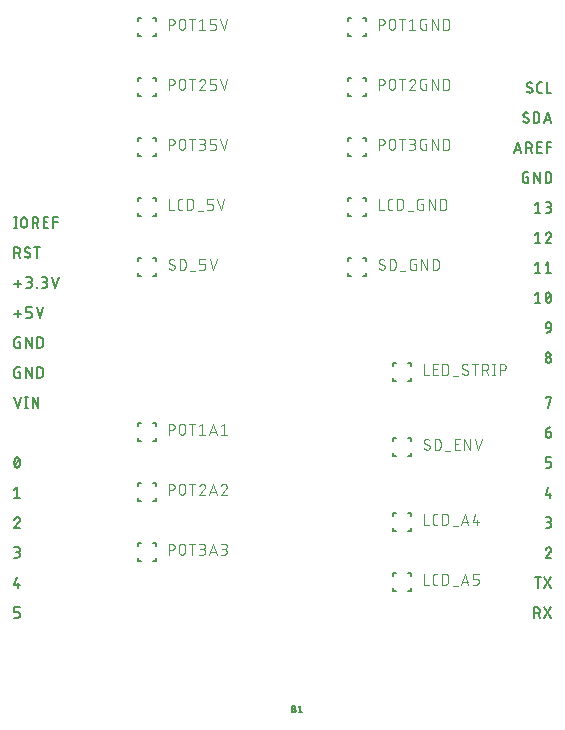
<source format=gbr>
G04 EAGLE Gerber RS-274X export*
G75*
%MOMM*%
%FSLAX34Y34*%
%LPD*%
%INSilkscreen Top*%
%IPPOS*%
%AMOC8*
5,1,8,0,0,1.08239X$1,22.5*%
G01*
%ADD10C,0.152400*%
%ADD11C,0.127000*%
%ADD12C,0.101600*%


D10*
X652963Y457680D02*
X654403Y457680D01*
X654403Y452882D01*
X651524Y452882D01*
X651438Y452884D01*
X651352Y452890D01*
X651266Y452899D01*
X651181Y452913D01*
X651097Y452930D01*
X651013Y452951D01*
X650931Y452976D01*
X650850Y453004D01*
X650770Y453036D01*
X650691Y453072D01*
X650615Y453111D01*
X650540Y453154D01*
X650467Y453199D01*
X650396Y453248D01*
X650328Y453301D01*
X650261Y453356D01*
X650198Y453414D01*
X650137Y453475D01*
X650079Y453538D01*
X650024Y453605D01*
X649971Y453673D01*
X649922Y453744D01*
X649877Y453817D01*
X649834Y453892D01*
X649795Y453968D01*
X649759Y454047D01*
X649727Y454127D01*
X649699Y454208D01*
X649674Y454290D01*
X649653Y454374D01*
X649636Y454458D01*
X649622Y454543D01*
X649613Y454629D01*
X649607Y454715D01*
X649605Y454801D01*
X649605Y459599D01*
X649607Y459685D01*
X649613Y459771D01*
X649622Y459857D01*
X649636Y459942D01*
X649653Y460026D01*
X649674Y460110D01*
X649699Y460192D01*
X649727Y460273D01*
X649759Y460353D01*
X649795Y460432D01*
X649834Y460508D01*
X649877Y460583D01*
X649922Y460656D01*
X649971Y460727D01*
X650024Y460795D01*
X650079Y460862D01*
X650137Y460925D01*
X650198Y460986D01*
X650261Y461044D01*
X650328Y461099D01*
X650396Y461151D01*
X650467Y461201D01*
X650540Y461246D01*
X650615Y461289D01*
X650691Y461328D01*
X650770Y461364D01*
X650850Y461396D01*
X650931Y461424D01*
X651013Y461449D01*
X651097Y461470D01*
X651181Y461487D01*
X651266Y461501D01*
X651352Y461510D01*
X651438Y461516D01*
X651524Y461518D01*
X654403Y461518D01*
X659359Y461518D02*
X659359Y452882D01*
X664156Y452882D02*
X659359Y461518D01*
X664156Y461518D02*
X664156Y452882D01*
X669112Y452882D02*
X669112Y461518D01*
X671511Y461518D01*
X671608Y461516D01*
X671704Y461510D01*
X671800Y461501D01*
X671896Y461487D01*
X671991Y461470D01*
X672085Y461448D01*
X672178Y461423D01*
X672271Y461395D01*
X672362Y461362D01*
X672451Y461326D01*
X672539Y461286D01*
X672626Y461243D01*
X672711Y461197D01*
X672793Y461147D01*
X672874Y461093D01*
X672952Y461037D01*
X673028Y460977D01*
X673102Y460915D01*
X673173Y460849D01*
X673241Y460781D01*
X673307Y460710D01*
X673369Y460636D01*
X673429Y460560D01*
X673485Y460482D01*
X673539Y460401D01*
X673589Y460319D01*
X673635Y460234D01*
X673678Y460147D01*
X673718Y460059D01*
X673754Y459970D01*
X673787Y459879D01*
X673815Y459786D01*
X673840Y459693D01*
X673862Y459599D01*
X673879Y459504D01*
X673893Y459408D01*
X673902Y459312D01*
X673908Y459216D01*
X673910Y459119D01*
X673910Y455281D01*
X673908Y455184D01*
X673902Y455088D01*
X673893Y454992D01*
X673879Y454896D01*
X673862Y454801D01*
X673840Y454707D01*
X673815Y454614D01*
X673787Y454521D01*
X673754Y454430D01*
X673718Y454341D01*
X673678Y454253D01*
X673635Y454166D01*
X673589Y454082D01*
X673539Y453999D01*
X673485Y453918D01*
X673429Y453840D01*
X673369Y453764D01*
X673307Y453690D01*
X673241Y453619D01*
X673173Y453551D01*
X673102Y453485D01*
X673028Y453423D01*
X672952Y453363D01*
X672874Y453307D01*
X672793Y453253D01*
X672711Y453203D01*
X672626Y453157D01*
X672539Y453114D01*
X672451Y453074D01*
X672362Y453038D01*
X672271Y453005D01*
X672178Y452977D01*
X672085Y452952D01*
X671991Y452930D01*
X671896Y452913D01*
X671800Y452899D01*
X671704Y452890D01*
X671608Y452884D01*
X671511Y452882D01*
X669112Y452882D01*
X654403Y432280D02*
X652963Y432280D01*
X654403Y432280D02*
X654403Y427482D01*
X651524Y427482D01*
X651438Y427484D01*
X651352Y427490D01*
X651266Y427499D01*
X651181Y427513D01*
X651097Y427530D01*
X651013Y427551D01*
X650931Y427576D01*
X650850Y427604D01*
X650770Y427636D01*
X650691Y427672D01*
X650615Y427711D01*
X650540Y427754D01*
X650467Y427799D01*
X650396Y427848D01*
X650328Y427901D01*
X650261Y427956D01*
X650198Y428014D01*
X650137Y428075D01*
X650079Y428138D01*
X650024Y428205D01*
X649971Y428273D01*
X649922Y428344D01*
X649877Y428417D01*
X649834Y428492D01*
X649795Y428568D01*
X649759Y428647D01*
X649727Y428727D01*
X649699Y428808D01*
X649674Y428890D01*
X649653Y428974D01*
X649636Y429058D01*
X649622Y429143D01*
X649613Y429229D01*
X649607Y429315D01*
X649605Y429401D01*
X649605Y434199D01*
X649607Y434285D01*
X649613Y434371D01*
X649622Y434457D01*
X649636Y434542D01*
X649653Y434626D01*
X649674Y434710D01*
X649699Y434792D01*
X649727Y434873D01*
X649759Y434953D01*
X649795Y435032D01*
X649834Y435108D01*
X649877Y435183D01*
X649922Y435256D01*
X649971Y435327D01*
X650024Y435395D01*
X650079Y435462D01*
X650137Y435525D01*
X650198Y435586D01*
X650261Y435644D01*
X650328Y435699D01*
X650396Y435751D01*
X650467Y435801D01*
X650540Y435846D01*
X650615Y435889D01*
X650691Y435928D01*
X650770Y435964D01*
X650850Y435996D01*
X650931Y436024D01*
X651013Y436049D01*
X651097Y436070D01*
X651181Y436087D01*
X651266Y436101D01*
X651352Y436110D01*
X651438Y436116D01*
X651524Y436118D01*
X654403Y436118D01*
X659359Y436118D02*
X659359Y427482D01*
X664156Y427482D02*
X659359Y436118D01*
X664156Y436118D02*
X664156Y427482D01*
X669112Y427482D02*
X669112Y436118D01*
X671511Y436118D01*
X671608Y436116D01*
X671704Y436110D01*
X671800Y436101D01*
X671896Y436087D01*
X671991Y436070D01*
X672085Y436048D01*
X672178Y436023D01*
X672271Y435995D01*
X672362Y435962D01*
X672451Y435926D01*
X672539Y435886D01*
X672626Y435843D01*
X672711Y435797D01*
X672793Y435747D01*
X672874Y435693D01*
X672952Y435637D01*
X673028Y435577D01*
X673102Y435515D01*
X673173Y435449D01*
X673241Y435381D01*
X673307Y435310D01*
X673369Y435236D01*
X673429Y435160D01*
X673485Y435082D01*
X673539Y435001D01*
X673589Y434919D01*
X673635Y434834D01*
X673678Y434747D01*
X673718Y434659D01*
X673754Y434570D01*
X673787Y434479D01*
X673815Y434386D01*
X673840Y434293D01*
X673862Y434199D01*
X673879Y434104D01*
X673893Y434008D01*
X673902Y433912D01*
X673908Y433816D01*
X673910Y433719D01*
X673910Y429881D01*
X673908Y429784D01*
X673902Y429688D01*
X673893Y429592D01*
X673879Y429496D01*
X673862Y429401D01*
X673840Y429307D01*
X673815Y429214D01*
X673787Y429121D01*
X673754Y429030D01*
X673718Y428941D01*
X673678Y428853D01*
X673635Y428766D01*
X673589Y428682D01*
X673539Y428599D01*
X673485Y428518D01*
X673429Y428440D01*
X673369Y428364D01*
X673307Y428290D01*
X673241Y428219D01*
X673173Y428151D01*
X673102Y428085D01*
X673028Y428023D01*
X672952Y427963D01*
X672874Y427907D01*
X672793Y427853D01*
X672711Y427803D01*
X672626Y427757D01*
X672539Y427714D01*
X672451Y427674D01*
X672362Y427638D01*
X672271Y427605D01*
X672178Y427577D01*
X672085Y427552D01*
X671991Y427530D01*
X671896Y427513D01*
X671800Y427499D01*
X671704Y427490D01*
X671608Y427484D01*
X671511Y427482D01*
X669112Y427482D01*
X655362Y481640D02*
X649605Y481640D01*
X652484Y478762D02*
X652484Y484519D01*
X659838Y478282D02*
X662717Y478282D01*
X662803Y478284D01*
X662889Y478290D01*
X662975Y478299D01*
X663060Y478313D01*
X663144Y478330D01*
X663228Y478351D01*
X663310Y478376D01*
X663391Y478404D01*
X663471Y478436D01*
X663550Y478472D01*
X663626Y478511D01*
X663701Y478554D01*
X663774Y478599D01*
X663845Y478649D01*
X663913Y478701D01*
X663980Y478756D01*
X664043Y478814D01*
X664104Y478875D01*
X664162Y478938D01*
X664217Y479005D01*
X664270Y479073D01*
X664319Y479144D01*
X664364Y479217D01*
X664407Y479292D01*
X664446Y479368D01*
X664482Y479447D01*
X664514Y479527D01*
X664542Y479608D01*
X664567Y479691D01*
X664588Y479774D01*
X664605Y479858D01*
X664619Y479943D01*
X664628Y480029D01*
X664634Y480115D01*
X664636Y480201D01*
X664636Y481161D01*
X664634Y481247D01*
X664628Y481333D01*
X664619Y481419D01*
X664605Y481504D01*
X664588Y481588D01*
X664567Y481672D01*
X664542Y481754D01*
X664514Y481835D01*
X664482Y481915D01*
X664446Y481994D01*
X664407Y482070D01*
X664364Y482145D01*
X664319Y482218D01*
X664270Y482289D01*
X664217Y482357D01*
X664162Y482424D01*
X664104Y482487D01*
X664043Y482548D01*
X663980Y482606D01*
X663913Y482661D01*
X663845Y482714D01*
X663774Y482763D01*
X663701Y482808D01*
X663626Y482851D01*
X663550Y482890D01*
X663471Y482926D01*
X663391Y482958D01*
X663310Y482986D01*
X663228Y483011D01*
X663144Y483032D01*
X663060Y483049D01*
X662975Y483063D01*
X662889Y483072D01*
X662803Y483078D01*
X662717Y483080D01*
X659838Y483080D01*
X659838Y486918D01*
X664636Y486918D01*
X668503Y486918D02*
X671381Y478282D01*
X674260Y486918D01*
X649605Y529082D02*
X649605Y537718D01*
X652004Y537718D01*
X652101Y537716D01*
X652197Y537710D01*
X652293Y537701D01*
X652389Y537687D01*
X652484Y537670D01*
X652578Y537648D01*
X652671Y537623D01*
X652764Y537595D01*
X652855Y537562D01*
X652944Y537526D01*
X653032Y537486D01*
X653119Y537443D01*
X653204Y537397D01*
X653286Y537347D01*
X653367Y537293D01*
X653445Y537237D01*
X653521Y537177D01*
X653595Y537115D01*
X653666Y537049D01*
X653734Y536981D01*
X653800Y536910D01*
X653862Y536836D01*
X653922Y536760D01*
X653978Y536682D01*
X654032Y536601D01*
X654082Y536519D01*
X654128Y536434D01*
X654171Y536347D01*
X654211Y536259D01*
X654247Y536170D01*
X654280Y536079D01*
X654308Y535986D01*
X654333Y535893D01*
X654355Y535799D01*
X654372Y535704D01*
X654386Y535608D01*
X654395Y535512D01*
X654401Y535416D01*
X654403Y535319D01*
X654401Y535222D01*
X654395Y535126D01*
X654386Y535030D01*
X654372Y534934D01*
X654355Y534839D01*
X654333Y534745D01*
X654308Y534652D01*
X654280Y534559D01*
X654247Y534468D01*
X654211Y534379D01*
X654171Y534291D01*
X654128Y534204D01*
X654082Y534120D01*
X654032Y534037D01*
X653978Y533956D01*
X653922Y533878D01*
X653862Y533802D01*
X653800Y533728D01*
X653734Y533657D01*
X653666Y533589D01*
X653595Y533523D01*
X653521Y533461D01*
X653445Y533401D01*
X653367Y533345D01*
X653286Y533291D01*
X653204Y533241D01*
X653119Y533195D01*
X653032Y533152D01*
X652944Y533112D01*
X652855Y533076D01*
X652764Y533043D01*
X652671Y533015D01*
X652578Y532990D01*
X652484Y532968D01*
X652389Y532951D01*
X652293Y532937D01*
X652197Y532928D01*
X652101Y532922D01*
X652004Y532920D01*
X649605Y532920D01*
X652484Y532920D02*
X654403Y529082D01*
X661238Y529082D02*
X661324Y529084D01*
X661410Y529090D01*
X661496Y529099D01*
X661581Y529113D01*
X661665Y529130D01*
X661749Y529151D01*
X661831Y529176D01*
X661912Y529204D01*
X661992Y529236D01*
X662071Y529272D01*
X662147Y529311D01*
X662222Y529354D01*
X662295Y529399D01*
X662366Y529449D01*
X662434Y529501D01*
X662501Y529556D01*
X662564Y529614D01*
X662625Y529675D01*
X662683Y529738D01*
X662738Y529805D01*
X662791Y529873D01*
X662840Y529944D01*
X662885Y530017D01*
X662928Y530092D01*
X662967Y530168D01*
X663003Y530247D01*
X663035Y530327D01*
X663063Y530408D01*
X663088Y530490D01*
X663109Y530574D01*
X663126Y530658D01*
X663140Y530743D01*
X663149Y530829D01*
X663155Y530915D01*
X663157Y531001D01*
X661238Y529082D02*
X661115Y529084D01*
X660992Y529089D01*
X660869Y529099D01*
X660747Y529112D01*
X660625Y529129D01*
X660503Y529149D01*
X660383Y529173D01*
X660263Y529201D01*
X660144Y529232D01*
X660026Y529267D01*
X659909Y529306D01*
X659793Y529348D01*
X659679Y529394D01*
X659566Y529443D01*
X659455Y529495D01*
X659345Y529551D01*
X659237Y529610D01*
X659131Y529673D01*
X659026Y529738D01*
X658924Y529807D01*
X658824Y529879D01*
X658727Y529954D01*
X658631Y530031D01*
X658538Y530112D01*
X658447Y530195D01*
X658359Y530281D01*
X658600Y535799D02*
X658602Y535885D01*
X658608Y535971D01*
X658617Y536057D01*
X658631Y536142D01*
X658648Y536226D01*
X658669Y536310D01*
X658694Y536392D01*
X658722Y536473D01*
X658754Y536553D01*
X658790Y536632D01*
X658829Y536708D01*
X658872Y536783D01*
X658917Y536856D01*
X658966Y536927D01*
X659019Y536995D01*
X659074Y537062D01*
X659132Y537125D01*
X659193Y537186D01*
X659256Y537244D01*
X659323Y537299D01*
X659391Y537352D01*
X659462Y537401D01*
X659535Y537446D01*
X659610Y537489D01*
X659686Y537528D01*
X659765Y537564D01*
X659845Y537596D01*
X659926Y537624D01*
X660008Y537649D01*
X660092Y537670D01*
X660176Y537687D01*
X660261Y537701D01*
X660347Y537710D01*
X660433Y537716D01*
X660519Y537718D01*
X660635Y537716D01*
X660750Y537711D01*
X660866Y537701D01*
X660981Y537688D01*
X661095Y537672D01*
X661209Y537651D01*
X661323Y537627D01*
X661435Y537599D01*
X661546Y537568D01*
X661657Y537533D01*
X661766Y537495D01*
X661874Y537453D01*
X661980Y537408D01*
X662086Y537359D01*
X662189Y537307D01*
X662291Y537252D01*
X662390Y537193D01*
X662488Y537131D01*
X662584Y537066D01*
X662678Y536998D01*
X659559Y534120D02*
X659485Y534166D01*
X659412Y534216D01*
X659342Y534269D01*
X659274Y534325D01*
X659209Y534384D01*
X659146Y534446D01*
X659087Y534511D01*
X659030Y534578D01*
X658976Y534648D01*
X658926Y534720D01*
X658879Y534794D01*
X658835Y534870D01*
X658795Y534949D01*
X658759Y535029D01*
X658726Y535110D01*
X658697Y535193D01*
X658671Y535278D01*
X658649Y535363D01*
X658632Y535449D01*
X658618Y535536D01*
X658608Y535623D01*
X658602Y535711D01*
X658600Y535799D01*
X662198Y532680D02*
X662272Y532634D01*
X662345Y532584D01*
X662415Y532531D01*
X662483Y532475D01*
X662548Y532416D01*
X662611Y532354D01*
X662670Y532289D01*
X662727Y532222D01*
X662781Y532152D01*
X662831Y532080D01*
X662878Y532006D01*
X662922Y531930D01*
X662962Y531851D01*
X662998Y531771D01*
X663031Y531690D01*
X663060Y531607D01*
X663086Y531522D01*
X663108Y531437D01*
X663125Y531351D01*
X663139Y531264D01*
X663149Y531177D01*
X663155Y531089D01*
X663157Y531001D01*
X662198Y532680D02*
X659559Y534120D01*
X668988Y537718D02*
X668988Y529082D01*
X666589Y537718D02*
X671387Y537718D01*
X649605Y410718D02*
X652484Y402082D01*
X655362Y410718D01*
X659799Y410718D02*
X659799Y402082D01*
X660758Y402082D02*
X658839Y402082D01*
X658839Y410718D02*
X660758Y410718D01*
X665020Y410718D02*
X665020Y402082D01*
X669818Y402082D02*
X665020Y410718D01*
X669818Y410718D02*
X669818Y402082D01*
X655362Y507040D02*
X649605Y507040D01*
X652484Y504162D02*
X652484Y509919D01*
X659838Y503682D02*
X662237Y503682D01*
X662334Y503684D01*
X662430Y503690D01*
X662526Y503699D01*
X662622Y503713D01*
X662717Y503730D01*
X662811Y503752D01*
X662904Y503777D01*
X662997Y503805D01*
X663088Y503838D01*
X663177Y503874D01*
X663265Y503914D01*
X663352Y503957D01*
X663437Y504003D01*
X663519Y504053D01*
X663600Y504107D01*
X663678Y504163D01*
X663754Y504223D01*
X663828Y504285D01*
X663899Y504351D01*
X663967Y504419D01*
X664033Y504490D01*
X664095Y504564D01*
X664155Y504640D01*
X664211Y504718D01*
X664265Y504799D01*
X664315Y504882D01*
X664361Y504966D01*
X664404Y505053D01*
X664444Y505141D01*
X664480Y505230D01*
X664513Y505321D01*
X664541Y505414D01*
X664566Y505507D01*
X664588Y505601D01*
X664605Y505696D01*
X664619Y505792D01*
X664628Y505888D01*
X664634Y505984D01*
X664636Y506081D01*
X664634Y506178D01*
X664628Y506274D01*
X664619Y506370D01*
X664605Y506466D01*
X664588Y506561D01*
X664566Y506655D01*
X664541Y506748D01*
X664513Y506841D01*
X664480Y506932D01*
X664444Y507021D01*
X664404Y507109D01*
X664361Y507196D01*
X664315Y507281D01*
X664265Y507363D01*
X664211Y507444D01*
X664155Y507522D01*
X664095Y507598D01*
X664033Y507672D01*
X663967Y507743D01*
X663899Y507811D01*
X663828Y507877D01*
X663754Y507939D01*
X663678Y507999D01*
X663600Y508055D01*
X663519Y508109D01*
X663437Y508159D01*
X663352Y508205D01*
X663265Y508248D01*
X663177Y508288D01*
X663088Y508324D01*
X662997Y508357D01*
X662904Y508385D01*
X662811Y508410D01*
X662717Y508432D01*
X662622Y508449D01*
X662526Y508463D01*
X662430Y508472D01*
X662334Y508478D01*
X662237Y508480D01*
X662717Y512318D02*
X659838Y512318D01*
X662717Y512318D02*
X662803Y512316D01*
X662889Y512310D01*
X662975Y512301D01*
X663060Y512287D01*
X663144Y512270D01*
X663228Y512249D01*
X663310Y512224D01*
X663391Y512196D01*
X663471Y512164D01*
X663550Y512128D01*
X663626Y512089D01*
X663701Y512046D01*
X663774Y512001D01*
X663845Y511952D01*
X663913Y511899D01*
X663980Y511844D01*
X664043Y511786D01*
X664104Y511725D01*
X664162Y511662D01*
X664217Y511595D01*
X664270Y511527D01*
X664319Y511456D01*
X664364Y511383D01*
X664407Y511308D01*
X664446Y511232D01*
X664482Y511153D01*
X664514Y511073D01*
X664542Y510992D01*
X664567Y510910D01*
X664588Y510826D01*
X664605Y510742D01*
X664619Y510657D01*
X664628Y510571D01*
X664634Y510485D01*
X664636Y510399D01*
X664634Y510313D01*
X664628Y510227D01*
X664619Y510141D01*
X664605Y510056D01*
X664588Y509972D01*
X664567Y509888D01*
X664542Y509806D01*
X664514Y509725D01*
X664482Y509645D01*
X664446Y509566D01*
X664407Y509490D01*
X664364Y509415D01*
X664319Y509342D01*
X664270Y509271D01*
X664217Y509203D01*
X664162Y509136D01*
X664104Y509073D01*
X664043Y509012D01*
X663980Y508954D01*
X663913Y508899D01*
X663845Y508846D01*
X663774Y508797D01*
X663701Y508752D01*
X663626Y508709D01*
X663550Y508670D01*
X663471Y508634D01*
X663391Y508602D01*
X663310Y508574D01*
X663228Y508549D01*
X663144Y508528D01*
X663060Y508511D01*
X662975Y508497D01*
X662889Y508488D01*
X662803Y508482D01*
X662717Y508480D01*
X660798Y508480D01*
X668398Y504162D02*
X668398Y503682D01*
X668398Y504162D02*
X668878Y504162D01*
X668878Y503682D01*
X668398Y503682D01*
X672640Y503682D02*
X675039Y503682D01*
X675136Y503684D01*
X675232Y503690D01*
X675328Y503699D01*
X675424Y503713D01*
X675519Y503730D01*
X675613Y503752D01*
X675706Y503777D01*
X675799Y503805D01*
X675890Y503838D01*
X675979Y503874D01*
X676067Y503914D01*
X676154Y503957D01*
X676239Y504003D01*
X676321Y504053D01*
X676402Y504107D01*
X676480Y504163D01*
X676556Y504223D01*
X676630Y504285D01*
X676701Y504351D01*
X676769Y504419D01*
X676835Y504490D01*
X676897Y504564D01*
X676957Y504640D01*
X677013Y504718D01*
X677067Y504799D01*
X677117Y504882D01*
X677163Y504966D01*
X677206Y505053D01*
X677246Y505141D01*
X677282Y505230D01*
X677315Y505321D01*
X677343Y505414D01*
X677368Y505507D01*
X677390Y505601D01*
X677407Y505696D01*
X677421Y505792D01*
X677430Y505888D01*
X677436Y505984D01*
X677438Y506081D01*
X677436Y506178D01*
X677430Y506274D01*
X677421Y506370D01*
X677407Y506466D01*
X677390Y506561D01*
X677368Y506655D01*
X677343Y506748D01*
X677315Y506841D01*
X677282Y506932D01*
X677246Y507021D01*
X677206Y507109D01*
X677163Y507196D01*
X677117Y507281D01*
X677067Y507363D01*
X677013Y507444D01*
X676957Y507522D01*
X676897Y507598D01*
X676835Y507672D01*
X676769Y507743D01*
X676701Y507811D01*
X676630Y507877D01*
X676556Y507939D01*
X676480Y507999D01*
X676402Y508055D01*
X676321Y508109D01*
X676239Y508159D01*
X676154Y508205D01*
X676067Y508248D01*
X675979Y508288D01*
X675890Y508324D01*
X675799Y508357D01*
X675706Y508385D01*
X675613Y508410D01*
X675519Y508432D01*
X675424Y508449D01*
X675328Y508463D01*
X675232Y508472D01*
X675136Y508478D01*
X675039Y508480D01*
X675519Y512318D02*
X672640Y512318D01*
X675519Y512318D02*
X675605Y512316D01*
X675691Y512310D01*
X675777Y512301D01*
X675862Y512287D01*
X675946Y512270D01*
X676030Y512249D01*
X676112Y512224D01*
X676193Y512196D01*
X676273Y512164D01*
X676352Y512128D01*
X676428Y512089D01*
X676503Y512046D01*
X676576Y512001D01*
X676647Y511952D01*
X676715Y511899D01*
X676782Y511844D01*
X676845Y511786D01*
X676906Y511725D01*
X676964Y511662D01*
X677019Y511595D01*
X677072Y511527D01*
X677121Y511456D01*
X677166Y511383D01*
X677209Y511308D01*
X677248Y511232D01*
X677284Y511153D01*
X677316Y511073D01*
X677344Y510992D01*
X677369Y510910D01*
X677390Y510826D01*
X677407Y510742D01*
X677421Y510657D01*
X677430Y510571D01*
X677436Y510485D01*
X677438Y510399D01*
X677436Y510313D01*
X677430Y510227D01*
X677421Y510141D01*
X677407Y510056D01*
X677390Y509972D01*
X677369Y509888D01*
X677344Y509806D01*
X677316Y509725D01*
X677284Y509645D01*
X677248Y509566D01*
X677209Y509490D01*
X677166Y509415D01*
X677121Y509342D01*
X677072Y509271D01*
X677019Y509203D01*
X676964Y509136D01*
X676906Y509073D01*
X676845Y509012D01*
X676782Y508954D01*
X676715Y508899D01*
X676647Y508846D01*
X676576Y508797D01*
X676503Y508752D01*
X676428Y508709D01*
X676352Y508670D01*
X676273Y508634D01*
X676193Y508602D01*
X676112Y508574D01*
X676030Y508549D01*
X675946Y508528D01*
X675862Y508511D01*
X675777Y508497D01*
X675691Y508488D01*
X675605Y508482D01*
X675519Y508480D01*
X673599Y508480D01*
X681304Y512318D02*
X684183Y503682D01*
X687061Y512318D01*
X650325Y358719D02*
X650252Y358565D01*
X650183Y358410D01*
X650118Y358253D01*
X650056Y358095D01*
X649999Y357935D01*
X649945Y357774D01*
X649895Y357611D01*
X649849Y357448D01*
X649807Y357283D01*
X649769Y357117D01*
X649734Y356951D01*
X649704Y356784D01*
X649678Y356616D01*
X649656Y356448D01*
X649637Y356279D01*
X649623Y356109D01*
X649613Y355940D01*
X649607Y355770D01*
X649605Y355600D01*
X650325Y358719D02*
X650353Y358795D01*
X650385Y358870D01*
X650420Y358944D01*
X650458Y359016D01*
X650500Y359086D01*
X650545Y359154D01*
X650593Y359220D01*
X650644Y359284D01*
X650698Y359345D01*
X650754Y359404D01*
X650814Y359460D01*
X650875Y359513D01*
X650939Y359563D01*
X651006Y359611D01*
X651074Y359655D01*
X651145Y359696D01*
X651217Y359734D01*
X651291Y359768D01*
X651366Y359799D01*
X651443Y359827D01*
X651521Y359851D01*
X651600Y359871D01*
X651680Y359888D01*
X651760Y359901D01*
X651841Y359911D01*
X651922Y359916D01*
X652004Y359918D01*
X652086Y359916D01*
X652167Y359911D01*
X652248Y359901D01*
X652328Y359888D01*
X652408Y359871D01*
X652487Y359851D01*
X652565Y359827D01*
X652642Y359799D01*
X652717Y359768D01*
X652791Y359734D01*
X652863Y359696D01*
X652934Y359655D01*
X653002Y359611D01*
X653069Y359563D01*
X653133Y359513D01*
X653194Y359460D01*
X653254Y359404D01*
X653310Y359345D01*
X653364Y359284D01*
X653415Y359220D01*
X653463Y359154D01*
X653508Y359086D01*
X653550Y359016D01*
X653588Y358944D01*
X653623Y358870D01*
X653655Y358795D01*
X653683Y358719D01*
X653756Y358565D01*
X653825Y358410D01*
X653890Y358253D01*
X653952Y358095D01*
X654009Y357935D01*
X654063Y357774D01*
X654113Y357611D01*
X654159Y357448D01*
X654201Y357283D01*
X654239Y357117D01*
X654274Y356951D01*
X654304Y356784D01*
X654330Y356616D01*
X654352Y356448D01*
X654371Y356279D01*
X654385Y356109D01*
X654395Y355940D01*
X654401Y355770D01*
X654403Y355600D01*
X649605Y355600D02*
X649607Y355430D01*
X649613Y355260D01*
X649623Y355091D01*
X649637Y354921D01*
X649656Y354752D01*
X649678Y354584D01*
X649704Y354416D01*
X649734Y354249D01*
X649769Y354083D01*
X649807Y353917D01*
X649849Y353752D01*
X649895Y353589D01*
X649945Y353427D01*
X649999Y353265D01*
X650056Y353106D01*
X650118Y352947D01*
X650183Y352790D01*
X650252Y352635D01*
X650325Y352481D01*
X650353Y352405D01*
X650385Y352330D01*
X650420Y352256D01*
X650458Y352184D01*
X650500Y352114D01*
X650545Y352046D01*
X650593Y351980D01*
X650644Y351916D01*
X650698Y351855D01*
X650754Y351796D01*
X650814Y351740D01*
X650875Y351687D01*
X650939Y351637D01*
X651006Y351589D01*
X651074Y351545D01*
X651145Y351504D01*
X651217Y351466D01*
X651291Y351432D01*
X651366Y351401D01*
X651443Y351373D01*
X651521Y351349D01*
X651600Y351329D01*
X651680Y351312D01*
X651760Y351299D01*
X651841Y351289D01*
X651922Y351284D01*
X652004Y351282D01*
X653683Y352481D02*
X653756Y352635D01*
X653825Y352790D01*
X653890Y352947D01*
X653952Y353106D01*
X654009Y353265D01*
X654063Y353427D01*
X654113Y353589D01*
X654159Y353752D01*
X654201Y353917D01*
X654239Y354083D01*
X654274Y354249D01*
X654304Y354416D01*
X654330Y354584D01*
X654352Y354752D01*
X654371Y354921D01*
X654385Y355091D01*
X654395Y355260D01*
X654401Y355430D01*
X654403Y355600D01*
X653683Y352481D02*
X653655Y352405D01*
X653623Y352330D01*
X653588Y352256D01*
X653550Y352184D01*
X653508Y352114D01*
X653463Y352046D01*
X653415Y351980D01*
X653364Y351916D01*
X653310Y351855D01*
X653254Y351796D01*
X653194Y351740D01*
X653133Y351687D01*
X653069Y351637D01*
X653002Y351589D01*
X652934Y351545D01*
X652863Y351504D01*
X652791Y351466D01*
X652717Y351432D01*
X652642Y351401D01*
X652565Y351373D01*
X652487Y351349D01*
X652408Y351329D01*
X652328Y351312D01*
X652248Y351299D01*
X652167Y351289D01*
X652086Y351284D01*
X652004Y351282D01*
X650085Y353201D02*
X653923Y357999D01*
X652004Y334518D02*
X649605Y332599D01*
X652004Y334518D02*
X652004Y325882D01*
X649605Y325882D02*
X654403Y325882D01*
X652244Y309118D02*
X652336Y309116D01*
X652427Y309110D01*
X652518Y309101D01*
X652609Y309087D01*
X652699Y309070D01*
X652788Y309048D01*
X652876Y309023D01*
X652963Y308995D01*
X653049Y308962D01*
X653133Y308926D01*
X653216Y308887D01*
X653297Y308844D01*
X653376Y308797D01*
X653453Y308748D01*
X653528Y308695D01*
X653600Y308639D01*
X653670Y308580D01*
X653738Y308518D01*
X653803Y308453D01*
X653865Y308385D01*
X653924Y308315D01*
X653980Y308243D01*
X654033Y308168D01*
X654082Y308091D01*
X654129Y308012D01*
X654172Y307931D01*
X654211Y307848D01*
X654247Y307764D01*
X654280Y307678D01*
X654308Y307591D01*
X654333Y307503D01*
X654355Y307414D01*
X654372Y307324D01*
X654386Y307233D01*
X654395Y307142D01*
X654401Y307051D01*
X654403Y306959D01*
X652244Y309118D02*
X652141Y309116D01*
X652039Y309110D01*
X651937Y309101D01*
X651835Y309088D01*
X651734Y309071D01*
X651633Y309050D01*
X651534Y309026D01*
X651435Y308997D01*
X651338Y308966D01*
X651241Y308930D01*
X651146Y308892D01*
X651053Y308849D01*
X650961Y308803D01*
X650871Y308754D01*
X650783Y308702D01*
X650696Y308646D01*
X650612Y308587D01*
X650531Y308526D01*
X650451Y308461D01*
X650374Y308393D01*
X650299Y308322D01*
X650228Y308249D01*
X650159Y308173D01*
X650092Y308095D01*
X650029Y308014D01*
X649969Y307931D01*
X649912Y307846D01*
X649858Y307759D01*
X649807Y307669D01*
X649760Y307578D01*
X649716Y307486D01*
X649675Y307391D01*
X649638Y307296D01*
X649605Y307199D01*
X653683Y305280D02*
X653750Y305346D01*
X653814Y305415D01*
X653875Y305486D01*
X653933Y305560D01*
X653988Y305636D01*
X654040Y305714D01*
X654089Y305794D01*
X654135Y305876D01*
X654177Y305960D01*
X654216Y306046D01*
X654251Y306133D01*
X654282Y306221D01*
X654310Y306311D01*
X654335Y306401D01*
X654356Y306493D01*
X654373Y306585D01*
X654386Y306678D01*
X654395Y306771D01*
X654401Y306865D01*
X654403Y306959D01*
X653683Y305280D02*
X649605Y300482D01*
X654403Y300482D01*
X652004Y275082D02*
X649605Y275082D01*
X652004Y275082D02*
X652101Y275084D01*
X652197Y275090D01*
X652293Y275099D01*
X652389Y275113D01*
X652484Y275130D01*
X652578Y275152D01*
X652671Y275177D01*
X652764Y275205D01*
X652855Y275238D01*
X652944Y275274D01*
X653032Y275314D01*
X653119Y275357D01*
X653204Y275403D01*
X653286Y275453D01*
X653367Y275507D01*
X653445Y275563D01*
X653521Y275623D01*
X653595Y275685D01*
X653666Y275751D01*
X653734Y275819D01*
X653800Y275890D01*
X653862Y275964D01*
X653922Y276040D01*
X653978Y276118D01*
X654032Y276199D01*
X654082Y276282D01*
X654128Y276366D01*
X654171Y276453D01*
X654211Y276541D01*
X654247Y276630D01*
X654280Y276721D01*
X654308Y276814D01*
X654333Y276907D01*
X654355Y277001D01*
X654372Y277096D01*
X654386Y277192D01*
X654395Y277288D01*
X654401Y277384D01*
X654403Y277481D01*
X654401Y277578D01*
X654395Y277674D01*
X654386Y277770D01*
X654372Y277866D01*
X654355Y277961D01*
X654333Y278055D01*
X654308Y278148D01*
X654280Y278241D01*
X654247Y278332D01*
X654211Y278421D01*
X654171Y278509D01*
X654128Y278596D01*
X654082Y278681D01*
X654032Y278763D01*
X653978Y278844D01*
X653922Y278922D01*
X653862Y278998D01*
X653800Y279072D01*
X653734Y279143D01*
X653666Y279211D01*
X653595Y279277D01*
X653521Y279339D01*
X653445Y279399D01*
X653367Y279455D01*
X653286Y279509D01*
X653204Y279559D01*
X653119Y279605D01*
X653032Y279648D01*
X652944Y279688D01*
X652855Y279724D01*
X652764Y279757D01*
X652671Y279785D01*
X652578Y279810D01*
X652484Y279832D01*
X652389Y279849D01*
X652293Y279863D01*
X652197Y279872D01*
X652101Y279878D01*
X652004Y279880D01*
X652484Y283718D02*
X649605Y283718D01*
X652484Y283718D02*
X652570Y283716D01*
X652656Y283710D01*
X652742Y283701D01*
X652827Y283687D01*
X652911Y283670D01*
X652995Y283649D01*
X653077Y283624D01*
X653158Y283596D01*
X653238Y283564D01*
X653317Y283528D01*
X653393Y283489D01*
X653468Y283446D01*
X653541Y283401D01*
X653612Y283352D01*
X653680Y283299D01*
X653747Y283244D01*
X653810Y283186D01*
X653871Y283125D01*
X653929Y283062D01*
X653984Y282995D01*
X654037Y282927D01*
X654086Y282856D01*
X654131Y282783D01*
X654174Y282708D01*
X654213Y282632D01*
X654249Y282553D01*
X654281Y282473D01*
X654309Y282392D01*
X654334Y282310D01*
X654355Y282226D01*
X654372Y282142D01*
X654386Y282057D01*
X654395Y281971D01*
X654401Y281885D01*
X654403Y281799D01*
X654401Y281713D01*
X654395Y281627D01*
X654386Y281541D01*
X654372Y281456D01*
X654355Y281372D01*
X654334Y281288D01*
X654309Y281206D01*
X654281Y281125D01*
X654249Y281045D01*
X654213Y280966D01*
X654174Y280890D01*
X654131Y280815D01*
X654086Y280742D01*
X654037Y280671D01*
X653984Y280603D01*
X653929Y280536D01*
X653871Y280473D01*
X653810Y280412D01*
X653747Y280354D01*
X653680Y280299D01*
X653612Y280246D01*
X653541Y280197D01*
X653468Y280152D01*
X653393Y280109D01*
X653317Y280070D01*
X653238Y280034D01*
X653158Y280002D01*
X653077Y279974D01*
X652995Y279949D01*
X652911Y279928D01*
X652827Y279911D01*
X652742Y279897D01*
X652656Y279888D01*
X652570Y279882D01*
X652484Y279880D01*
X650565Y279880D01*
X651524Y258318D02*
X649605Y251601D01*
X654403Y251601D01*
X652963Y253520D02*
X652963Y249682D01*
X652484Y224282D02*
X649605Y224282D01*
X652484Y224282D02*
X652570Y224284D01*
X652656Y224290D01*
X652742Y224299D01*
X652827Y224313D01*
X652911Y224330D01*
X652995Y224351D01*
X653077Y224376D01*
X653158Y224404D01*
X653238Y224436D01*
X653317Y224472D01*
X653393Y224511D01*
X653468Y224554D01*
X653541Y224599D01*
X653612Y224649D01*
X653680Y224701D01*
X653747Y224756D01*
X653810Y224814D01*
X653871Y224875D01*
X653929Y224938D01*
X653984Y225005D01*
X654037Y225073D01*
X654086Y225144D01*
X654131Y225217D01*
X654174Y225292D01*
X654213Y225368D01*
X654249Y225447D01*
X654281Y225527D01*
X654309Y225608D01*
X654334Y225691D01*
X654355Y225774D01*
X654372Y225858D01*
X654386Y225943D01*
X654395Y226029D01*
X654401Y226115D01*
X654403Y226201D01*
X654403Y227161D01*
X654401Y227247D01*
X654395Y227333D01*
X654386Y227419D01*
X654372Y227504D01*
X654355Y227588D01*
X654334Y227672D01*
X654309Y227754D01*
X654281Y227835D01*
X654249Y227915D01*
X654213Y227994D01*
X654174Y228070D01*
X654131Y228145D01*
X654086Y228218D01*
X654037Y228289D01*
X653984Y228357D01*
X653929Y228424D01*
X653871Y228487D01*
X653810Y228548D01*
X653747Y228606D01*
X653680Y228661D01*
X653612Y228714D01*
X653541Y228763D01*
X653468Y228808D01*
X653393Y228851D01*
X653317Y228890D01*
X653238Y228926D01*
X653158Y228958D01*
X653077Y228986D01*
X652995Y229011D01*
X652911Y229032D01*
X652827Y229049D01*
X652742Y229063D01*
X652656Y229072D01*
X652570Y229078D01*
X652484Y229080D01*
X649605Y229080D01*
X649605Y232918D01*
X654403Y232918D01*
X1083192Y597380D02*
X1084631Y597380D01*
X1084631Y592582D01*
X1081752Y592582D01*
X1081666Y592584D01*
X1081580Y592590D01*
X1081494Y592599D01*
X1081409Y592613D01*
X1081325Y592630D01*
X1081241Y592651D01*
X1081159Y592676D01*
X1081078Y592704D01*
X1080998Y592736D01*
X1080919Y592772D01*
X1080843Y592811D01*
X1080768Y592854D01*
X1080695Y592899D01*
X1080624Y592948D01*
X1080556Y593001D01*
X1080489Y593056D01*
X1080426Y593114D01*
X1080365Y593175D01*
X1080307Y593238D01*
X1080252Y593305D01*
X1080199Y593373D01*
X1080150Y593444D01*
X1080105Y593517D01*
X1080062Y593592D01*
X1080023Y593668D01*
X1079987Y593747D01*
X1079955Y593827D01*
X1079927Y593908D01*
X1079902Y593990D01*
X1079881Y594074D01*
X1079864Y594158D01*
X1079850Y594243D01*
X1079841Y594329D01*
X1079835Y594415D01*
X1079833Y594501D01*
X1079833Y599299D01*
X1079835Y599385D01*
X1079841Y599471D01*
X1079850Y599557D01*
X1079864Y599642D01*
X1079881Y599726D01*
X1079902Y599810D01*
X1079927Y599892D01*
X1079955Y599973D01*
X1079987Y600053D01*
X1080023Y600132D01*
X1080062Y600208D01*
X1080105Y600283D01*
X1080150Y600356D01*
X1080199Y600427D01*
X1080252Y600495D01*
X1080307Y600562D01*
X1080365Y600625D01*
X1080426Y600686D01*
X1080489Y600744D01*
X1080556Y600799D01*
X1080624Y600851D01*
X1080695Y600901D01*
X1080768Y600946D01*
X1080843Y600989D01*
X1080919Y601028D01*
X1080998Y601064D01*
X1081078Y601096D01*
X1081159Y601124D01*
X1081241Y601149D01*
X1081325Y601170D01*
X1081409Y601187D01*
X1081494Y601201D01*
X1081580Y601210D01*
X1081666Y601216D01*
X1081752Y601218D01*
X1084631Y601218D01*
X1089587Y601218D02*
X1089587Y592582D01*
X1094384Y592582D02*
X1089587Y601218D01*
X1094384Y601218D02*
X1094384Y592582D01*
X1099340Y592582D02*
X1099340Y601218D01*
X1101739Y601218D01*
X1101836Y601216D01*
X1101932Y601210D01*
X1102028Y601201D01*
X1102124Y601187D01*
X1102219Y601170D01*
X1102313Y601148D01*
X1102406Y601123D01*
X1102499Y601095D01*
X1102590Y601062D01*
X1102679Y601026D01*
X1102767Y600986D01*
X1102854Y600943D01*
X1102939Y600897D01*
X1103021Y600847D01*
X1103102Y600793D01*
X1103180Y600737D01*
X1103256Y600677D01*
X1103330Y600615D01*
X1103401Y600549D01*
X1103469Y600481D01*
X1103535Y600410D01*
X1103597Y600336D01*
X1103657Y600260D01*
X1103713Y600182D01*
X1103767Y600101D01*
X1103817Y600019D01*
X1103863Y599934D01*
X1103906Y599847D01*
X1103946Y599759D01*
X1103982Y599670D01*
X1104015Y599579D01*
X1104043Y599486D01*
X1104068Y599393D01*
X1104090Y599299D01*
X1104107Y599204D01*
X1104121Y599108D01*
X1104130Y599012D01*
X1104136Y598916D01*
X1104138Y598819D01*
X1104138Y594981D01*
X1104136Y594884D01*
X1104130Y594788D01*
X1104121Y594692D01*
X1104107Y594596D01*
X1104090Y594501D01*
X1104068Y594407D01*
X1104043Y594314D01*
X1104015Y594221D01*
X1103982Y594130D01*
X1103946Y594041D01*
X1103906Y593953D01*
X1103863Y593866D01*
X1103817Y593782D01*
X1103767Y593699D01*
X1103713Y593618D01*
X1103657Y593540D01*
X1103597Y593464D01*
X1103535Y593390D01*
X1103469Y593319D01*
X1103401Y593251D01*
X1103330Y593185D01*
X1103256Y593123D01*
X1103180Y593063D01*
X1103102Y593007D01*
X1103021Y592953D01*
X1102939Y592903D01*
X1102854Y592857D01*
X1102767Y592814D01*
X1102679Y592774D01*
X1102590Y592738D01*
X1102499Y592705D01*
X1102406Y592677D01*
X1102313Y592652D01*
X1102219Y592630D01*
X1102124Y592613D01*
X1102028Y592599D01*
X1101932Y592590D01*
X1101836Y592584D01*
X1101739Y592582D01*
X1099340Y592582D01*
X1092595Y575818D02*
X1090196Y573899D01*
X1092595Y575818D02*
X1092595Y567182D01*
X1090196Y567182D02*
X1094994Y567182D01*
X1099340Y567182D02*
X1101739Y567182D01*
X1101836Y567184D01*
X1101932Y567190D01*
X1102028Y567199D01*
X1102124Y567213D01*
X1102219Y567230D01*
X1102313Y567252D01*
X1102406Y567277D01*
X1102499Y567305D01*
X1102590Y567338D01*
X1102679Y567374D01*
X1102767Y567414D01*
X1102854Y567457D01*
X1102939Y567503D01*
X1103021Y567553D01*
X1103102Y567607D01*
X1103180Y567663D01*
X1103256Y567723D01*
X1103330Y567785D01*
X1103401Y567851D01*
X1103469Y567919D01*
X1103535Y567990D01*
X1103597Y568064D01*
X1103657Y568140D01*
X1103713Y568218D01*
X1103767Y568299D01*
X1103817Y568382D01*
X1103863Y568466D01*
X1103906Y568553D01*
X1103946Y568641D01*
X1103982Y568730D01*
X1104015Y568821D01*
X1104043Y568914D01*
X1104068Y569007D01*
X1104090Y569101D01*
X1104107Y569196D01*
X1104121Y569292D01*
X1104130Y569388D01*
X1104136Y569484D01*
X1104138Y569581D01*
X1104136Y569678D01*
X1104130Y569774D01*
X1104121Y569870D01*
X1104107Y569966D01*
X1104090Y570061D01*
X1104068Y570155D01*
X1104043Y570248D01*
X1104015Y570341D01*
X1103982Y570432D01*
X1103946Y570521D01*
X1103906Y570609D01*
X1103863Y570696D01*
X1103817Y570781D01*
X1103767Y570863D01*
X1103713Y570944D01*
X1103657Y571022D01*
X1103597Y571098D01*
X1103535Y571172D01*
X1103469Y571243D01*
X1103401Y571311D01*
X1103330Y571377D01*
X1103256Y571439D01*
X1103180Y571499D01*
X1103102Y571555D01*
X1103021Y571609D01*
X1102939Y571659D01*
X1102854Y571705D01*
X1102767Y571748D01*
X1102679Y571788D01*
X1102590Y571824D01*
X1102499Y571857D01*
X1102406Y571885D01*
X1102313Y571910D01*
X1102219Y571932D01*
X1102124Y571949D01*
X1102028Y571963D01*
X1101932Y571972D01*
X1101836Y571978D01*
X1101739Y571980D01*
X1102219Y575818D02*
X1099340Y575818D01*
X1102219Y575818D02*
X1102305Y575816D01*
X1102391Y575810D01*
X1102477Y575801D01*
X1102562Y575787D01*
X1102646Y575770D01*
X1102730Y575749D01*
X1102812Y575724D01*
X1102893Y575696D01*
X1102973Y575664D01*
X1103052Y575628D01*
X1103128Y575589D01*
X1103203Y575546D01*
X1103276Y575501D01*
X1103347Y575452D01*
X1103415Y575399D01*
X1103482Y575344D01*
X1103545Y575286D01*
X1103606Y575225D01*
X1103664Y575162D01*
X1103719Y575095D01*
X1103772Y575027D01*
X1103821Y574956D01*
X1103866Y574883D01*
X1103909Y574808D01*
X1103948Y574732D01*
X1103984Y574653D01*
X1104016Y574573D01*
X1104044Y574492D01*
X1104069Y574410D01*
X1104090Y574326D01*
X1104107Y574242D01*
X1104121Y574157D01*
X1104130Y574071D01*
X1104136Y573985D01*
X1104138Y573899D01*
X1104136Y573813D01*
X1104130Y573727D01*
X1104121Y573641D01*
X1104107Y573556D01*
X1104090Y573472D01*
X1104069Y573388D01*
X1104044Y573306D01*
X1104016Y573225D01*
X1103984Y573145D01*
X1103948Y573066D01*
X1103909Y572990D01*
X1103866Y572915D01*
X1103821Y572842D01*
X1103772Y572771D01*
X1103719Y572703D01*
X1103664Y572636D01*
X1103606Y572573D01*
X1103545Y572512D01*
X1103482Y572454D01*
X1103415Y572399D01*
X1103347Y572346D01*
X1103276Y572297D01*
X1103203Y572252D01*
X1103128Y572209D01*
X1103052Y572170D01*
X1102973Y572134D01*
X1102893Y572102D01*
X1102812Y572074D01*
X1102730Y572049D01*
X1102646Y572028D01*
X1102562Y572011D01*
X1102477Y571997D01*
X1102391Y571988D01*
X1102305Y571982D01*
X1102219Y571980D01*
X1100300Y571980D01*
X1092595Y550418D02*
X1090196Y548499D01*
X1092595Y550418D02*
X1092595Y541782D01*
X1090196Y541782D02*
X1094994Y541782D01*
X1101979Y550418D02*
X1102071Y550416D01*
X1102162Y550410D01*
X1102253Y550401D01*
X1102344Y550387D01*
X1102434Y550370D01*
X1102523Y550348D01*
X1102611Y550323D01*
X1102698Y550295D01*
X1102784Y550262D01*
X1102868Y550226D01*
X1102951Y550187D01*
X1103032Y550144D01*
X1103111Y550097D01*
X1103188Y550048D01*
X1103263Y549995D01*
X1103335Y549939D01*
X1103405Y549880D01*
X1103473Y549818D01*
X1103538Y549753D01*
X1103600Y549685D01*
X1103659Y549615D01*
X1103715Y549543D01*
X1103768Y549468D01*
X1103817Y549391D01*
X1103864Y549312D01*
X1103907Y549231D01*
X1103946Y549148D01*
X1103982Y549064D01*
X1104015Y548978D01*
X1104043Y548891D01*
X1104068Y548803D01*
X1104090Y548714D01*
X1104107Y548624D01*
X1104121Y548533D01*
X1104130Y548442D01*
X1104136Y548351D01*
X1104138Y548259D01*
X1101979Y550418D02*
X1101876Y550416D01*
X1101774Y550410D01*
X1101672Y550401D01*
X1101570Y550388D01*
X1101469Y550371D01*
X1101368Y550350D01*
X1101269Y550326D01*
X1101170Y550297D01*
X1101073Y550266D01*
X1100976Y550230D01*
X1100881Y550192D01*
X1100788Y550149D01*
X1100696Y550103D01*
X1100606Y550054D01*
X1100518Y550002D01*
X1100431Y549946D01*
X1100347Y549887D01*
X1100266Y549826D01*
X1100186Y549761D01*
X1100109Y549693D01*
X1100034Y549622D01*
X1099963Y549549D01*
X1099894Y549473D01*
X1099827Y549395D01*
X1099764Y549314D01*
X1099704Y549231D01*
X1099647Y549146D01*
X1099593Y549059D01*
X1099542Y548969D01*
X1099495Y548878D01*
X1099451Y548786D01*
X1099410Y548691D01*
X1099373Y548596D01*
X1099340Y548499D01*
X1103418Y546580D02*
X1103485Y546646D01*
X1103549Y546715D01*
X1103610Y546786D01*
X1103668Y546860D01*
X1103723Y546936D01*
X1103775Y547014D01*
X1103824Y547094D01*
X1103870Y547176D01*
X1103912Y547260D01*
X1103951Y547346D01*
X1103986Y547433D01*
X1104017Y547521D01*
X1104045Y547611D01*
X1104070Y547701D01*
X1104091Y547793D01*
X1104108Y547885D01*
X1104121Y547978D01*
X1104130Y548071D01*
X1104136Y548165D01*
X1104138Y548259D01*
X1103418Y546580D02*
X1099340Y541782D01*
X1104138Y541782D01*
X1092595Y525018D02*
X1090196Y523099D01*
X1092595Y525018D02*
X1092595Y516382D01*
X1090196Y516382D02*
X1094994Y516382D01*
X1099340Y523099D02*
X1101739Y525018D01*
X1101739Y516382D01*
X1099340Y516382D02*
X1104138Y516382D01*
X1072972Y617982D02*
X1075850Y626618D01*
X1078729Y617982D01*
X1078009Y620141D02*
X1073691Y620141D01*
X1082985Y617982D02*
X1082985Y626618D01*
X1085384Y626618D01*
X1085481Y626616D01*
X1085577Y626610D01*
X1085673Y626601D01*
X1085769Y626587D01*
X1085864Y626570D01*
X1085958Y626548D01*
X1086051Y626523D01*
X1086144Y626495D01*
X1086235Y626462D01*
X1086324Y626426D01*
X1086412Y626386D01*
X1086499Y626343D01*
X1086584Y626297D01*
X1086666Y626247D01*
X1086747Y626193D01*
X1086825Y626137D01*
X1086901Y626077D01*
X1086975Y626015D01*
X1087046Y625949D01*
X1087114Y625881D01*
X1087180Y625810D01*
X1087242Y625736D01*
X1087302Y625660D01*
X1087358Y625582D01*
X1087412Y625501D01*
X1087462Y625419D01*
X1087508Y625334D01*
X1087551Y625247D01*
X1087591Y625159D01*
X1087627Y625070D01*
X1087660Y624979D01*
X1087688Y624886D01*
X1087713Y624793D01*
X1087735Y624699D01*
X1087752Y624604D01*
X1087766Y624508D01*
X1087775Y624412D01*
X1087781Y624316D01*
X1087783Y624219D01*
X1087781Y624122D01*
X1087775Y624026D01*
X1087766Y623930D01*
X1087752Y623834D01*
X1087735Y623739D01*
X1087713Y623645D01*
X1087688Y623552D01*
X1087660Y623459D01*
X1087627Y623368D01*
X1087591Y623279D01*
X1087551Y623191D01*
X1087508Y623104D01*
X1087462Y623020D01*
X1087412Y622937D01*
X1087358Y622856D01*
X1087302Y622778D01*
X1087242Y622702D01*
X1087180Y622628D01*
X1087114Y622557D01*
X1087046Y622489D01*
X1086975Y622423D01*
X1086901Y622361D01*
X1086825Y622301D01*
X1086747Y622245D01*
X1086666Y622191D01*
X1086584Y622141D01*
X1086499Y622095D01*
X1086412Y622052D01*
X1086324Y622012D01*
X1086235Y621976D01*
X1086144Y621943D01*
X1086051Y621915D01*
X1085958Y621890D01*
X1085864Y621868D01*
X1085769Y621851D01*
X1085673Y621837D01*
X1085577Y621828D01*
X1085481Y621822D01*
X1085384Y621820D01*
X1082985Y621820D01*
X1085864Y621820D02*
X1087783Y617982D01*
X1092375Y617982D02*
X1096213Y617982D01*
X1092375Y617982D02*
X1092375Y626618D01*
X1096213Y626618D01*
X1095254Y622780D02*
X1092375Y622780D01*
X1100300Y626618D02*
X1100300Y617982D01*
X1100300Y626618D02*
X1104138Y626618D01*
X1104138Y622780D02*
X1100300Y622780D01*
X1092595Y499618D02*
X1090196Y497699D01*
X1092595Y499618D02*
X1092595Y490982D01*
X1090196Y490982D02*
X1094994Y490982D01*
X1099340Y495300D02*
X1099342Y495470D01*
X1099348Y495640D01*
X1099358Y495809D01*
X1099372Y495979D01*
X1099391Y496148D01*
X1099413Y496316D01*
X1099439Y496484D01*
X1099469Y496651D01*
X1099504Y496817D01*
X1099542Y496983D01*
X1099584Y497148D01*
X1099630Y497311D01*
X1099680Y497474D01*
X1099734Y497635D01*
X1099791Y497795D01*
X1099853Y497953D01*
X1099918Y498110D01*
X1099987Y498265D01*
X1100060Y498419D01*
X1100088Y498495D01*
X1100120Y498570D01*
X1100155Y498644D01*
X1100193Y498716D01*
X1100235Y498786D01*
X1100280Y498854D01*
X1100328Y498920D01*
X1100379Y498984D01*
X1100433Y499045D01*
X1100489Y499104D01*
X1100549Y499160D01*
X1100610Y499213D01*
X1100674Y499263D01*
X1100741Y499311D01*
X1100809Y499355D01*
X1100880Y499396D01*
X1100952Y499434D01*
X1101026Y499468D01*
X1101101Y499499D01*
X1101178Y499527D01*
X1101256Y499551D01*
X1101335Y499571D01*
X1101415Y499588D01*
X1101495Y499601D01*
X1101576Y499611D01*
X1101657Y499616D01*
X1101739Y499618D01*
X1101821Y499616D01*
X1101902Y499611D01*
X1101983Y499601D01*
X1102063Y499588D01*
X1102143Y499571D01*
X1102222Y499551D01*
X1102300Y499527D01*
X1102377Y499499D01*
X1102452Y499468D01*
X1102526Y499434D01*
X1102598Y499396D01*
X1102669Y499355D01*
X1102737Y499311D01*
X1102804Y499263D01*
X1102868Y499213D01*
X1102929Y499160D01*
X1102989Y499104D01*
X1103045Y499045D01*
X1103099Y498984D01*
X1103150Y498920D01*
X1103198Y498854D01*
X1103243Y498786D01*
X1103285Y498716D01*
X1103323Y498644D01*
X1103358Y498570D01*
X1103390Y498495D01*
X1103418Y498419D01*
X1103491Y498265D01*
X1103560Y498110D01*
X1103625Y497953D01*
X1103687Y497795D01*
X1103744Y497635D01*
X1103798Y497474D01*
X1103848Y497311D01*
X1103894Y497148D01*
X1103936Y496983D01*
X1103974Y496817D01*
X1104009Y496651D01*
X1104039Y496484D01*
X1104065Y496316D01*
X1104087Y496148D01*
X1104106Y495979D01*
X1104120Y495809D01*
X1104130Y495640D01*
X1104136Y495470D01*
X1104138Y495300D01*
X1099340Y495300D02*
X1099342Y495130D01*
X1099348Y494960D01*
X1099358Y494791D01*
X1099372Y494621D01*
X1099391Y494452D01*
X1099413Y494284D01*
X1099439Y494116D01*
X1099469Y493949D01*
X1099504Y493783D01*
X1099542Y493617D01*
X1099584Y493452D01*
X1099630Y493289D01*
X1099680Y493127D01*
X1099734Y492965D01*
X1099791Y492806D01*
X1099853Y492647D01*
X1099918Y492490D01*
X1099987Y492335D01*
X1100060Y492181D01*
X1100088Y492105D01*
X1100120Y492030D01*
X1100155Y491956D01*
X1100193Y491884D01*
X1100235Y491814D01*
X1100280Y491746D01*
X1100328Y491680D01*
X1100379Y491616D01*
X1100433Y491555D01*
X1100489Y491496D01*
X1100549Y491440D01*
X1100610Y491387D01*
X1100674Y491337D01*
X1100741Y491289D01*
X1100809Y491245D01*
X1100880Y491204D01*
X1100952Y491166D01*
X1101026Y491132D01*
X1101101Y491101D01*
X1101178Y491073D01*
X1101256Y491049D01*
X1101335Y491029D01*
X1101415Y491012D01*
X1101495Y490999D01*
X1101576Y490989D01*
X1101657Y490984D01*
X1101739Y490982D01*
X1103418Y492181D02*
X1103491Y492335D01*
X1103560Y492490D01*
X1103625Y492647D01*
X1103687Y492806D01*
X1103744Y492965D01*
X1103798Y493127D01*
X1103848Y493289D01*
X1103894Y493452D01*
X1103936Y493617D01*
X1103974Y493783D01*
X1104009Y493949D01*
X1104039Y494116D01*
X1104065Y494284D01*
X1104087Y494452D01*
X1104106Y494621D01*
X1104120Y494791D01*
X1104130Y494960D01*
X1104136Y495130D01*
X1104138Y495300D01*
X1103418Y492181D02*
X1103390Y492105D01*
X1103358Y492030D01*
X1103323Y491956D01*
X1103285Y491884D01*
X1103243Y491814D01*
X1103198Y491746D01*
X1103150Y491680D01*
X1103099Y491616D01*
X1103045Y491555D01*
X1102989Y491496D01*
X1102929Y491440D01*
X1102868Y491387D01*
X1102804Y491337D01*
X1102737Y491289D01*
X1102669Y491245D01*
X1102598Y491204D01*
X1102526Y491166D01*
X1102452Y491132D01*
X1102377Y491101D01*
X1102300Y491073D01*
X1102222Y491049D01*
X1102143Y491029D01*
X1102063Y491012D01*
X1101983Y490999D01*
X1101902Y490989D01*
X1101821Y490984D01*
X1101739Y490982D01*
X1099820Y492901D02*
X1103658Y497699D01*
X1104138Y469420D02*
X1101259Y469420D01*
X1101173Y469422D01*
X1101087Y469428D01*
X1101001Y469437D01*
X1100916Y469451D01*
X1100832Y469468D01*
X1100748Y469489D01*
X1100666Y469514D01*
X1100585Y469542D01*
X1100505Y469574D01*
X1100426Y469610D01*
X1100350Y469649D01*
X1100275Y469692D01*
X1100202Y469737D01*
X1100131Y469786D01*
X1100063Y469839D01*
X1099996Y469894D01*
X1099933Y469952D01*
X1099872Y470013D01*
X1099814Y470076D01*
X1099759Y470143D01*
X1099706Y470211D01*
X1099657Y470282D01*
X1099612Y470355D01*
X1099569Y470430D01*
X1099530Y470506D01*
X1099494Y470585D01*
X1099462Y470665D01*
X1099434Y470746D01*
X1099409Y470828D01*
X1099388Y470912D01*
X1099371Y470996D01*
X1099357Y471081D01*
X1099348Y471167D01*
X1099342Y471253D01*
X1099340Y471339D01*
X1099340Y471819D01*
X1099342Y471916D01*
X1099348Y472012D01*
X1099357Y472108D01*
X1099371Y472204D01*
X1099388Y472299D01*
X1099410Y472393D01*
X1099435Y472486D01*
X1099463Y472579D01*
X1099496Y472670D01*
X1099532Y472759D01*
X1099572Y472847D01*
X1099615Y472934D01*
X1099661Y473019D01*
X1099711Y473101D01*
X1099765Y473182D01*
X1099821Y473260D01*
X1099881Y473336D01*
X1099943Y473410D01*
X1100009Y473481D01*
X1100077Y473549D01*
X1100148Y473615D01*
X1100222Y473677D01*
X1100298Y473737D01*
X1100376Y473793D01*
X1100457Y473847D01*
X1100540Y473897D01*
X1100624Y473943D01*
X1100711Y473986D01*
X1100799Y474026D01*
X1100888Y474062D01*
X1100979Y474095D01*
X1101072Y474123D01*
X1101165Y474148D01*
X1101259Y474170D01*
X1101354Y474187D01*
X1101450Y474201D01*
X1101546Y474210D01*
X1101642Y474216D01*
X1101739Y474218D01*
X1101836Y474216D01*
X1101932Y474210D01*
X1102028Y474201D01*
X1102124Y474187D01*
X1102219Y474170D01*
X1102313Y474148D01*
X1102406Y474123D01*
X1102499Y474095D01*
X1102590Y474062D01*
X1102679Y474026D01*
X1102767Y473986D01*
X1102854Y473943D01*
X1102939Y473897D01*
X1103021Y473847D01*
X1103102Y473793D01*
X1103180Y473737D01*
X1103256Y473677D01*
X1103330Y473615D01*
X1103401Y473549D01*
X1103469Y473481D01*
X1103535Y473410D01*
X1103597Y473336D01*
X1103657Y473260D01*
X1103713Y473182D01*
X1103767Y473101D01*
X1103817Y473019D01*
X1103863Y472934D01*
X1103906Y472847D01*
X1103946Y472759D01*
X1103982Y472670D01*
X1104015Y472579D01*
X1104043Y472486D01*
X1104068Y472393D01*
X1104090Y472299D01*
X1104107Y472204D01*
X1104121Y472108D01*
X1104130Y472012D01*
X1104136Y471916D01*
X1104138Y471819D01*
X1104138Y469420D01*
X1104136Y469297D01*
X1104130Y469174D01*
X1104120Y469051D01*
X1104106Y468929D01*
X1104089Y468807D01*
X1104067Y468686D01*
X1104042Y468566D01*
X1104012Y468446D01*
X1103979Y468328D01*
X1103942Y468211D01*
X1103902Y468094D01*
X1103858Y467980D01*
X1103810Y467866D01*
X1103758Y467755D01*
X1103703Y467645D01*
X1103644Y467537D01*
X1103582Y467430D01*
X1103517Y467326D01*
X1103448Y467224D01*
X1103376Y467124D01*
X1103301Y467027D01*
X1103222Y466932D01*
X1103141Y466840D01*
X1103057Y466750D01*
X1102970Y466663D01*
X1102880Y466579D01*
X1102788Y466498D01*
X1102693Y466419D01*
X1102596Y466344D01*
X1102496Y466272D01*
X1102394Y466203D01*
X1102290Y466138D01*
X1102183Y466076D01*
X1102075Y466017D01*
X1101965Y465962D01*
X1101854Y465910D01*
X1101740Y465863D01*
X1101626Y465818D01*
X1101509Y465778D01*
X1101392Y465741D01*
X1101274Y465708D01*
X1101154Y465678D01*
X1101034Y465653D01*
X1100913Y465631D01*
X1100791Y465614D01*
X1100669Y465600D01*
X1100546Y465590D01*
X1100423Y465584D01*
X1100300Y465582D01*
X1099340Y442581D02*
X1099342Y442678D01*
X1099348Y442774D01*
X1099357Y442870D01*
X1099371Y442966D01*
X1099388Y443061D01*
X1099410Y443155D01*
X1099435Y443248D01*
X1099463Y443341D01*
X1099496Y443432D01*
X1099532Y443521D01*
X1099572Y443609D01*
X1099615Y443696D01*
X1099661Y443781D01*
X1099711Y443863D01*
X1099765Y443944D01*
X1099821Y444022D01*
X1099881Y444098D01*
X1099943Y444172D01*
X1100009Y444243D01*
X1100077Y444311D01*
X1100148Y444377D01*
X1100222Y444439D01*
X1100298Y444499D01*
X1100376Y444555D01*
X1100457Y444609D01*
X1100540Y444659D01*
X1100624Y444705D01*
X1100711Y444748D01*
X1100799Y444788D01*
X1100888Y444824D01*
X1100979Y444857D01*
X1101072Y444885D01*
X1101165Y444910D01*
X1101259Y444932D01*
X1101354Y444949D01*
X1101450Y444963D01*
X1101546Y444972D01*
X1101642Y444978D01*
X1101739Y444980D01*
X1101836Y444978D01*
X1101932Y444972D01*
X1102028Y444963D01*
X1102124Y444949D01*
X1102219Y444932D01*
X1102313Y444910D01*
X1102406Y444885D01*
X1102499Y444857D01*
X1102590Y444824D01*
X1102679Y444788D01*
X1102767Y444748D01*
X1102854Y444705D01*
X1102939Y444659D01*
X1103021Y444609D01*
X1103102Y444555D01*
X1103180Y444499D01*
X1103256Y444439D01*
X1103330Y444377D01*
X1103401Y444311D01*
X1103469Y444243D01*
X1103535Y444172D01*
X1103597Y444098D01*
X1103657Y444022D01*
X1103713Y443944D01*
X1103767Y443863D01*
X1103817Y443781D01*
X1103863Y443696D01*
X1103906Y443609D01*
X1103946Y443521D01*
X1103982Y443432D01*
X1104015Y443341D01*
X1104043Y443248D01*
X1104068Y443155D01*
X1104090Y443061D01*
X1104107Y442966D01*
X1104121Y442870D01*
X1104130Y442774D01*
X1104136Y442678D01*
X1104138Y442581D01*
X1104136Y442484D01*
X1104130Y442388D01*
X1104121Y442292D01*
X1104107Y442196D01*
X1104090Y442101D01*
X1104068Y442007D01*
X1104043Y441914D01*
X1104015Y441821D01*
X1103982Y441730D01*
X1103946Y441641D01*
X1103906Y441553D01*
X1103863Y441466D01*
X1103817Y441382D01*
X1103767Y441299D01*
X1103713Y441218D01*
X1103657Y441140D01*
X1103597Y441064D01*
X1103535Y440990D01*
X1103469Y440919D01*
X1103401Y440851D01*
X1103330Y440785D01*
X1103256Y440723D01*
X1103180Y440663D01*
X1103102Y440607D01*
X1103021Y440553D01*
X1102939Y440503D01*
X1102854Y440457D01*
X1102767Y440414D01*
X1102679Y440374D01*
X1102590Y440338D01*
X1102499Y440305D01*
X1102406Y440277D01*
X1102313Y440252D01*
X1102219Y440230D01*
X1102124Y440213D01*
X1102028Y440199D01*
X1101932Y440190D01*
X1101836Y440184D01*
X1101739Y440182D01*
X1101642Y440184D01*
X1101546Y440190D01*
X1101450Y440199D01*
X1101354Y440213D01*
X1101259Y440230D01*
X1101165Y440252D01*
X1101072Y440277D01*
X1100979Y440305D01*
X1100888Y440338D01*
X1100799Y440374D01*
X1100711Y440414D01*
X1100624Y440457D01*
X1100540Y440503D01*
X1100457Y440553D01*
X1100376Y440607D01*
X1100298Y440663D01*
X1100222Y440723D01*
X1100148Y440785D01*
X1100077Y440851D01*
X1100009Y440919D01*
X1099943Y440990D01*
X1099881Y441064D01*
X1099821Y441140D01*
X1099765Y441218D01*
X1099711Y441299D01*
X1099661Y441382D01*
X1099615Y441466D01*
X1099572Y441553D01*
X1099532Y441641D01*
X1099496Y441730D01*
X1099463Y441821D01*
X1099435Y441914D01*
X1099410Y442007D01*
X1099388Y442101D01*
X1099371Y442196D01*
X1099357Y442292D01*
X1099348Y442388D01*
X1099342Y442484D01*
X1099340Y442581D01*
X1099820Y446899D02*
X1099822Y446985D01*
X1099828Y447071D01*
X1099837Y447157D01*
X1099851Y447242D01*
X1099868Y447326D01*
X1099889Y447410D01*
X1099914Y447492D01*
X1099942Y447573D01*
X1099974Y447653D01*
X1100010Y447732D01*
X1100049Y447808D01*
X1100092Y447883D01*
X1100137Y447956D01*
X1100186Y448027D01*
X1100239Y448095D01*
X1100294Y448162D01*
X1100352Y448225D01*
X1100413Y448286D01*
X1100476Y448344D01*
X1100543Y448399D01*
X1100611Y448452D01*
X1100682Y448501D01*
X1100755Y448546D01*
X1100830Y448589D01*
X1100906Y448628D01*
X1100985Y448664D01*
X1101065Y448696D01*
X1101146Y448724D01*
X1101228Y448749D01*
X1101312Y448770D01*
X1101396Y448787D01*
X1101481Y448801D01*
X1101567Y448810D01*
X1101653Y448816D01*
X1101739Y448818D01*
X1101825Y448816D01*
X1101911Y448810D01*
X1101997Y448801D01*
X1102082Y448787D01*
X1102166Y448770D01*
X1102250Y448749D01*
X1102332Y448724D01*
X1102413Y448696D01*
X1102493Y448664D01*
X1102572Y448628D01*
X1102648Y448589D01*
X1102723Y448546D01*
X1102796Y448501D01*
X1102867Y448452D01*
X1102935Y448399D01*
X1103002Y448344D01*
X1103065Y448286D01*
X1103126Y448225D01*
X1103184Y448162D01*
X1103239Y448095D01*
X1103292Y448027D01*
X1103341Y447956D01*
X1103386Y447883D01*
X1103429Y447808D01*
X1103468Y447732D01*
X1103504Y447653D01*
X1103536Y447573D01*
X1103564Y447492D01*
X1103589Y447410D01*
X1103610Y447326D01*
X1103627Y447242D01*
X1103641Y447157D01*
X1103650Y447071D01*
X1103656Y446985D01*
X1103658Y446899D01*
X1103656Y446813D01*
X1103650Y446727D01*
X1103641Y446641D01*
X1103627Y446556D01*
X1103610Y446472D01*
X1103589Y446388D01*
X1103564Y446306D01*
X1103536Y446225D01*
X1103504Y446145D01*
X1103468Y446066D01*
X1103429Y445990D01*
X1103386Y445915D01*
X1103341Y445842D01*
X1103292Y445771D01*
X1103239Y445703D01*
X1103184Y445636D01*
X1103126Y445573D01*
X1103065Y445512D01*
X1103002Y445454D01*
X1102935Y445399D01*
X1102867Y445346D01*
X1102796Y445297D01*
X1102723Y445252D01*
X1102648Y445209D01*
X1102572Y445170D01*
X1102493Y445134D01*
X1102413Y445102D01*
X1102332Y445074D01*
X1102250Y445049D01*
X1102166Y445028D01*
X1102082Y445011D01*
X1101997Y444997D01*
X1101911Y444988D01*
X1101825Y444982D01*
X1101739Y444980D01*
X1101653Y444982D01*
X1101567Y444988D01*
X1101481Y444997D01*
X1101396Y445011D01*
X1101312Y445028D01*
X1101228Y445049D01*
X1101146Y445074D01*
X1101065Y445102D01*
X1100985Y445134D01*
X1100906Y445170D01*
X1100830Y445209D01*
X1100755Y445252D01*
X1100682Y445297D01*
X1100611Y445346D01*
X1100543Y445399D01*
X1100476Y445454D01*
X1100413Y445512D01*
X1100352Y445573D01*
X1100294Y445636D01*
X1100239Y445703D01*
X1100186Y445771D01*
X1100137Y445842D01*
X1100092Y445915D01*
X1100049Y445990D01*
X1100010Y446066D01*
X1099974Y446145D01*
X1099942Y446225D01*
X1099914Y446306D01*
X1099889Y446388D01*
X1099868Y446472D01*
X1099851Y446556D01*
X1099837Y446641D01*
X1099828Y446727D01*
X1099822Y446813D01*
X1099820Y446899D01*
X1099340Y410718D02*
X1099340Y409758D01*
X1099340Y410718D02*
X1104138Y410718D01*
X1101739Y402082D01*
X1102219Y381480D02*
X1099340Y381480D01*
X1102219Y381480D02*
X1102305Y381478D01*
X1102391Y381472D01*
X1102477Y381463D01*
X1102562Y381449D01*
X1102646Y381432D01*
X1102730Y381411D01*
X1102812Y381386D01*
X1102893Y381358D01*
X1102973Y381326D01*
X1103052Y381290D01*
X1103128Y381251D01*
X1103203Y381208D01*
X1103276Y381163D01*
X1103347Y381114D01*
X1103415Y381061D01*
X1103482Y381006D01*
X1103545Y380948D01*
X1103606Y380887D01*
X1103664Y380824D01*
X1103719Y380757D01*
X1103772Y380689D01*
X1103821Y380618D01*
X1103866Y380545D01*
X1103909Y380470D01*
X1103948Y380394D01*
X1103984Y380315D01*
X1104016Y380235D01*
X1104044Y380154D01*
X1104069Y380072D01*
X1104090Y379988D01*
X1104107Y379904D01*
X1104121Y379819D01*
X1104130Y379733D01*
X1104136Y379647D01*
X1104138Y379561D01*
X1104138Y379081D01*
X1104136Y378984D01*
X1104130Y378888D01*
X1104121Y378792D01*
X1104107Y378696D01*
X1104090Y378601D01*
X1104068Y378507D01*
X1104043Y378414D01*
X1104015Y378321D01*
X1103982Y378230D01*
X1103946Y378141D01*
X1103906Y378053D01*
X1103863Y377966D01*
X1103817Y377882D01*
X1103767Y377799D01*
X1103713Y377718D01*
X1103657Y377640D01*
X1103597Y377564D01*
X1103535Y377490D01*
X1103469Y377419D01*
X1103401Y377351D01*
X1103330Y377285D01*
X1103256Y377223D01*
X1103180Y377163D01*
X1103102Y377107D01*
X1103021Y377053D01*
X1102939Y377003D01*
X1102854Y376957D01*
X1102767Y376914D01*
X1102679Y376874D01*
X1102590Y376838D01*
X1102499Y376805D01*
X1102406Y376777D01*
X1102313Y376752D01*
X1102219Y376730D01*
X1102124Y376713D01*
X1102028Y376699D01*
X1101932Y376690D01*
X1101836Y376684D01*
X1101739Y376682D01*
X1101642Y376684D01*
X1101546Y376690D01*
X1101450Y376699D01*
X1101354Y376713D01*
X1101259Y376730D01*
X1101165Y376752D01*
X1101072Y376777D01*
X1100979Y376805D01*
X1100888Y376838D01*
X1100799Y376874D01*
X1100711Y376914D01*
X1100624Y376957D01*
X1100540Y377003D01*
X1100457Y377053D01*
X1100376Y377107D01*
X1100298Y377163D01*
X1100222Y377223D01*
X1100148Y377285D01*
X1100077Y377351D01*
X1100009Y377419D01*
X1099943Y377490D01*
X1099881Y377564D01*
X1099821Y377640D01*
X1099765Y377718D01*
X1099711Y377799D01*
X1099661Y377882D01*
X1099615Y377966D01*
X1099572Y378053D01*
X1099532Y378141D01*
X1099496Y378230D01*
X1099463Y378321D01*
X1099435Y378414D01*
X1099410Y378507D01*
X1099388Y378601D01*
X1099371Y378696D01*
X1099357Y378792D01*
X1099348Y378888D01*
X1099342Y378984D01*
X1099340Y379081D01*
X1099340Y381480D01*
X1099341Y381480D02*
X1099343Y381603D01*
X1099349Y381726D01*
X1099359Y381849D01*
X1099373Y381971D01*
X1099390Y382093D01*
X1099412Y382214D01*
X1099437Y382334D01*
X1099467Y382454D01*
X1099500Y382572D01*
X1099537Y382689D01*
X1099577Y382806D01*
X1099621Y382920D01*
X1099669Y383034D01*
X1099721Y383145D01*
X1099776Y383255D01*
X1099835Y383363D01*
X1099897Y383470D01*
X1099962Y383574D01*
X1100031Y383676D01*
X1100103Y383776D01*
X1100178Y383873D01*
X1100257Y383968D01*
X1100338Y384060D01*
X1100422Y384150D01*
X1100509Y384237D01*
X1100599Y384321D01*
X1100691Y384402D01*
X1100786Y384481D01*
X1100883Y384556D01*
X1100983Y384628D01*
X1101085Y384697D01*
X1101189Y384762D01*
X1101296Y384824D01*
X1101404Y384883D01*
X1101514Y384938D01*
X1101625Y384990D01*
X1101739Y385037D01*
X1101853Y385082D01*
X1101970Y385122D01*
X1102087Y385159D01*
X1102205Y385192D01*
X1102325Y385222D01*
X1102445Y385247D01*
X1102566Y385269D01*
X1102688Y385286D01*
X1102810Y385300D01*
X1102933Y385310D01*
X1103056Y385316D01*
X1103179Y385318D01*
X1102219Y351282D02*
X1099340Y351282D01*
X1102219Y351282D02*
X1102305Y351284D01*
X1102391Y351290D01*
X1102477Y351299D01*
X1102562Y351313D01*
X1102646Y351330D01*
X1102730Y351351D01*
X1102812Y351376D01*
X1102893Y351404D01*
X1102973Y351436D01*
X1103052Y351472D01*
X1103128Y351511D01*
X1103203Y351554D01*
X1103276Y351599D01*
X1103347Y351649D01*
X1103415Y351701D01*
X1103482Y351756D01*
X1103545Y351814D01*
X1103606Y351875D01*
X1103664Y351938D01*
X1103719Y352005D01*
X1103772Y352073D01*
X1103821Y352144D01*
X1103866Y352217D01*
X1103909Y352292D01*
X1103948Y352368D01*
X1103984Y352447D01*
X1104016Y352527D01*
X1104044Y352608D01*
X1104069Y352691D01*
X1104090Y352774D01*
X1104107Y352858D01*
X1104121Y352943D01*
X1104130Y353029D01*
X1104136Y353115D01*
X1104138Y353201D01*
X1104138Y354161D01*
X1104136Y354247D01*
X1104130Y354333D01*
X1104121Y354419D01*
X1104107Y354504D01*
X1104090Y354588D01*
X1104069Y354672D01*
X1104044Y354754D01*
X1104016Y354835D01*
X1103984Y354915D01*
X1103948Y354994D01*
X1103909Y355070D01*
X1103866Y355145D01*
X1103821Y355218D01*
X1103772Y355289D01*
X1103719Y355357D01*
X1103664Y355424D01*
X1103606Y355487D01*
X1103545Y355548D01*
X1103482Y355606D01*
X1103415Y355661D01*
X1103347Y355714D01*
X1103276Y355763D01*
X1103203Y355808D01*
X1103128Y355851D01*
X1103052Y355890D01*
X1102973Y355926D01*
X1102893Y355958D01*
X1102812Y355986D01*
X1102730Y356011D01*
X1102646Y356032D01*
X1102562Y356049D01*
X1102477Y356063D01*
X1102391Y356072D01*
X1102305Y356078D01*
X1102219Y356080D01*
X1099340Y356080D01*
X1099340Y359918D01*
X1104138Y359918D01*
X1101259Y334518D02*
X1099340Y327801D01*
X1104138Y327801D01*
X1102699Y329720D02*
X1102699Y325882D01*
X1101739Y300482D02*
X1099340Y300482D01*
X1101739Y300482D02*
X1101836Y300484D01*
X1101932Y300490D01*
X1102028Y300499D01*
X1102124Y300513D01*
X1102219Y300530D01*
X1102313Y300552D01*
X1102406Y300577D01*
X1102499Y300605D01*
X1102590Y300638D01*
X1102679Y300674D01*
X1102767Y300714D01*
X1102854Y300757D01*
X1102939Y300803D01*
X1103021Y300853D01*
X1103102Y300907D01*
X1103180Y300963D01*
X1103256Y301023D01*
X1103330Y301085D01*
X1103401Y301151D01*
X1103469Y301219D01*
X1103535Y301290D01*
X1103597Y301364D01*
X1103657Y301440D01*
X1103713Y301518D01*
X1103767Y301599D01*
X1103817Y301682D01*
X1103863Y301766D01*
X1103906Y301853D01*
X1103946Y301941D01*
X1103982Y302030D01*
X1104015Y302121D01*
X1104043Y302214D01*
X1104068Y302307D01*
X1104090Y302401D01*
X1104107Y302496D01*
X1104121Y302592D01*
X1104130Y302688D01*
X1104136Y302784D01*
X1104138Y302881D01*
X1104136Y302978D01*
X1104130Y303074D01*
X1104121Y303170D01*
X1104107Y303266D01*
X1104090Y303361D01*
X1104068Y303455D01*
X1104043Y303548D01*
X1104015Y303641D01*
X1103982Y303732D01*
X1103946Y303821D01*
X1103906Y303909D01*
X1103863Y303996D01*
X1103817Y304081D01*
X1103767Y304163D01*
X1103713Y304244D01*
X1103657Y304322D01*
X1103597Y304398D01*
X1103535Y304472D01*
X1103469Y304543D01*
X1103401Y304611D01*
X1103330Y304677D01*
X1103256Y304739D01*
X1103180Y304799D01*
X1103102Y304855D01*
X1103021Y304909D01*
X1102939Y304959D01*
X1102854Y305005D01*
X1102767Y305048D01*
X1102679Y305088D01*
X1102590Y305124D01*
X1102499Y305157D01*
X1102406Y305185D01*
X1102313Y305210D01*
X1102219Y305232D01*
X1102124Y305249D01*
X1102028Y305263D01*
X1101932Y305272D01*
X1101836Y305278D01*
X1101739Y305280D01*
X1102219Y309118D02*
X1099340Y309118D01*
X1102219Y309118D02*
X1102305Y309116D01*
X1102391Y309110D01*
X1102477Y309101D01*
X1102562Y309087D01*
X1102646Y309070D01*
X1102730Y309049D01*
X1102812Y309024D01*
X1102893Y308996D01*
X1102973Y308964D01*
X1103052Y308928D01*
X1103128Y308889D01*
X1103203Y308846D01*
X1103276Y308801D01*
X1103347Y308752D01*
X1103415Y308699D01*
X1103482Y308644D01*
X1103545Y308586D01*
X1103606Y308525D01*
X1103664Y308462D01*
X1103719Y308395D01*
X1103772Y308327D01*
X1103821Y308256D01*
X1103866Y308183D01*
X1103909Y308108D01*
X1103948Y308032D01*
X1103984Y307953D01*
X1104016Y307873D01*
X1104044Y307792D01*
X1104069Y307710D01*
X1104090Y307626D01*
X1104107Y307542D01*
X1104121Y307457D01*
X1104130Y307371D01*
X1104136Y307285D01*
X1104138Y307199D01*
X1104136Y307113D01*
X1104130Y307027D01*
X1104121Y306941D01*
X1104107Y306856D01*
X1104090Y306772D01*
X1104069Y306688D01*
X1104044Y306606D01*
X1104016Y306525D01*
X1103984Y306445D01*
X1103948Y306366D01*
X1103909Y306290D01*
X1103866Y306215D01*
X1103821Y306142D01*
X1103772Y306071D01*
X1103719Y306003D01*
X1103664Y305936D01*
X1103606Y305873D01*
X1103545Y305812D01*
X1103482Y305754D01*
X1103415Y305699D01*
X1103347Y305646D01*
X1103276Y305597D01*
X1103203Y305552D01*
X1103128Y305509D01*
X1103052Y305470D01*
X1102973Y305434D01*
X1102893Y305402D01*
X1102812Y305374D01*
X1102730Y305349D01*
X1102646Y305328D01*
X1102562Y305311D01*
X1102477Y305297D01*
X1102391Y305288D01*
X1102305Y305282D01*
X1102219Y305280D01*
X1100300Y305280D01*
X1101979Y283718D02*
X1102071Y283716D01*
X1102162Y283710D01*
X1102253Y283701D01*
X1102344Y283687D01*
X1102434Y283670D01*
X1102523Y283648D01*
X1102611Y283623D01*
X1102698Y283595D01*
X1102784Y283562D01*
X1102868Y283526D01*
X1102951Y283487D01*
X1103032Y283444D01*
X1103111Y283397D01*
X1103188Y283348D01*
X1103263Y283295D01*
X1103335Y283239D01*
X1103405Y283180D01*
X1103473Y283118D01*
X1103538Y283053D01*
X1103600Y282985D01*
X1103659Y282915D01*
X1103715Y282843D01*
X1103768Y282768D01*
X1103817Y282691D01*
X1103864Y282612D01*
X1103907Y282531D01*
X1103946Y282448D01*
X1103982Y282364D01*
X1104015Y282278D01*
X1104043Y282191D01*
X1104068Y282103D01*
X1104090Y282014D01*
X1104107Y281924D01*
X1104121Y281833D01*
X1104130Y281742D01*
X1104136Y281651D01*
X1104138Y281559D01*
X1101979Y283718D02*
X1101876Y283716D01*
X1101774Y283710D01*
X1101672Y283701D01*
X1101570Y283688D01*
X1101469Y283671D01*
X1101368Y283650D01*
X1101269Y283626D01*
X1101170Y283597D01*
X1101073Y283566D01*
X1100976Y283530D01*
X1100881Y283492D01*
X1100788Y283449D01*
X1100696Y283403D01*
X1100606Y283354D01*
X1100518Y283302D01*
X1100431Y283246D01*
X1100347Y283187D01*
X1100266Y283126D01*
X1100186Y283061D01*
X1100109Y282993D01*
X1100034Y282922D01*
X1099963Y282849D01*
X1099894Y282773D01*
X1099827Y282695D01*
X1099764Y282614D01*
X1099704Y282531D01*
X1099647Y282446D01*
X1099593Y282359D01*
X1099542Y282269D01*
X1099495Y282178D01*
X1099451Y282086D01*
X1099410Y281991D01*
X1099373Y281896D01*
X1099340Y281799D01*
X1103418Y279880D02*
X1103485Y279946D01*
X1103549Y280015D01*
X1103610Y280086D01*
X1103668Y280160D01*
X1103723Y280236D01*
X1103775Y280314D01*
X1103824Y280394D01*
X1103870Y280476D01*
X1103912Y280560D01*
X1103951Y280646D01*
X1103986Y280733D01*
X1104017Y280821D01*
X1104045Y280911D01*
X1104070Y281001D01*
X1104091Y281093D01*
X1104108Y281185D01*
X1104121Y281278D01*
X1104130Y281371D01*
X1104136Y281465D01*
X1104138Y281559D01*
X1103418Y279880D02*
X1099340Y275082D01*
X1104138Y275082D01*
X1092725Y258318D02*
X1092725Y249682D01*
X1090326Y258318D02*
X1095124Y258318D01*
X1104138Y258318D02*
X1098381Y249682D01*
X1104138Y249682D02*
X1098381Y258318D01*
X1089801Y232918D02*
X1089801Y224282D01*
X1089801Y232918D02*
X1092200Y232918D01*
X1092297Y232916D01*
X1092393Y232910D01*
X1092489Y232901D01*
X1092585Y232887D01*
X1092680Y232870D01*
X1092774Y232848D01*
X1092867Y232823D01*
X1092960Y232795D01*
X1093051Y232762D01*
X1093140Y232726D01*
X1093228Y232686D01*
X1093315Y232643D01*
X1093400Y232597D01*
X1093482Y232547D01*
X1093563Y232493D01*
X1093641Y232437D01*
X1093717Y232377D01*
X1093791Y232315D01*
X1093862Y232249D01*
X1093930Y232181D01*
X1093996Y232110D01*
X1094058Y232036D01*
X1094118Y231960D01*
X1094174Y231882D01*
X1094228Y231801D01*
X1094278Y231718D01*
X1094324Y231634D01*
X1094367Y231547D01*
X1094407Y231459D01*
X1094443Y231370D01*
X1094476Y231279D01*
X1094504Y231186D01*
X1094529Y231093D01*
X1094551Y230999D01*
X1094568Y230904D01*
X1094582Y230808D01*
X1094591Y230712D01*
X1094597Y230616D01*
X1094599Y230519D01*
X1094597Y230422D01*
X1094591Y230326D01*
X1094582Y230230D01*
X1094568Y230134D01*
X1094551Y230039D01*
X1094529Y229945D01*
X1094504Y229852D01*
X1094476Y229759D01*
X1094443Y229668D01*
X1094407Y229579D01*
X1094367Y229491D01*
X1094324Y229404D01*
X1094278Y229320D01*
X1094228Y229237D01*
X1094174Y229156D01*
X1094118Y229078D01*
X1094058Y229002D01*
X1093996Y228928D01*
X1093930Y228857D01*
X1093862Y228789D01*
X1093791Y228723D01*
X1093717Y228661D01*
X1093641Y228601D01*
X1093563Y228545D01*
X1093482Y228491D01*
X1093400Y228441D01*
X1093315Y228395D01*
X1093228Y228352D01*
X1093140Y228312D01*
X1093051Y228276D01*
X1092960Y228243D01*
X1092867Y228215D01*
X1092774Y228190D01*
X1092680Y228168D01*
X1092585Y228151D01*
X1092489Y228137D01*
X1092393Y228128D01*
X1092297Y228122D01*
X1092200Y228120D01*
X1089801Y228120D01*
X1092680Y228120D02*
X1094599Y224282D01*
X1098381Y224282D02*
X1104138Y232918D01*
X1098381Y232918D02*
X1104138Y224282D01*
X1083146Y643382D02*
X1083232Y643384D01*
X1083318Y643390D01*
X1083404Y643399D01*
X1083489Y643413D01*
X1083573Y643430D01*
X1083657Y643451D01*
X1083739Y643476D01*
X1083820Y643504D01*
X1083900Y643536D01*
X1083979Y643572D01*
X1084055Y643611D01*
X1084130Y643654D01*
X1084203Y643699D01*
X1084274Y643749D01*
X1084342Y643801D01*
X1084409Y643856D01*
X1084472Y643914D01*
X1084533Y643975D01*
X1084591Y644038D01*
X1084646Y644105D01*
X1084699Y644173D01*
X1084748Y644244D01*
X1084793Y644317D01*
X1084836Y644392D01*
X1084875Y644468D01*
X1084911Y644547D01*
X1084943Y644627D01*
X1084971Y644708D01*
X1084996Y644790D01*
X1085017Y644874D01*
X1085034Y644958D01*
X1085048Y645043D01*
X1085057Y645129D01*
X1085063Y645215D01*
X1085065Y645301D01*
X1083146Y643382D02*
X1083023Y643384D01*
X1082900Y643389D01*
X1082777Y643399D01*
X1082655Y643412D01*
X1082533Y643429D01*
X1082411Y643449D01*
X1082291Y643473D01*
X1082171Y643501D01*
X1082052Y643532D01*
X1081934Y643567D01*
X1081817Y643606D01*
X1081701Y643648D01*
X1081587Y643694D01*
X1081474Y643743D01*
X1081363Y643795D01*
X1081253Y643851D01*
X1081145Y643910D01*
X1081039Y643973D01*
X1080934Y644038D01*
X1080832Y644107D01*
X1080732Y644179D01*
X1080635Y644254D01*
X1080539Y644331D01*
X1080446Y644412D01*
X1080355Y644495D01*
X1080267Y644581D01*
X1080508Y650099D02*
X1080510Y650185D01*
X1080516Y650271D01*
X1080525Y650357D01*
X1080539Y650442D01*
X1080556Y650526D01*
X1080577Y650610D01*
X1080602Y650692D01*
X1080630Y650773D01*
X1080662Y650853D01*
X1080698Y650932D01*
X1080737Y651008D01*
X1080780Y651083D01*
X1080825Y651156D01*
X1080874Y651227D01*
X1080927Y651295D01*
X1080982Y651362D01*
X1081040Y651425D01*
X1081101Y651486D01*
X1081164Y651544D01*
X1081231Y651599D01*
X1081299Y651652D01*
X1081370Y651701D01*
X1081443Y651746D01*
X1081518Y651789D01*
X1081594Y651828D01*
X1081673Y651864D01*
X1081753Y651896D01*
X1081834Y651924D01*
X1081916Y651949D01*
X1082000Y651970D01*
X1082084Y651987D01*
X1082169Y652001D01*
X1082255Y652010D01*
X1082341Y652016D01*
X1082427Y652018D01*
X1082543Y652016D01*
X1082658Y652011D01*
X1082774Y652001D01*
X1082889Y651988D01*
X1083003Y651972D01*
X1083117Y651951D01*
X1083231Y651927D01*
X1083343Y651899D01*
X1083454Y651868D01*
X1083565Y651833D01*
X1083674Y651795D01*
X1083782Y651753D01*
X1083888Y651708D01*
X1083994Y651659D01*
X1084097Y651607D01*
X1084199Y651552D01*
X1084298Y651493D01*
X1084396Y651431D01*
X1084492Y651366D01*
X1084586Y651298D01*
X1081467Y648420D02*
X1081393Y648466D01*
X1081320Y648516D01*
X1081250Y648569D01*
X1081182Y648625D01*
X1081117Y648684D01*
X1081054Y648746D01*
X1080995Y648811D01*
X1080938Y648878D01*
X1080884Y648948D01*
X1080834Y649020D01*
X1080787Y649094D01*
X1080743Y649170D01*
X1080703Y649249D01*
X1080667Y649329D01*
X1080634Y649410D01*
X1080605Y649493D01*
X1080579Y649578D01*
X1080557Y649663D01*
X1080540Y649749D01*
X1080526Y649836D01*
X1080516Y649923D01*
X1080510Y650011D01*
X1080508Y650099D01*
X1084106Y646980D02*
X1084180Y646934D01*
X1084253Y646884D01*
X1084323Y646831D01*
X1084391Y646775D01*
X1084456Y646716D01*
X1084519Y646654D01*
X1084578Y646589D01*
X1084635Y646522D01*
X1084689Y646452D01*
X1084739Y646380D01*
X1084786Y646306D01*
X1084830Y646230D01*
X1084870Y646151D01*
X1084906Y646071D01*
X1084939Y645990D01*
X1084968Y645907D01*
X1084994Y645822D01*
X1085016Y645737D01*
X1085033Y645651D01*
X1085047Y645564D01*
X1085057Y645477D01*
X1085063Y645389D01*
X1085065Y645301D01*
X1084106Y646980D02*
X1081467Y648420D01*
X1089412Y652018D02*
X1089412Y643382D01*
X1089412Y652018D02*
X1091811Y652018D01*
X1091908Y652016D01*
X1092004Y652010D01*
X1092100Y652001D01*
X1092196Y651987D01*
X1092291Y651970D01*
X1092385Y651948D01*
X1092478Y651923D01*
X1092571Y651895D01*
X1092662Y651862D01*
X1092751Y651826D01*
X1092839Y651786D01*
X1092926Y651743D01*
X1093011Y651697D01*
X1093093Y651647D01*
X1093174Y651593D01*
X1093252Y651537D01*
X1093328Y651477D01*
X1093402Y651415D01*
X1093473Y651349D01*
X1093541Y651281D01*
X1093607Y651210D01*
X1093669Y651136D01*
X1093729Y651060D01*
X1093785Y650982D01*
X1093839Y650901D01*
X1093889Y650819D01*
X1093935Y650734D01*
X1093978Y650647D01*
X1094018Y650559D01*
X1094054Y650470D01*
X1094087Y650379D01*
X1094115Y650286D01*
X1094140Y650193D01*
X1094162Y650099D01*
X1094179Y650004D01*
X1094193Y649908D01*
X1094202Y649812D01*
X1094208Y649716D01*
X1094210Y649619D01*
X1094209Y649619D02*
X1094209Y645781D01*
X1094210Y645781D02*
X1094208Y645684D01*
X1094202Y645588D01*
X1094193Y645492D01*
X1094179Y645396D01*
X1094162Y645301D01*
X1094140Y645207D01*
X1094115Y645114D01*
X1094087Y645021D01*
X1094054Y644930D01*
X1094018Y644841D01*
X1093978Y644753D01*
X1093935Y644666D01*
X1093889Y644582D01*
X1093839Y644499D01*
X1093785Y644418D01*
X1093729Y644340D01*
X1093669Y644264D01*
X1093607Y644190D01*
X1093541Y644119D01*
X1093473Y644051D01*
X1093402Y643985D01*
X1093328Y643923D01*
X1093252Y643863D01*
X1093174Y643807D01*
X1093093Y643753D01*
X1093011Y643703D01*
X1092926Y643657D01*
X1092839Y643614D01*
X1092751Y643574D01*
X1092662Y643538D01*
X1092571Y643505D01*
X1092478Y643477D01*
X1092385Y643452D01*
X1092291Y643430D01*
X1092196Y643413D01*
X1092100Y643399D01*
X1092004Y643390D01*
X1091908Y643384D01*
X1091811Y643382D01*
X1089412Y643382D01*
X1098381Y643382D02*
X1101259Y652018D01*
X1104138Y643382D01*
X1103418Y645541D02*
X1099100Y645541D01*
X1086389Y668782D02*
X1086475Y668784D01*
X1086561Y668790D01*
X1086647Y668799D01*
X1086732Y668813D01*
X1086816Y668830D01*
X1086900Y668851D01*
X1086982Y668876D01*
X1087063Y668904D01*
X1087143Y668936D01*
X1087222Y668972D01*
X1087298Y669011D01*
X1087373Y669054D01*
X1087446Y669099D01*
X1087517Y669149D01*
X1087585Y669201D01*
X1087652Y669256D01*
X1087715Y669314D01*
X1087776Y669375D01*
X1087834Y669438D01*
X1087889Y669505D01*
X1087942Y669573D01*
X1087991Y669644D01*
X1088036Y669717D01*
X1088079Y669792D01*
X1088118Y669868D01*
X1088154Y669947D01*
X1088186Y670027D01*
X1088214Y670108D01*
X1088239Y670190D01*
X1088260Y670274D01*
X1088277Y670358D01*
X1088291Y670443D01*
X1088300Y670529D01*
X1088306Y670615D01*
X1088308Y670701D01*
X1086389Y668782D02*
X1086266Y668784D01*
X1086143Y668789D01*
X1086020Y668799D01*
X1085898Y668812D01*
X1085776Y668829D01*
X1085654Y668849D01*
X1085534Y668873D01*
X1085414Y668901D01*
X1085295Y668932D01*
X1085177Y668967D01*
X1085060Y669006D01*
X1084944Y669048D01*
X1084830Y669094D01*
X1084717Y669143D01*
X1084606Y669195D01*
X1084496Y669251D01*
X1084388Y669310D01*
X1084282Y669373D01*
X1084177Y669438D01*
X1084075Y669507D01*
X1083975Y669579D01*
X1083878Y669654D01*
X1083782Y669731D01*
X1083689Y669812D01*
X1083598Y669895D01*
X1083510Y669981D01*
X1083750Y675499D02*
X1083752Y675585D01*
X1083758Y675671D01*
X1083767Y675757D01*
X1083781Y675842D01*
X1083798Y675926D01*
X1083819Y676010D01*
X1083844Y676092D01*
X1083872Y676173D01*
X1083904Y676253D01*
X1083940Y676332D01*
X1083979Y676408D01*
X1084022Y676483D01*
X1084067Y676556D01*
X1084116Y676627D01*
X1084169Y676695D01*
X1084224Y676762D01*
X1084282Y676825D01*
X1084343Y676886D01*
X1084406Y676944D01*
X1084473Y676999D01*
X1084541Y677052D01*
X1084612Y677101D01*
X1084685Y677146D01*
X1084760Y677189D01*
X1084836Y677228D01*
X1084915Y677264D01*
X1084995Y677296D01*
X1085076Y677324D01*
X1085158Y677349D01*
X1085242Y677370D01*
X1085326Y677387D01*
X1085411Y677401D01*
X1085497Y677410D01*
X1085583Y677416D01*
X1085669Y677418D01*
X1085785Y677416D01*
X1085900Y677411D01*
X1086016Y677401D01*
X1086131Y677388D01*
X1086245Y677372D01*
X1086359Y677351D01*
X1086473Y677327D01*
X1086585Y677299D01*
X1086696Y677268D01*
X1086807Y677233D01*
X1086916Y677195D01*
X1087024Y677153D01*
X1087130Y677108D01*
X1087236Y677059D01*
X1087339Y677007D01*
X1087441Y676952D01*
X1087540Y676893D01*
X1087638Y676831D01*
X1087734Y676766D01*
X1087828Y676698D01*
X1084709Y673820D02*
X1084635Y673866D01*
X1084562Y673916D01*
X1084492Y673969D01*
X1084424Y674025D01*
X1084359Y674084D01*
X1084296Y674146D01*
X1084237Y674211D01*
X1084180Y674278D01*
X1084126Y674348D01*
X1084076Y674420D01*
X1084029Y674494D01*
X1083985Y674570D01*
X1083945Y674649D01*
X1083909Y674729D01*
X1083876Y674810D01*
X1083847Y674893D01*
X1083821Y674978D01*
X1083799Y675063D01*
X1083782Y675149D01*
X1083768Y675236D01*
X1083758Y675323D01*
X1083752Y675411D01*
X1083750Y675499D01*
X1087349Y672380D02*
X1087423Y672334D01*
X1087496Y672284D01*
X1087566Y672231D01*
X1087634Y672175D01*
X1087699Y672116D01*
X1087762Y672054D01*
X1087821Y671989D01*
X1087878Y671922D01*
X1087932Y671852D01*
X1087982Y671780D01*
X1088029Y671706D01*
X1088073Y671630D01*
X1088113Y671551D01*
X1088149Y671471D01*
X1088182Y671390D01*
X1088211Y671307D01*
X1088237Y671222D01*
X1088259Y671137D01*
X1088276Y671051D01*
X1088290Y670964D01*
X1088300Y670877D01*
X1088306Y670789D01*
X1088308Y670701D01*
X1087348Y672380D02*
X1084709Y673820D01*
X1094230Y668782D02*
X1096149Y668782D01*
X1094230Y668782D02*
X1094144Y668784D01*
X1094058Y668790D01*
X1093972Y668799D01*
X1093887Y668813D01*
X1093803Y668830D01*
X1093719Y668851D01*
X1093637Y668876D01*
X1093556Y668904D01*
X1093476Y668936D01*
X1093397Y668972D01*
X1093321Y669011D01*
X1093246Y669054D01*
X1093173Y669099D01*
X1093102Y669148D01*
X1093034Y669201D01*
X1092967Y669256D01*
X1092904Y669314D01*
X1092843Y669375D01*
X1092785Y669438D01*
X1092730Y669505D01*
X1092677Y669573D01*
X1092628Y669644D01*
X1092583Y669717D01*
X1092540Y669792D01*
X1092501Y669868D01*
X1092465Y669947D01*
X1092433Y670027D01*
X1092405Y670108D01*
X1092380Y670190D01*
X1092359Y670274D01*
X1092342Y670358D01*
X1092328Y670443D01*
X1092319Y670529D01*
X1092313Y670615D01*
X1092311Y670701D01*
X1092311Y675499D01*
X1092313Y675585D01*
X1092319Y675671D01*
X1092328Y675757D01*
X1092342Y675842D01*
X1092359Y675926D01*
X1092380Y676010D01*
X1092405Y676092D01*
X1092433Y676173D01*
X1092465Y676253D01*
X1092501Y676332D01*
X1092540Y676408D01*
X1092583Y676483D01*
X1092628Y676556D01*
X1092677Y676627D01*
X1092730Y676695D01*
X1092785Y676762D01*
X1092843Y676825D01*
X1092904Y676886D01*
X1092967Y676944D01*
X1093034Y676999D01*
X1093102Y677051D01*
X1093173Y677101D01*
X1093246Y677146D01*
X1093321Y677189D01*
X1093397Y677228D01*
X1093476Y677264D01*
X1093556Y677296D01*
X1093637Y677324D01*
X1093719Y677349D01*
X1093803Y677370D01*
X1093887Y677387D01*
X1093972Y677401D01*
X1094058Y677410D01*
X1094144Y677416D01*
X1094230Y677418D01*
X1096149Y677418D01*
X1100300Y677418D02*
X1100300Y668782D01*
X1104138Y668782D01*
X650565Y563118D02*
X650565Y554482D01*
X651524Y554482D02*
X649605Y554482D01*
X649605Y563118D02*
X651524Y563118D01*
X655481Y560719D02*
X655481Y556881D01*
X655481Y560719D02*
X655483Y560816D01*
X655489Y560912D01*
X655498Y561008D01*
X655512Y561104D01*
X655529Y561199D01*
X655551Y561293D01*
X655576Y561386D01*
X655604Y561479D01*
X655637Y561570D01*
X655673Y561659D01*
X655713Y561747D01*
X655756Y561834D01*
X655802Y561919D01*
X655852Y562001D01*
X655906Y562082D01*
X655962Y562160D01*
X656022Y562236D01*
X656084Y562310D01*
X656150Y562381D01*
X656218Y562449D01*
X656289Y562515D01*
X656363Y562577D01*
X656439Y562637D01*
X656517Y562693D01*
X656598Y562747D01*
X656681Y562797D01*
X656765Y562843D01*
X656852Y562886D01*
X656940Y562926D01*
X657029Y562962D01*
X657120Y562995D01*
X657213Y563023D01*
X657306Y563048D01*
X657400Y563070D01*
X657495Y563087D01*
X657591Y563101D01*
X657687Y563110D01*
X657783Y563116D01*
X657880Y563118D01*
X657977Y563116D01*
X658073Y563110D01*
X658169Y563101D01*
X658265Y563087D01*
X658360Y563070D01*
X658454Y563048D01*
X658547Y563023D01*
X658640Y562995D01*
X658731Y562962D01*
X658820Y562926D01*
X658908Y562886D01*
X658995Y562843D01*
X659080Y562797D01*
X659162Y562747D01*
X659243Y562693D01*
X659321Y562637D01*
X659397Y562577D01*
X659471Y562515D01*
X659542Y562449D01*
X659610Y562381D01*
X659676Y562310D01*
X659738Y562236D01*
X659798Y562160D01*
X659854Y562082D01*
X659908Y562001D01*
X659958Y561919D01*
X660004Y561834D01*
X660047Y561747D01*
X660087Y561659D01*
X660123Y561570D01*
X660156Y561479D01*
X660184Y561386D01*
X660209Y561293D01*
X660231Y561199D01*
X660248Y561104D01*
X660262Y561008D01*
X660271Y560912D01*
X660277Y560816D01*
X660279Y560719D01*
X660279Y556881D01*
X660277Y556784D01*
X660271Y556688D01*
X660262Y556592D01*
X660248Y556496D01*
X660231Y556401D01*
X660209Y556307D01*
X660184Y556214D01*
X660156Y556121D01*
X660123Y556030D01*
X660087Y555941D01*
X660047Y555853D01*
X660004Y555766D01*
X659958Y555682D01*
X659908Y555599D01*
X659854Y555518D01*
X659798Y555440D01*
X659738Y555364D01*
X659676Y555290D01*
X659610Y555219D01*
X659542Y555151D01*
X659471Y555085D01*
X659397Y555023D01*
X659321Y554963D01*
X659243Y554907D01*
X659162Y554853D01*
X659080Y554803D01*
X658995Y554757D01*
X658908Y554714D01*
X658820Y554674D01*
X658731Y554638D01*
X658640Y554605D01*
X658547Y554577D01*
X658454Y554552D01*
X658360Y554530D01*
X658265Y554513D01*
X658169Y554499D01*
X658073Y554490D01*
X657977Y554484D01*
X657880Y554482D01*
X657783Y554484D01*
X657687Y554490D01*
X657591Y554499D01*
X657495Y554513D01*
X657400Y554530D01*
X657306Y554552D01*
X657213Y554577D01*
X657120Y554605D01*
X657029Y554638D01*
X656940Y554674D01*
X656852Y554714D01*
X656765Y554757D01*
X656681Y554803D01*
X656598Y554853D01*
X656517Y554907D01*
X656439Y554963D01*
X656363Y555023D01*
X656289Y555085D01*
X656218Y555151D01*
X656150Y555219D01*
X656084Y555290D01*
X656022Y555364D01*
X655962Y555440D01*
X655906Y555518D01*
X655852Y555599D01*
X655802Y555682D01*
X655756Y555766D01*
X655713Y555853D01*
X655673Y555941D01*
X655637Y556030D01*
X655604Y556121D01*
X655576Y556214D01*
X655551Y556307D01*
X655529Y556401D01*
X655512Y556496D01*
X655498Y556592D01*
X655489Y556688D01*
X655483Y556784D01*
X655481Y556881D01*
X665014Y554482D02*
X665014Y563118D01*
X667413Y563118D01*
X667510Y563116D01*
X667606Y563110D01*
X667702Y563101D01*
X667798Y563087D01*
X667893Y563070D01*
X667987Y563048D01*
X668080Y563023D01*
X668173Y562995D01*
X668264Y562962D01*
X668353Y562926D01*
X668441Y562886D01*
X668528Y562843D01*
X668613Y562797D01*
X668695Y562747D01*
X668776Y562693D01*
X668854Y562637D01*
X668930Y562577D01*
X669004Y562515D01*
X669075Y562449D01*
X669143Y562381D01*
X669209Y562310D01*
X669271Y562236D01*
X669331Y562160D01*
X669387Y562082D01*
X669441Y562001D01*
X669491Y561919D01*
X669537Y561834D01*
X669580Y561747D01*
X669620Y561659D01*
X669656Y561570D01*
X669689Y561479D01*
X669717Y561386D01*
X669742Y561293D01*
X669764Y561199D01*
X669781Y561104D01*
X669795Y561008D01*
X669804Y560912D01*
X669810Y560816D01*
X669812Y560719D01*
X669810Y560622D01*
X669804Y560526D01*
X669795Y560430D01*
X669781Y560334D01*
X669764Y560239D01*
X669742Y560145D01*
X669717Y560052D01*
X669689Y559959D01*
X669656Y559868D01*
X669620Y559779D01*
X669580Y559691D01*
X669537Y559604D01*
X669491Y559520D01*
X669441Y559437D01*
X669387Y559356D01*
X669331Y559278D01*
X669271Y559202D01*
X669209Y559128D01*
X669143Y559057D01*
X669075Y558989D01*
X669004Y558923D01*
X668930Y558861D01*
X668854Y558801D01*
X668776Y558745D01*
X668695Y558691D01*
X668613Y558641D01*
X668528Y558595D01*
X668441Y558552D01*
X668353Y558512D01*
X668264Y558476D01*
X668173Y558443D01*
X668080Y558415D01*
X667987Y558390D01*
X667893Y558368D01*
X667798Y558351D01*
X667702Y558337D01*
X667606Y558328D01*
X667510Y558322D01*
X667413Y558320D01*
X665014Y558320D01*
X667893Y558320D02*
X669812Y554482D01*
X674404Y554482D02*
X678243Y554482D01*
X674404Y554482D02*
X674404Y563118D01*
X678243Y563118D01*
X677283Y559280D02*
X674404Y559280D01*
X682329Y563118D02*
X682329Y554482D01*
X682329Y563118D02*
X686167Y563118D01*
X686167Y559280D02*
X682329Y559280D01*
D11*
X885081Y147080D02*
X886421Y147080D01*
X886421Y147081D02*
X886492Y147079D01*
X886564Y147073D01*
X886634Y147064D01*
X886704Y147051D01*
X886774Y147034D01*
X886842Y147013D01*
X886909Y146989D01*
X886975Y146961D01*
X887039Y146930D01*
X887102Y146895D01*
X887162Y146857D01*
X887221Y146816D01*
X887277Y146772D01*
X887331Y146725D01*
X887382Y146676D01*
X887430Y146623D01*
X887476Y146568D01*
X887518Y146511D01*
X887558Y146451D01*
X887594Y146390D01*
X887627Y146326D01*
X887656Y146261D01*
X887682Y146195D01*
X887705Y146127D01*
X887724Y146058D01*
X887739Y145988D01*
X887750Y145918D01*
X887758Y145847D01*
X887762Y145776D01*
X887762Y145704D01*
X887758Y145633D01*
X887750Y145562D01*
X887739Y145492D01*
X887724Y145422D01*
X887705Y145353D01*
X887682Y145285D01*
X887656Y145219D01*
X887627Y145154D01*
X887594Y145090D01*
X887558Y145029D01*
X887518Y144969D01*
X887476Y144912D01*
X887430Y144857D01*
X887382Y144804D01*
X887331Y144755D01*
X887277Y144708D01*
X887221Y144664D01*
X887162Y144623D01*
X887102Y144585D01*
X887039Y144550D01*
X886975Y144519D01*
X886909Y144491D01*
X886842Y144467D01*
X886774Y144446D01*
X886704Y144429D01*
X886634Y144416D01*
X886564Y144407D01*
X886492Y144401D01*
X886421Y144399D01*
X885081Y144399D01*
X885081Y149225D01*
X886421Y149225D01*
X886486Y149223D01*
X886550Y149217D01*
X886614Y149207D01*
X886678Y149194D01*
X886740Y149176D01*
X886801Y149155D01*
X886861Y149131D01*
X886919Y149102D01*
X886976Y149070D01*
X887030Y149035D01*
X887082Y148997D01*
X887132Y148955D01*
X887179Y148911D01*
X887223Y148864D01*
X887265Y148814D01*
X887303Y148762D01*
X887338Y148708D01*
X887370Y148651D01*
X887399Y148593D01*
X887423Y148533D01*
X887444Y148472D01*
X887462Y148410D01*
X887475Y148346D01*
X887485Y148282D01*
X887491Y148218D01*
X887493Y148153D01*
X887491Y148088D01*
X887485Y148024D01*
X887475Y147960D01*
X887462Y147896D01*
X887444Y147834D01*
X887423Y147773D01*
X887399Y147713D01*
X887370Y147655D01*
X887338Y147598D01*
X887303Y147544D01*
X887265Y147492D01*
X887223Y147442D01*
X887179Y147395D01*
X887132Y147351D01*
X887082Y147309D01*
X887030Y147271D01*
X886976Y147236D01*
X886919Y147204D01*
X886861Y147175D01*
X886801Y147151D01*
X886740Y147130D01*
X886678Y147112D01*
X886614Y147099D01*
X886550Y147089D01*
X886486Y147083D01*
X886421Y147081D01*
X890238Y148153D02*
X891578Y149225D01*
X891578Y144399D01*
X890238Y144399D02*
X892919Y144399D01*
D10*
X932180Y731520D02*
X934720Y731520D01*
X932180Y731520D02*
X932180Y728980D01*
X932180Y718820D02*
X932180Y716280D01*
X934720Y716280D01*
X944880Y716280D02*
X947420Y716280D01*
X947420Y718820D01*
X947420Y728980D02*
X947420Y731520D01*
X944880Y731520D01*
D12*
X958088Y731012D02*
X958088Y721868D01*
X958088Y731012D02*
X960628Y731012D01*
X960728Y731010D01*
X960827Y731004D01*
X960927Y730994D01*
X961025Y730981D01*
X961124Y730963D01*
X961221Y730942D01*
X961317Y730917D01*
X961413Y730888D01*
X961507Y730855D01*
X961600Y730819D01*
X961691Y730779D01*
X961781Y730735D01*
X961869Y730688D01*
X961955Y730638D01*
X962039Y730584D01*
X962121Y730527D01*
X962200Y730467D01*
X962278Y730403D01*
X962352Y730337D01*
X962424Y730268D01*
X962493Y730196D01*
X962559Y730122D01*
X962623Y730044D01*
X962683Y729965D01*
X962740Y729883D01*
X962794Y729799D01*
X962844Y729713D01*
X962891Y729625D01*
X962935Y729535D01*
X962975Y729444D01*
X963011Y729351D01*
X963044Y729257D01*
X963073Y729161D01*
X963098Y729065D01*
X963119Y728968D01*
X963137Y728869D01*
X963150Y728771D01*
X963160Y728671D01*
X963166Y728572D01*
X963168Y728472D01*
X963166Y728372D01*
X963160Y728273D01*
X963150Y728173D01*
X963137Y728075D01*
X963119Y727976D01*
X963098Y727879D01*
X963073Y727783D01*
X963044Y727687D01*
X963011Y727593D01*
X962975Y727500D01*
X962935Y727409D01*
X962891Y727319D01*
X962844Y727231D01*
X962794Y727145D01*
X962740Y727061D01*
X962683Y726979D01*
X962623Y726900D01*
X962559Y726822D01*
X962493Y726748D01*
X962424Y726676D01*
X962352Y726607D01*
X962278Y726541D01*
X962200Y726477D01*
X962121Y726417D01*
X962039Y726360D01*
X961955Y726306D01*
X961869Y726256D01*
X961781Y726209D01*
X961691Y726165D01*
X961600Y726125D01*
X961507Y726089D01*
X961413Y726056D01*
X961317Y726027D01*
X961221Y726002D01*
X961124Y725981D01*
X961025Y725963D01*
X960927Y725950D01*
X960827Y725940D01*
X960728Y725934D01*
X960628Y725932D01*
X958088Y725932D01*
X966775Y724408D02*
X966775Y728472D01*
X966777Y728572D01*
X966783Y728671D01*
X966793Y728771D01*
X966806Y728869D01*
X966824Y728968D01*
X966845Y729065D01*
X966870Y729161D01*
X966899Y729257D01*
X966932Y729351D01*
X966968Y729444D01*
X967008Y729535D01*
X967052Y729625D01*
X967099Y729713D01*
X967149Y729799D01*
X967203Y729883D01*
X967260Y729965D01*
X967320Y730044D01*
X967384Y730122D01*
X967450Y730196D01*
X967519Y730268D01*
X967591Y730337D01*
X967665Y730403D01*
X967743Y730467D01*
X967822Y730527D01*
X967904Y730584D01*
X967988Y730638D01*
X968074Y730688D01*
X968162Y730735D01*
X968252Y730779D01*
X968343Y730819D01*
X968436Y730855D01*
X968530Y730888D01*
X968626Y730917D01*
X968722Y730942D01*
X968819Y730963D01*
X968918Y730981D01*
X969016Y730994D01*
X969116Y731004D01*
X969215Y731010D01*
X969315Y731012D01*
X969415Y731010D01*
X969514Y731004D01*
X969614Y730994D01*
X969712Y730981D01*
X969811Y730963D01*
X969908Y730942D01*
X970004Y730917D01*
X970100Y730888D01*
X970194Y730855D01*
X970287Y730819D01*
X970378Y730779D01*
X970468Y730735D01*
X970556Y730688D01*
X970642Y730638D01*
X970726Y730584D01*
X970808Y730527D01*
X970887Y730467D01*
X970965Y730403D01*
X971039Y730337D01*
X971111Y730268D01*
X971180Y730196D01*
X971246Y730122D01*
X971310Y730044D01*
X971370Y729965D01*
X971427Y729883D01*
X971481Y729799D01*
X971531Y729713D01*
X971578Y729625D01*
X971622Y729535D01*
X971662Y729444D01*
X971698Y729351D01*
X971731Y729257D01*
X971760Y729161D01*
X971785Y729065D01*
X971806Y728968D01*
X971824Y728869D01*
X971837Y728771D01*
X971847Y728671D01*
X971853Y728572D01*
X971855Y728472D01*
X971855Y724408D01*
X971853Y724308D01*
X971847Y724209D01*
X971837Y724109D01*
X971824Y724011D01*
X971806Y723912D01*
X971785Y723815D01*
X971760Y723719D01*
X971731Y723623D01*
X971698Y723529D01*
X971662Y723436D01*
X971622Y723345D01*
X971578Y723255D01*
X971531Y723167D01*
X971481Y723081D01*
X971427Y722997D01*
X971370Y722915D01*
X971310Y722836D01*
X971246Y722758D01*
X971180Y722684D01*
X971111Y722612D01*
X971039Y722543D01*
X970965Y722477D01*
X970887Y722413D01*
X970808Y722353D01*
X970726Y722296D01*
X970642Y722242D01*
X970556Y722192D01*
X970468Y722145D01*
X970378Y722101D01*
X970287Y722061D01*
X970194Y722025D01*
X970100Y721992D01*
X970004Y721963D01*
X969908Y721938D01*
X969811Y721917D01*
X969712Y721899D01*
X969614Y721886D01*
X969514Y721876D01*
X969415Y721870D01*
X969315Y721868D01*
X969215Y721870D01*
X969116Y721876D01*
X969016Y721886D01*
X968918Y721899D01*
X968819Y721917D01*
X968722Y721938D01*
X968626Y721963D01*
X968530Y721992D01*
X968436Y722025D01*
X968343Y722061D01*
X968252Y722101D01*
X968162Y722145D01*
X968074Y722192D01*
X967988Y722242D01*
X967904Y722296D01*
X967822Y722353D01*
X967743Y722413D01*
X967665Y722477D01*
X967591Y722543D01*
X967519Y722612D01*
X967450Y722684D01*
X967384Y722758D01*
X967320Y722836D01*
X967260Y722915D01*
X967203Y722997D01*
X967149Y723081D01*
X967099Y723167D01*
X967052Y723255D01*
X967008Y723345D01*
X966968Y723436D01*
X966932Y723529D01*
X966899Y723623D01*
X966870Y723719D01*
X966845Y723815D01*
X966824Y723912D01*
X966806Y724011D01*
X966793Y724109D01*
X966783Y724209D01*
X966777Y724308D01*
X966775Y724408D01*
X977849Y721868D02*
X977849Y731012D01*
X975309Y731012D02*
X980389Y731012D01*
X983844Y728980D02*
X986384Y731012D01*
X986384Y721868D01*
X983844Y721868D02*
X988924Y721868D01*
X996848Y726948D02*
X998372Y726948D01*
X998372Y721868D01*
X995324Y721868D01*
X995235Y721870D01*
X995147Y721876D01*
X995059Y721885D01*
X994971Y721899D01*
X994884Y721916D01*
X994798Y721937D01*
X994713Y721962D01*
X994629Y721991D01*
X994546Y722023D01*
X994465Y722058D01*
X994386Y722098D01*
X994308Y722140D01*
X994232Y722186D01*
X994158Y722235D01*
X994087Y722288D01*
X994018Y722343D01*
X993951Y722402D01*
X993887Y722463D01*
X993826Y722527D01*
X993767Y722594D01*
X993712Y722663D01*
X993659Y722734D01*
X993610Y722808D01*
X993564Y722884D01*
X993522Y722962D01*
X993482Y723041D01*
X993447Y723122D01*
X993415Y723205D01*
X993386Y723289D01*
X993361Y723374D01*
X993340Y723460D01*
X993323Y723547D01*
X993309Y723635D01*
X993300Y723723D01*
X993294Y723811D01*
X993292Y723900D01*
X993292Y728980D01*
X993294Y729069D01*
X993300Y729157D01*
X993309Y729245D01*
X993323Y729333D01*
X993340Y729420D01*
X993361Y729506D01*
X993386Y729591D01*
X993415Y729675D01*
X993447Y729758D01*
X993482Y729839D01*
X993522Y729918D01*
X993564Y729996D01*
X993610Y730072D01*
X993659Y730146D01*
X993712Y730217D01*
X993767Y730286D01*
X993826Y730353D01*
X993887Y730417D01*
X993951Y730478D01*
X994018Y730537D01*
X994087Y730592D01*
X994158Y730645D01*
X994232Y730694D01*
X994308Y730740D01*
X994386Y730782D01*
X994465Y730822D01*
X994546Y730857D01*
X994629Y730889D01*
X994713Y730918D01*
X994798Y730943D01*
X994884Y730964D01*
X994971Y730981D01*
X995059Y730995D01*
X995147Y731004D01*
X995235Y731010D01*
X995324Y731012D01*
X998372Y731012D01*
X1003046Y731012D02*
X1003046Y721868D01*
X1008126Y721868D02*
X1003046Y731012D01*
X1008126Y731012D02*
X1008126Y721868D01*
X1012799Y721868D02*
X1012799Y731012D01*
X1015339Y731012D01*
X1015439Y731010D01*
X1015538Y731004D01*
X1015638Y730994D01*
X1015736Y730981D01*
X1015835Y730963D01*
X1015932Y730942D01*
X1016028Y730917D01*
X1016124Y730888D01*
X1016218Y730855D01*
X1016311Y730819D01*
X1016402Y730779D01*
X1016492Y730735D01*
X1016580Y730688D01*
X1016666Y730638D01*
X1016750Y730584D01*
X1016832Y730527D01*
X1016911Y730467D01*
X1016989Y730403D01*
X1017063Y730337D01*
X1017135Y730268D01*
X1017204Y730196D01*
X1017270Y730122D01*
X1017334Y730044D01*
X1017394Y729965D01*
X1017451Y729883D01*
X1017505Y729799D01*
X1017555Y729713D01*
X1017602Y729625D01*
X1017646Y729535D01*
X1017686Y729444D01*
X1017722Y729351D01*
X1017755Y729257D01*
X1017784Y729161D01*
X1017809Y729065D01*
X1017830Y728968D01*
X1017848Y728869D01*
X1017861Y728771D01*
X1017871Y728671D01*
X1017877Y728572D01*
X1017879Y728472D01*
X1017879Y724408D01*
X1017877Y724308D01*
X1017871Y724209D01*
X1017861Y724109D01*
X1017848Y724011D01*
X1017830Y723912D01*
X1017809Y723815D01*
X1017784Y723719D01*
X1017755Y723623D01*
X1017722Y723529D01*
X1017686Y723436D01*
X1017646Y723345D01*
X1017602Y723255D01*
X1017555Y723167D01*
X1017505Y723081D01*
X1017451Y722997D01*
X1017394Y722915D01*
X1017334Y722836D01*
X1017270Y722758D01*
X1017204Y722684D01*
X1017135Y722612D01*
X1017063Y722543D01*
X1016989Y722477D01*
X1016911Y722413D01*
X1016832Y722353D01*
X1016750Y722296D01*
X1016666Y722242D01*
X1016580Y722192D01*
X1016492Y722145D01*
X1016402Y722101D01*
X1016311Y722061D01*
X1016218Y722025D01*
X1016124Y721992D01*
X1016028Y721963D01*
X1015932Y721938D01*
X1015835Y721917D01*
X1015736Y721899D01*
X1015638Y721886D01*
X1015538Y721876D01*
X1015439Y721870D01*
X1015339Y721868D01*
X1012799Y721868D01*
D10*
X934720Y680720D02*
X932180Y680720D01*
X932180Y678180D01*
X932180Y668020D02*
X932180Y665480D01*
X934720Y665480D01*
X944880Y665480D02*
X947420Y665480D01*
X947420Y668020D01*
X947420Y678180D02*
X947420Y680720D01*
X944880Y680720D01*
D12*
X958088Y680212D02*
X958088Y671068D01*
X958088Y680212D02*
X960628Y680212D01*
X960728Y680210D01*
X960827Y680204D01*
X960927Y680194D01*
X961025Y680181D01*
X961124Y680163D01*
X961221Y680142D01*
X961317Y680117D01*
X961413Y680088D01*
X961507Y680055D01*
X961600Y680019D01*
X961691Y679979D01*
X961781Y679935D01*
X961869Y679888D01*
X961955Y679838D01*
X962039Y679784D01*
X962121Y679727D01*
X962200Y679667D01*
X962278Y679603D01*
X962352Y679537D01*
X962424Y679468D01*
X962493Y679396D01*
X962559Y679322D01*
X962623Y679244D01*
X962683Y679165D01*
X962740Y679083D01*
X962794Y678999D01*
X962844Y678913D01*
X962891Y678825D01*
X962935Y678735D01*
X962975Y678644D01*
X963011Y678551D01*
X963044Y678457D01*
X963073Y678361D01*
X963098Y678265D01*
X963119Y678168D01*
X963137Y678069D01*
X963150Y677971D01*
X963160Y677871D01*
X963166Y677772D01*
X963168Y677672D01*
X963166Y677572D01*
X963160Y677473D01*
X963150Y677373D01*
X963137Y677275D01*
X963119Y677176D01*
X963098Y677079D01*
X963073Y676983D01*
X963044Y676887D01*
X963011Y676793D01*
X962975Y676700D01*
X962935Y676609D01*
X962891Y676519D01*
X962844Y676431D01*
X962794Y676345D01*
X962740Y676261D01*
X962683Y676179D01*
X962623Y676100D01*
X962559Y676022D01*
X962493Y675948D01*
X962424Y675876D01*
X962352Y675807D01*
X962278Y675741D01*
X962200Y675677D01*
X962121Y675617D01*
X962039Y675560D01*
X961955Y675506D01*
X961869Y675456D01*
X961781Y675409D01*
X961691Y675365D01*
X961600Y675325D01*
X961507Y675289D01*
X961413Y675256D01*
X961317Y675227D01*
X961221Y675202D01*
X961124Y675181D01*
X961025Y675163D01*
X960927Y675150D01*
X960827Y675140D01*
X960728Y675134D01*
X960628Y675132D01*
X958088Y675132D01*
X966775Y673608D02*
X966775Y677672D01*
X966777Y677772D01*
X966783Y677871D01*
X966793Y677971D01*
X966806Y678069D01*
X966824Y678168D01*
X966845Y678265D01*
X966870Y678361D01*
X966899Y678457D01*
X966932Y678551D01*
X966968Y678644D01*
X967008Y678735D01*
X967052Y678825D01*
X967099Y678913D01*
X967149Y678999D01*
X967203Y679083D01*
X967260Y679165D01*
X967320Y679244D01*
X967384Y679322D01*
X967450Y679396D01*
X967519Y679468D01*
X967591Y679537D01*
X967665Y679603D01*
X967743Y679667D01*
X967822Y679727D01*
X967904Y679784D01*
X967988Y679838D01*
X968074Y679888D01*
X968162Y679935D01*
X968252Y679979D01*
X968343Y680019D01*
X968436Y680055D01*
X968530Y680088D01*
X968626Y680117D01*
X968722Y680142D01*
X968819Y680163D01*
X968918Y680181D01*
X969016Y680194D01*
X969116Y680204D01*
X969215Y680210D01*
X969315Y680212D01*
X969415Y680210D01*
X969514Y680204D01*
X969614Y680194D01*
X969712Y680181D01*
X969811Y680163D01*
X969908Y680142D01*
X970004Y680117D01*
X970100Y680088D01*
X970194Y680055D01*
X970287Y680019D01*
X970378Y679979D01*
X970468Y679935D01*
X970556Y679888D01*
X970642Y679838D01*
X970726Y679784D01*
X970808Y679727D01*
X970887Y679667D01*
X970965Y679603D01*
X971039Y679537D01*
X971111Y679468D01*
X971180Y679396D01*
X971246Y679322D01*
X971310Y679244D01*
X971370Y679165D01*
X971427Y679083D01*
X971481Y678999D01*
X971531Y678913D01*
X971578Y678825D01*
X971622Y678735D01*
X971662Y678644D01*
X971698Y678551D01*
X971731Y678457D01*
X971760Y678361D01*
X971785Y678265D01*
X971806Y678168D01*
X971824Y678069D01*
X971837Y677971D01*
X971847Y677871D01*
X971853Y677772D01*
X971855Y677672D01*
X971855Y673608D01*
X971853Y673508D01*
X971847Y673409D01*
X971837Y673309D01*
X971824Y673211D01*
X971806Y673112D01*
X971785Y673015D01*
X971760Y672919D01*
X971731Y672823D01*
X971698Y672729D01*
X971662Y672636D01*
X971622Y672545D01*
X971578Y672455D01*
X971531Y672367D01*
X971481Y672281D01*
X971427Y672197D01*
X971370Y672115D01*
X971310Y672036D01*
X971246Y671958D01*
X971180Y671884D01*
X971111Y671812D01*
X971039Y671743D01*
X970965Y671677D01*
X970887Y671613D01*
X970808Y671553D01*
X970726Y671496D01*
X970642Y671442D01*
X970556Y671392D01*
X970468Y671345D01*
X970378Y671301D01*
X970287Y671261D01*
X970194Y671225D01*
X970100Y671192D01*
X970004Y671163D01*
X969908Y671138D01*
X969811Y671117D01*
X969712Y671099D01*
X969614Y671086D01*
X969514Y671076D01*
X969415Y671070D01*
X969315Y671068D01*
X969215Y671070D01*
X969116Y671076D01*
X969016Y671086D01*
X968918Y671099D01*
X968819Y671117D01*
X968722Y671138D01*
X968626Y671163D01*
X968530Y671192D01*
X968436Y671225D01*
X968343Y671261D01*
X968252Y671301D01*
X968162Y671345D01*
X968074Y671392D01*
X967988Y671442D01*
X967904Y671496D01*
X967822Y671553D01*
X967743Y671613D01*
X967665Y671677D01*
X967591Y671743D01*
X967519Y671812D01*
X967450Y671884D01*
X967384Y671958D01*
X967320Y672036D01*
X967260Y672115D01*
X967203Y672197D01*
X967149Y672281D01*
X967099Y672367D01*
X967052Y672455D01*
X967008Y672545D01*
X966968Y672636D01*
X966932Y672729D01*
X966899Y672823D01*
X966870Y672919D01*
X966845Y673015D01*
X966824Y673112D01*
X966806Y673211D01*
X966793Y673309D01*
X966783Y673409D01*
X966777Y673508D01*
X966775Y673608D01*
X977849Y671068D02*
X977849Y680212D01*
X975309Y680212D02*
X980389Y680212D01*
X986638Y680212D02*
X986732Y680210D01*
X986827Y680204D01*
X986921Y680194D01*
X987014Y680181D01*
X987107Y680163D01*
X987199Y680142D01*
X987290Y680117D01*
X987380Y680088D01*
X987469Y680056D01*
X987556Y680019D01*
X987642Y679980D01*
X987726Y679936D01*
X987808Y679890D01*
X987888Y679840D01*
X987966Y679786D01*
X988042Y679730D01*
X988115Y679670D01*
X988186Y679608D01*
X988254Y679542D01*
X988320Y679474D01*
X988382Y679403D01*
X988442Y679330D01*
X988498Y679254D01*
X988552Y679176D01*
X988602Y679096D01*
X988648Y679014D01*
X988692Y678930D01*
X988731Y678844D01*
X988768Y678757D01*
X988800Y678668D01*
X988829Y678578D01*
X988854Y678487D01*
X988875Y678395D01*
X988893Y678302D01*
X988906Y678209D01*
X988916Y678115D01*
X988922Y678020D01*
X988924Y677926D01*
X986638Y680212D02*
X986532Y680210D01*
X986427Y680204D01*
X986322Y680195D01*
X986217Y680182D01*
X986113Y680165D01*
X986010Y680144D01*
X985907Y680120D01*
X985805Y680091D01*
X985705Y680060D01*
X985605Y680024D01*
X985507Y679986D01*
X985411Y679943D01*
X985315Y679897D01*
X985222Y679848D01*
X985131Y679796D01*
X985041Y679740D01*
X984953Y679681D01*
X984868Y679619D01*
X984785Y679554D01*
X984704Y679486D01*
X984626Y679415D01*
X984551Y679341D01*
X984478Y679265D01*
X984408Y679186D01*
X984341Y679105D01*
X984276Y679021D01*
X984215Y678935D01*
X984157Y678847D01*
X984102Y678757D01*
X984051Y678665D01*
X984002Y678571D01*
X983957Y678475D01*
X983916Y678378D01*
X983878Y678280D01*
X983844Y678180D01*
X988161Y676148D02*
X988228Y676215D01*
X988293Y676284D01*
X988355Y676356D01*
X988414Y676429D01*
X988470Y676506D01*
X988524Y676584D01*
X988574Y676664D01*
X988621Y676746D01*
X988665Y676830D01*
X988705Y676916D01*
X988743Y677003D01*
X988777Y677091D01*
X988807Y677181D01*
X988834Y677271D01*
X988858Y677363D01*
X988878Y677456D01*
X988894Y677549D01*
X988907Y677643D01*
X988916Y677737D01*
X988921Y677831D01*
X988923Y677926D01*
X988162Y676148D02*
X983844Y671068D01*
X988924Y671068D01*
X996848Y676148D02*
X998372Y676148D01*
X998372Y671068D01*
X995324Y671068D01*
X995235Y671070D01*
X995147Y671076D01*
X995059Y671085D01*
X994971Y671099D01*
X994884Y671116D01*
X994798Y671137D01*
X994713Y671162D01*
X994629Y671191D01*
X994546Y671223D01*
X994465Y671258D01*
X994386Y671298D01*
X994308Y671340D01*
X994232Y671386D01*
X994158Y671435D01*
X994087Y671488D01*
X994018Y671543D01*
X993951Y671602D01*
X993887Y671663D01*
X993826Y671727D01*
X993767Y671794D01*
X993712Y671863D01*
X993659Y671934D01*
X993610Y672008D01*
X993564Y672084D01*
X993522Y672162D01*
X993482Y672241D01*
X993447Y672322D01*
X993415Y672405D01*
X993386Y672489D01*
X993361Y672574D01*
X993340Y672660D01*
X993323Y672747D01*
X993309Y672835D01*
X993300Y672923D01*
X993294Y673011D01*
X993292Y673100D01*
X993292Y678180D01*
X993294Y678269D01*
X993300Y678357D01*
X993309Y678445D01*
X993323Y678533D01*
X993340Y678620D01*
X993361Y678706D01*
X993386Y678791D01*
X993415Y678875D01*
X993447Y678958D01*
X993482Y679039D01*
X993522Y679118D01*
X993564Y679196D01*
X993610Y679272D01*
X993659Y679346D01*
X993712Y679417D01*
X993767Y679486D01*
X993826Y679553D01*
X993887Y679617D01*
X993951Y679678D01*
X994018Y679737D01*
X994087Y679792D01*
X994158Y679845D01*
X994232Y679894D01*
X994308Y679940D01*
X994386Y679982D01*
X994465Y680022D01*
X994546Y680057D01*
X994629Y680089D01*
X994713Y680118D01*
X994798Y680143D01*
X994884Y680164D01*
X994971Y680181D01*
X995059Y680195D01*
X995147Y680204D01*
X995235Y680210D01*
X995324Y680212D01*
X998372Y680212D01*
X1003046Y680212D02*
X1003046Y671068D01*
X1008126Y671068D02*
X1003046Y680212D01*
X1008126Y680212D02*
X1008126Y671068D01*
X1012799Y671068D02*
X1012799Y680212D01*
X1015339Y680212D01*
X1015439Y680210D01*
X1015538Y680204D01*
X1015638Y680194D01*
X1015736Y680181D01*
X1015835Y680163D01*
X1015932Y680142D01*
X1016028Y680117D01*
X1016124Y680088D01*
X1016218Y680055D01*
X1016311Y680019D01*
X1016402Y679979D01*
X1016492Y679935D01*
X1016580Y679888D01*
X1016666Y679838D01*
X1016750Y679784D01*
X1016832Y679727D01*
X1016911Y679667D01*
X1016989Y679603D01*
X1017063Y679537D01*
X1017135Y679468D01*
X1017204Y679396D01*
X1017270Y679322D01*
X1017334Y679244D01*
X1017394Y679165D01*
X1017451Y679083D01*
X1017505Y678999D01*
X1017555Y678913D01*
X1017602Y678825D01*
X1017646Y678735D01*
X1017686Y678644D01*
X1017722Y678551D01*
X1017755Y678457D01*
X1017784Y678361D01*
X1017809Y678265D01*
X1017830Y678168D01*
X1017848Y678069D01*
X1017861Y677971D01*
X1017871Y677871D01*
X1017877Y677772D01*
X1017879Y677672D01*
X1017879Y673608D01*
X1017877Y673508D01*
X1017871Y673409D01*
X1017861Y673309D01*
X1017848Y673211D01*
X1017830Y673112D01*
X1017809Y673015D01*
X1017784Y672919D01*
X1017755Y672823D01*
X1017722Y672729D01*
X1017686Y672636D01*
X1017646Y672545D01*
X1017602Y672455D01*
X1017555Y672367D01*
X1017505Y672281D01*
X1017451Y672197D01*
X1017394Y672115D01*
X1017334Y672036D01*
X1017270Y671958D01*
X1017204Y671884D01*
X1017135Y671812D01*
X1017063Y671743D01*
X1016989Y671677D01*
X1016911Y671613D01*
X1016832Y671553D01*
X1016750Y671496D01*
X1016666Y671442D01*
X1016580Y671392D01*
X1016492Y671345D01*
X1016402Y671301D01*
X1016311Y671261D01*
X1016218Y671225D01*
X1016124Y671192D01*
X1016028Y671163D01*
X1015932Y671138D01*
X1015835Y671117D01*
X1015736Y671099D01*
X1015638Y671086D01*
X1015538Y671076D01*
X1015439Y671070D01*
X1015339Y671068D01*
X1012799Y671068D01*
D10*
X934720Y629920D02*
X932180Y629920D01*
X932180Y627380D01*
X932180Y617220D02*
X932180Y614680D01*
X934720Y614680D01*
X944880Y614680D02*
X947420Y614680D01*
X947420Y617220D01*
X947420Y627380D02*
X947420Y629920D01*
X944880Y629920D01*
D12*
X958088Y629412D02*
X958088Y620268D01*
X958088Y629412D02*
X960628Y629412D01*
X960728Y629410D01*
X960827Y629404D01*
X960927Y629394D01*
X961025Y629381D01*
X961124Y629363D01*
X961221Y629342D01*
X961317Y629317D01*
X961413Y629288D01*
X961507Y629255D01*
X961600Y629219D01*
X961691Y629179D01*
X961781Y629135D01*
X961869Y629088D01*
X961955Y629038D01*
X962039Y628984D01*
X962121Y628927D01*
X962200Y628867D01*
X962278Y628803D01*
X962352Y628737D01*
X962424Y628668D01*
X962493Y628596D01*
X962559Y628522D01*
X962623Y628444D01*
X962683Y628365D01*
X962740Y628283D01*
X962794Y628199D01*
X962844Y628113D01*
X962891Y628025D01*
X962935Y627935D01*
X962975Y627844D01*
X963011Y627751D01*
X963044Y627657D01*
X963073Y627561D01*
X963098Y627465D01*
X963119Y627368D01*
X963137Y627269D01*
X963150Y627171D01*
X963160Y627071D01*
X963166Y626972D01*
X963168Y626872D01*
X963166Y626772D01*
X963160Y626673D01*
X963150Y626573D01*
X963137Y626475D01*
X963119Y626376D01*
X963098Y626279D01*
X963073Y626183D01*
X963044Y626087D01*
X963011Y625993D01*
X962975Y625900D01*
X962935Y625809D01*
X962891Y625719D01*
X962844Y625631D01*
X962794Y625545D01*
X962740Y625461D01*
X962683Y625379D01*
X962623Y625300D01*
X962559Y625222D01*
X962493Y625148D01*
X962424Y625076D01*
X962352Y625007D01*
X962278Y624941D01*
X962200Y624877D01*
X962121Y624817D01*
X962039Y624760D01*
X961955Y624706D01*
X961869Y624656D01*
X961781Y624609D01*
X961691Y624565D01*
X961600Y624525D01*
X961507Y624489D01*
X961413Y624456D01*
X961317Y624427D01*
X961221Y624402D01*
X961124Y624381D01*
X961025Y624363D01*
X960927Y624350D01*
X960827Y624340D01*
X960728Y624334D01*
X960628Y624332D01*
X958088Y624332D01*
X966775Y622808D02*
X966775Y626872D01*
X966777Y626972D01*
X966783Y627071D01*
X966793Y627171D01*
X966806Y627269D01*
X966824Y627368D01*
X966845Y627465D01*
X966870Y627561D01*
X966899Y627657D01*
X966932Y627751D01*
X966968Y627844D01*
X967008Y627935D01*
X967052Y628025D01*
X967099Y628113D01*
X967149Y628199D01*
X967203Y628283D01*
X967260Y628365D01*
X967320Y628444D01*
X967384Y628522D01*
X967450Y628596D01*
X967519Y628668D01*
X967591Y628737D01*
X967665Y628803D01*
X967743Y628867D01*
X967822Y628927D01*
X967904Y628984D01*
X967988Y629038D01*
X968074Y629088D01*
X968162Y629135D01*
X968252Y629179D01*
X968343Y629219D01*
X968436Y629255D01*
X968530Y629288D01*
X968626Y629317D01*
X968722Y629342D01*
X968819Y629363D01*
X968918Y629381D01*
X969016Y629394D01*
X969116Y629404D01*
X969215Y629410D01*
X969315Y629412D01*
X969415Y629410D01*
X969514Y629404D01*
X969614Y629394D01*
X969712Y629381D01*
X969811Y629363D01*
X969908Y629342D01*
X970004Y629317D01*
X970100Y629288D01*
X970194Y629255D01*
X970287Y629219D01*
X970378Y629179D01*
X970468Y629135D01*
X970556Y629088D01*
X970642Y629038D01*
X970726Y628984D01*
X970808Y628927D01*
X970887Y628867D01*
X970965Y628803D01*
X971039Y628737D01*
X971111Y628668D01*
X971180Y628596D01*
X971246Y628522D01*
X971310Y628444D01*
X971370Y628365D01*
X971427Y628283D01*
X971481Y628199D01*
X971531Y628113D01*
X971578Y628025D01*
X971622Y627935D01*
X971662Y627844D01*
X971698Y627751D01*
X971731Y627657D01*
X971760Y627561D01*
X971785Y627465D01*
X971806Y627368D01*
X971824Y627269D01*
X971837Y627171D01*
X971847Y627071D01*
X971853Y626972D01*
X971855Y626872D01*
X971855Y622808D01*
X971853Y622708D01*
X971847Y622609D01*
X971837Y622509D01*
X971824Y622411D01*
X971806Y622312D01*
X971785Y622215D01*
X971760Y622119D01*
X971731Y622023D01*
X971698Y621929D01*
X971662Y621836D01*
X971622Y621745D01*
X971578Y621655D01*
X971531Y621567D01*
X971481Y621481D01*
X971427Y621397D01*
X971370Y621315D01*
X971310Y621236D01*
X971246Y621158D01*
X971180Y621084D01*
X971111Y621012D01*
X971039Y620943D01*
X970965Y620877D01*
X970887Y620813D01*
X970808Y620753D01*
X970726Y620696D01*
X970642Y620642D01*
X970556Y620592D01*
X970468Y620545D01*
X970378Y620501D01*
X970287Y620461D01*
X970194Y620425D01*
X970100Y620392D01*
X970004Y620363D01*
X969908Y620338D01*
X969811Y620317D01*
X969712Y620299D01*
X969614Y620286D01*
X969514Y620276D01*
X969415Y620270D01*
X969315Y620268D01*
X969215Y620270D01*
X969116Y620276D01*
X969016Y620286D01*
X968918Y620299D01*
X968819Y620317D01*
X968722Y620338D01*
X968626Y620363D01*
X968530Y620392D01*
X968436Y620425D01*
X968343Y620461D01*
X968252Y620501D01*
X968162Y620545D01*
X968074Y620592D01*
X967988Y620642D01*
X967904Y620696D01*
X967822Y620753D01*
X967743Y620813D01*
X967665Y620877D01*
X967591Y620943D01*
X967519Y621012D01*
X967450Y621084D01*
X967384Y621158D01*
X967320Y621236D01*
X967260Y621315D01*
X967203Y621397D01*
X967149Y621481D01*
X967099Y621567D01*
X967052Y621655D01*
X967008Y621745D01*
X966968Y621836D01*
X966932Y621929D01*
X966899Y622023D01*
X966870Y622119D01*
X966845Y622215D01*
X966824Y622312D01*
X966806Y622411D01*
X966793Y622509D01*
X966783Y622609D01*
X966777Y622708D01*
X966775Y622808D01*
X977849Y620268D02*
X977849Y629412D01*
X975309Y629412D02*
X980389Y629412D01*
X983844Y620268D02*
X986384Y620268D01*
X986484Y620270D01*
X986583Y620276D01*
X986683Y620286D01*
X986781Y620299D01*
X986880Y620317D01*
X986977Y620338D01*
X987073Y620363D01*
X987169Y620392D01*
X987263Y620425D01*
X987356Y620461D01*
X987447Y620501D01*
X987537Y620545D01*
X987625Y620592D01*
X987711Y620642D01*
X987795Y620696D01*
X987877Y620753D01*
X987956Y620813D01*
X988034Y620877D01*
X988108Y620943D01*
X988180Y621012D01*
X988249Y621084D01*
X988315Y621158D01*
X988379Y621236D01*
X988439Y621315D01*
X988496Y621397D01*
X988550Y621481D01*
X988600Y621567D01*
X988647Y621655D01*
X988691Y621745D01*
X988731Y621836D01*
X988767Y621929D01*
X988800Y622023D01*
X988829Y622119D01*
X988854Y622215D01*
X988875Y622312D01*
X988893Y622411D01*
X988906Y622509D01*
X988916Y622609D01*
X988922Y622708D01*
X988924Y622808D01*
X988922Y622908D01*
X988916Y623007D01*
X988906Y623107D01*
X988893Y623205D01*
X988875Y623304D01*
X988854Y623401D01*
X988829Y623497D01*
X988800Y623593D01*
X988767Y623687D01*
X988731Y623780D01*
X988691Y623871D01*
X988647Y623961D01*
X988600Y624049D01*
X988550Y624135D01*
X988496Y624219D01*
X988439Y624301D01*
X988379Y624380D01*
X988315Y624458D01*
X988249Y624532D01*
X988180Y624604D01*
X988108Y624673D01*
X988034Y624739D01*
X987956Y624803D01*
X987877Y624863D01*
X987795Y624920D01*
X987711Y624974D01*
X987625Y625024D01*
X987537Y625071D01*
X987447Y625115D01*
X987356Y625155D01*
X987263Y625191D01*
X987169Y625224D01*
X987073Y625253D01*
X986977Y625278D01*
X986880Y625299D01*
X986781Y625317D01*
X986683Y625330D01*
X986583Y625340D01*
X986484Y625346D01*
X986384Y625348D01*
X986892Y629412D02*
X983844Y629412D01*
X986892Y629412D02*
X986981Y629410D01*
X987069Y629404D01*
X987157Y629395D01*
X987245Y629381D01*
X987332Y629364D01*
X987418Y629343D01*
X987503Y629318D01*
X987587Y629289D01*
X987670Y629257D01*
X987751Y629222D01*
X987830Y629182D01*
X987908Y629140D01*
X987984Y629094D01*
X988058Y629045D01*
X988129Y628992D01*
X988198Y628937D01*
X988265Y628878D01*
X988329Y628817D01*
X988390Y628753D01*
X988449Y628686D01*
X988504Y628617D01*
X988557Y628546D01*
X988606Y628472D01*
X988652Y628396D01*
X988694Y628318D01*
X988734Y628239D01*
X988769Y628158D01*
X988801Y628075D01*
X988830Y627991D01*
X988855Y627906D01*
X988876Y627820D01*
X988893Y627733D01*
X988907Y627645D01*
X988916Y627557D01*
X988922Y627469D01*
X988924Y627380D01*
X988922Y627291D01*
X988916Y627203D01*
X988907Y627115D01*
X988893Y627027D01*
X988876Y626940D01*
X988855Y626854D01*
X988830Y626769D01*
X988801Y626685D01*
X988769Y626602D01*
X988734Y626521D01*
X988694Y626442D01*
X988652Y626364D01*
X988606Y626288D01*
X988557Y626214D01*
X988504Y626143D01*
X988449Y626074D01*
X988390Y626007D01*
X988329Y625943D01*
X988265Y625882D01*
X988198Y625823D01*
X988129Y625768D01*
X988058Y625715D01*
X987984Y625666D01*
X987908Y625620D01*
X987830Y625578D01*
X987751Y625538D01*
X987670Y625503D01*
X987587Y625471D01*
X987503Y625442D01*
X987418Y625417D01*
X987332Y625396D01*
X987245Y625379D01*
X987157Y625365D01*
X987069Y625356D01*
X986981Y625350D01*
X986892Y625348D01*
X984860Y625348D01*
X996848Y625348D02*
X998372Y625348D01*
X998372Y620268D01*
X995324Y620268D01*
X995235Y620270D01*
X995147Y620276D01*
X995059Y620285D01*
X994971Y620299D01*
X994884Y620316D01*
X994798Y620337D01*
X994713Y620362D01*
X994629Y620391D01*
X994546Y620423D01*
X994465Y620458D01*
X994386Y620498D01*
X994308Y620540D01*
X994232Y620586D01*
X994158Y620635D01*
X994087Y620688D01*
X994018Y620743D01*
X993951Y620802D01*
X993887Y620863D01*
X993826Y620927D01*
X993767Y620994D01*
X993712Y621063D01*
X993659Y621134D01*
X993610Y621208D01*
X993564Y621284D01*
X993522Y621362D01*
X993482Y621441D01*
X993447Y621522D01*
X993415Y621605D01*
X993386Y621689D01*
X993361Y621774D01*
X993340Y621860D01*
X993323Y621947D01*
X993309Y622035D01*
X993300Y622123D01*
X993294Y622211D01*
X993292Y622300D01*
X993292Y627380D01*
X993294Y627469D01*
X993300Y627557D01*
X993309Y627645D01*
X993323Y627733D01*
X993340Y627820D01*
X993361Y627906D01*
X993386Y627991D01*
X993415Y628075D01*
X993447Y628158D01*
X993482Y628239D01*
X993522Y628318D01*
X993564Y628396D01*
X993610Y628472D01*
X993659Y628546D01*
X993712Y628617D01*
X993767Y628686D01*
X993826Y628753D01*
X993887Y628817D01*
X993951Y628878D01*
X994018Y628937D01*
X994087Y628992D01*
X994158Y629045D01*
X994232Y629094D01*
X994308Y629140D01*
X994386Y629182D01*
X994465Y629222D01*
X994546Y629257D01*
X994629Y629289D01*
X994713Y629318D01*
X994798Y629343D01*
X994884Y629364D01*
X994971Y629381D01*
X995059Y629395D01*
X995147Y629404D01*
X995235Y629410D01*
X995324Y629412D01*
X998372Y629412D01*
X1003046Y629412D02*
X1003046Y620268D01*
X1008126Y620268D02*
X1003046Y629412D01*
X1008126Y629412D02*
X1008126Y620268D01*
X1012799Y620268D02*
X1012799Y629412D01*
X1015339Y629412D01*
X1015439Y629410D01*
X1015538Y629404D01*
X1015638Y629394D01*
X1015736Y629381D01*
X1015835Y629363D01*
X1015932Y629342D01*
X1016028Y629317D01*
X1016124Y629288D01*
X1016218Y629255D01*
X1016311Y629219D01*
X1016402Y629179D01*
X1016492Y629135D01*
X1016580Y629088D01*
X1016666Y629038D01*
X1016750Y628984D01*
X1016832Y628927D01*
X1016911Y628867D01*
X1016989Y628803D01*
X1017063Y628737D01*
X1017135Y628668D01*
X1017204Y628596D01*
X1017270Y628522D01*
X1017334Y628444D01*
X1017394Y628365D01*
X1017451Y628283D01*
X1017505Y628199D01*
X1017555Y628113D01*
X1017602Y628025D01*
X1017646Y627935D01*
X1017686Y627844D01*
X1017722Y627751D01*
X1017755Y627657D01*
X1017784Y627561D01*
X1017809Y627465D01*
X1017830Y627368D01*
X1017848Y627269D01*
X1017861Y627171D01*
X1017871Y627071D01*
X1017877Y626972D01*
X1017879Y626872D01*
X1017879Y622808D01*
X1017877Y622708D01*
X1017871Y622609D01*
X1017861Y622509D01*
X1017848Y622411D01*
X1017830Y622312D01*
X1017809Y622215D01*
X1017784Y622119D01*
X1017755Y622023D01*
X1017722Y621929D01*
X1017686Y621836D01*
X1017646Y621745D01*
X1017602Y621655D01*
X1017555Y621567D01*
X1017505Y621481D01*
X1017451Y621397D01*
X1017394Y621315D01*
X1017334Y621236D01*
X1017270Y621158D01*
X1017204Y621084D01*
X1017135Y621012D01*
X1017063Y620943D01*
X1016989Y620877D01*
X1016911Y620813D01*
X1016832Y620753D01*
X1016750Y620696D01*
X1016666Y620642D01*
X1016580Y620592D01*
X1016492Y620545D01*
X1016402Y620501D01*
X1016311Y620461D01*
X1016218Y620425D01*
X1016124Y620392D01*
X1016028Y620363D01*
X1015932Y620338D01*
X1015835Y620317D01*
X1015736Y620299D01*
X1015638Y620286D01*
X1015538Y620276D01*
X1015439Y620270D01*
X1015339Y620268D01*
X1012799Y620268D01*
D10*
X756920Y731520D02*
X754380Y731520D01*
X754380Y728980D01*
X754380Y718820D02*
X754380Y716280D01*
X756920Y716280D01*
X767080Y716280D02*
X769620Y716280D01*
X769620Y718820D01*
X769620Y728980D02*
X769620Y731520D01*
X767080Y731520D01*
D12*
X780288Y731012D02*
X780288Y721868D01*
X780288Y731012D02*
X782828Y731012D01*
X782928Y731010D01*
X783027Y731004D01*
X783127Y730994D01*
X783225Y730981D01*
X783324Y730963D01*
X783421Y730942D01*
X783517Y730917D01*
X783613Y730888D01*
X783707Y730855D01*
X783800Y730819D01*
X783891Y730779D01*
X783981Y730735D01*
X784069Y730688D01*
X784155Y730638D01*
X784239Y730584D01*
X784321Y730527D01*
X784400Y730467D01*
X784478Y730403D01*
X784552Y730337D01*
X784624Y730268D01*
X784693Y730196D01*
X784759Y730122D01*
X784823Y730044D01*
X784883Y729965D01*
X784940Y729883D01*
X784994Y729799D01*
X785044Y729713D01*
X785091Y729625D01*
X785135Y729535D01*
X785175Y729444D01*
X785211Y729351D01*
X785244Y729257D01*
X785273Y729161D01*
X785298Y729065D01*
X785319Y728968D01*
X785337Y728869D01*
X785350Y728771D01*
X785360Y728671D01*
X785366Y728572D01*
X785368Y728472D01*
X785366Y728372D01*
X785360Y728273D01*
X785350Y728173D01*
X785337Y728075D01*
X785319Y727976D01*
X785298Y727879D01*
X785273Y727783D01*
X785244Y727687D01*
X785211Y727593D01*
X785175Y727500D01*
X785135Y727409D01*
X785091Y727319D01*
X785044Y727231D01*
X784994Y727145D01*
X784940Y727061D01*
X784883Y726979D01*
X784823Y726900D01*
X784759Y726822D01*
X784693Y726748D01*
X784624Y726676D01*
X784552Y726607D01*
X784478Y726541D01*
X784400Y726477D01*
X784321Y726417D01*
X784239Y726360D01*
X784155Y726306D01*
X784069Y726256D01*
X783981Y726209D01*
X783891Y726165D01*
X783800Y726125D01*
X783707Y726089D01*
X783613Y726056D01*
X783517Y726027D01*
X783421Y726002D01*
X783324Y725981D01*
X783225Y725963D01*
X783127Y725950D01*
X783027Y725940D01*
X782928Y725934D01*
X782828Y725932D01*
X780288Y725932D01*
X788975Y724408D02*
X788975Y728472D01*
X788977Y728572D01*
X788983Y728671D01*
X788993Y728771D01*
X789006Y728869D01*
X789024Y728968D01*
X789045Y729065D01*
X789070Y729161D01*
X789099Y729257D01*
X789132Y729351D01*
X789168Y729444D01*
X789208Y729535D01*
X789252Y729625D01*
X789299Y729713D01*
X789349Y729799D01*
X789403Y729883D01*
X789460Y729965D01*
X789520Y730044D01*
X789584Y730122D01*
X789650Y730196D01*
X789719Y730268D01*
X789791Y730337D01*
X789865Y730403D01*
X789943Y730467D01*
X790022Y730527D01*
X790104Y730584D01*
X790188Y730638D01*
X790274Y730688D01*
X790362Y730735D01*
X790452Y730779D01*
X790543Y730819D01*
X790636Y730855D01*
X790730Y730888D01*
X790826Y730917D01*
X790922Y730942D01*
X791019Y730963D01*
X791118Y730981D01*
X791216Y730994D01*
X791316Y731004D01*
X791415Y731010D01*
X791515Y731012D01*
X791615Y731010D01*
X791714Y731004D01*
X791814Y730994D01*
X791912Y730981D01*
X792011Y730963D01*
X792108Y730942D01*
X792204Y730917D01*
X792300Y730888D01*
X792394Y730855D01*
X792487Y730819D01*
X792578Y730779D01*
X792668Y730735D01*
X792756Y730688D01*
X792842Y730638D01*
X792926Y730584D01*
X793008Y730527D01*
X793087Y730467D01*
X793165Y730403D01*
X793239Y730337D01*
X793311Y730268D01*
X793380Y730196D01*
X793446Y730122D01*
X793510Y730044D01*
X793570Y729965D01*
X793627Y729883D01*
X793681Y729799D01*
X793731Y729713D01*
X793778Y729625D01*
X793822Y729535D01*
X793862Y729444D01*
X793898Y729351D01*
X793931Y729257D01*
X793960Y729161D01*
X793985Y729065D01*
X794006Y728968D01*
X794024Y728869D01*
X794037Y728771D01*
X794047Y728671D01*
X794053Y728572D01*
X794055Y728472D01*
X794055Y724408D01*
X794053Y724308D01*
X794047Y724209D01*
X794037Y724109D01*
X794024Y724011D01*
X794006Y723912D01*
X793985Y723815D01*
X793960Y723719D01*
X793931Y723623D01*
X793898Y723529D01*
X793862Y723436D01*
X793822Y723345D01*
X793778Y723255D01*
X793731Y723167D01*
X793681Y723081D01*
X793627Y722997D01*
X793570Y722915D01*
X793510Y722836D01*
X793446Y722758D01*
X793380Y722684D01*
X793311Y722612D01*
X793239Y722543D01*
X793165Y722477D01*
X793087Y722413D01*
X793008Y722353D01*
X792926Y722296D01*
X792842Y722242D01*
X792756Y722192D01*
X792668Y722145D01*
X792578Y722101D01*
X792487Y722061D01*
X792394Y722025D01*
X792300Y721992D01*
X792204Y721963D01*
X792108Y721938D01*
X792011Y721917D01*
X791912Y721899D01*
X791814Y721886D01*
X791714Y721876D01*
X791615Y721870D01*
X791515Y721868D01*
X791415Y721870D01*
X791316Y721876D01*
X791216Y721886D01*
X791118Y721899D01*
X791019Y721917D01*
X790922Y721938D01*
X790826Y721963D01*
X790730Y721992D01*
X790636Y722025D01*
X790543Y722061D01*
X790452Y722101D01*
X790362Y722145D01*
X790274Y722192D01*
X790188Y722242D01*
X790104Y722296D01*
X790022Y722353D01*
X789943Y722413D01*
X789865Y722477D01*
X789791Y722543D01*
X789719Y722612D01*
X789650Y722684D01*
X789584Y722758D01*
X789520Y722836D01*
X789460Y722915D01*
X789403Y722997D01*
X789349Y723081D01*
X789299Y723167D01*
X789252Y723255D01*
X789208Y723345D01*
X789168Y723436D01*
X789132Y723529D01*
X789099Y723623D01*
X789070Y723719D01*
X789045Y723815D01*
X789024Y723912D01*
X789006Y724011D01*
X788993Y724109D01*
X788983Y724209D01*
X788977Y724308D01*
X788975Y724408D01*
X800049Y721868D02*
X800049Y731012D01*
X797509Y731012D02*
X802589Y731012D01*
X806044Y728980D02*
X808584Y731012D01*
X808584Y721868D01*
X806044Y721868D02*
X811124Y721868D01*
X815188Y721868D02*
X818236Y721868D01*
X818325Y721870D01*
X818413Y721876D01*
X818501Y721885D01*
X818589Y721899D01*
X818676Y721916D01*
X818762Y721937D01*
X818847Y721962D01*
X818931Y721991D01*
X819014Y722023D01*
X819095Y722058D01*
X819174Y722098D01*
X819252Y722140D01*
X819328Y722186D01*
X819402Y722235D01*
X819473Y722288D01*
X819542Y722343D01*
X819609Y722402D01*
X819673Y722463D01*
X819734Y722527D01*
X819793Y722594D01*
X819848Y722663D01*
X819901Y722734D01*
X819950Y722808D01*
X819996Y722884D01*
X820038Y722962D01*
X820078Y723041D01*
X820113Y723122D01*
X820145Y723205D01*
X820174Y723289D01*
X820199Y723374D01*
X820220Y723460D01*
X820237Y723547D01*
X820251Y723635D01*
X820260Y723723D01*
X820266Y723811D01*
X820268Y723900D01*
X820268Y724916D01*
X820266Y725005D01*
X820260Y725093D01*
X820251Y725181D01*
X820237Y725269D01*
X820220Y725356D01*
X820199Y725442D01*
X820174Y725527D01*
X820145Y725611D01*
X820113Y725694D01*
X820078Y725775D01*
X820038Y725854D01*
X819996Y725932D01*
X819950Y726008D01*
X819901Y726082D01*
X819848Y726153D01*
X819793Y726222D01*
X819734Y726289D01*
X819673Y726353D01*
X819609Y726414D01*
X819542Y726473D01*
X819473Y726528D01*
X819402Y726581D01*
X819328Y726630D01*
X819252Y726676D01*
X819174Y726718D01*
X819095Y726758D01*
X819014Y726793D01*
X818931Y726825D01*
X818847Y726854D01*
X818762Y726879D01*
X818676Y726900D01*
X818589Y726917D01*
X818501Y726931D01*
X818413Y726940D01*
X818325Y726946D01*
X818236Y726948D01*
X815188Y726948D01*
X815188Y731012D01*
X820268Y731012D01*
X823824Y731012D02*
X826872Y721868D01*
X829920Y731012D01*
D10*
X756920Y680720D02*
X754380Y680720D01*
X754380Y678180D01*
X754380Y668020D02*
X754380Y665480D01*
X756920Y665480D01*
X767080Y665480D02*
X769620Y665480D01*
X769620Y668020D01*
X769620Y678180D02*
X769620Y680720D01*
X767080Y680720D01*
D12*
X780288Y680212D02*
X780288Y671068D01*
X780288Y680212D02*
X782828Y680212D01*
X782928Y680210D01*
X783027Y680204D01*
X783127Y680194D01*
X783225Y680181D01*
X783324Y680163D01*
X783421Y680142D01*
X783517Y680117D01*
X783613Y680088D01*
X783707Y680055D01*
X783800Y680019D01*
X783891Y679979D01*
X783981Y679935D01*
X784069Y679888D01*
X784155Y679838D01*
X784239Y679784D01*
X784321Y679727D01*
X784400Y679667D01*
X784478Y679603D01*
X784552Y679537D01*
X784624Y679468D01*
X784693Y679396D01*
X784759Y679322D01*
X784823Y679244D01*
X784883Y679165D01*
X784940Y679083D01*
X784994Y678999D01*
X785044Y678913D01*
X785091Y678825D01*
X785135Y678735D01*
X785175Y678644D01*
X785211Y678551D01*
X785244Y678457D01*
X785273Y678361D01*
X785298Y678265D01*
X785319Y678168D01*
X785337Y678069D01*
X785350Y677971D01*
X785360Y677871D01*
X785366Y677772D01*
X785368Y677672D01*
X785366Y677572D01*
X785360Y677473D01*
X785350Y677373D01*
X785337Y677275D01*
X785319Y677176D01*
X785298Y677079D01*
X785273Y676983D01*
X785244Y676887D01*
X785211Y676793D01*
X785175Y676700D01*
X785135Y676609D01*
X785091Y676519D01*
X785044Y676431D01*
X784994Y676345D01*
X784940Y676261D01*
X784883Y676179D01*
X784823Y676100D01*
X784759Y676022D01*
X784693Y675948D01*
X784624Y675876D01*
X784552Y675807D01*
X784478Y675741D01*
X784400Y675677D01*
X784321Y675617D01*
X784239Y675560D01*
X784155Y675506D01*
X784069Y675456D01*
X783981Y675409D01*
X783891Y675365D01*
X783800Y675325D01*
X783707Y675289D01*
X783613Y675256D01*
X783517Y675227D01*
X783421Y675202D01*
X783324Y675181D01*
X783225Y675163D01*
X783127Y675150D01*
X783027Y675140D01*
X782928Y675134D01*
X782828Y675132D01*
X780288Y675132D01*
X788975Y673608D02*
X788975Y677672D01*
X788977Y677772D01*
X788983Y677871D01*
X788993Y677971D01*
X789006Y678069D01*
X789024Y678168D01*
X789045Y678265D01*
X789070Y678361D01*
X789099Y678457D01*
X789132Y678551D01*
X789168Y678644D01*
X789208Y678735D01*
X789252Y678825D01*
X789299Y678913D01*
X789349Y678999D01*
X789403Y679083D01*
X789460Y679165D01*
X789520Y679244D01*
X789584Y679322D01*
X789650Y679396D01*
X789719Y679468D01*
X789791Y679537D01*
X789865Y679603D01*
X789943Y679667D01*
X790022Y679727D01*
X790104Y679784D01*
X790188Y679838D01*
X790274Y679888D01*
X790362Y679935D01*
X790452Y679979D01*
X790543Y680019D01*
X790636Y680055D01*
X790730Y680088D01*
X790826Y680117D01*
X790922Y680142D01*
X791019Y680163D01*
X791118Y680181D01*
X791216Y680194D01*
X791316Y680204D01*
X791415Y680210D01*
X791515Y680212D01*
X791615Y680210D01*
X791714Y680204D01*
X791814Y680194D01*
X791912Y680181D01*
X792011Y680163D01*
X792108Y680142D01*
X792204Y680117D01*
X792300Y680088D01*
X792394Y680055D01*
X792487Y680019D01*
X792578Y679979D01*
X792668Y679935D01*
X792756Y679888D01*
X792842Y679838D01*
X792926Y679784D01*
X793008Y679727D01*
X793087Y679667D01*
X793165Y679603D01*
X793239Y679537D01*
X793311Y679468D01*
X793380Y679396D01*
X793446Y679322D01*
X793510Y679244D01*
X793570Y679165D01*
X793627Y679083D01*
X793681Y678999D01*
X793731Y678913D01*
X793778Y678825D01*
X793822Y678735D01*
X793862Y678644D01*
X793898Y678551D01*
X793931Y678457D01*
X793960Y678361D01*
X793985Y678265D01*
X794006Y678168D01*
X794024Y678069D01*
X794037Y677971D01*
X794047Y677871D01*
X794053Y677772D01*
X794055Y677672D01*
X794055Y673608D01*
X794053Y673508D01*
X794047Y673409D01*
X794037Y673309D01*
X794024Y673211D01*
X794006Y673112D01*
X793985Y673015D01*
X793960Y672919D01*
X793931Y672823D01*
X793898Y672729D01*
X793862Y672636D01*
X793822Y672545D01*
X793778Y672455D01*
X793731Y672367D01*
X793681Y672281D01*
X793627Y672197D01*
X793570Y672115D01*
X793510Y672036D01*
X793446Y671958D01*
X793380Y671884D01*
X793311Y671812D01*
X793239Y671743D01*
X793165Y671677D01*
X793087Y671613D01*
X793008Y671553D01*
X792926Y671496D01*
X792842Y671442D01*
X792756Y671392D01*
X792668Y671345D01*
X792578Y671301D01*
X792487Y671261D01*
X792394Y671225D01*
X792300Y671192D01*
X792204Y671163D01*
X792108Y671138D01*
X792011Y671117D01*
X791912Y671099D01*
X791814Y671086D01*
X791714Y671076D01*
X791615Y671070D01*
X791515Y671068D01*
X791415Y671070D01*
X791316Y671076D01*
X791216Y671086D01*
X791118Y671099D01*
X791019Y671117D01*
X790922Y671138D01*
X790826Y671163D01*
X790730Y671192D01*
X790636Y671225D01*
X790543Y671261D01*
X790452Y671301D01*
X790362Y671345D01*
X790274Y671392D01*
X790188Y671442D01*
X790104Y671496D01*
X790022Y671553D01*
X789943Y671613D01*
X789865Y671677D01*
X789791Y671743D01*
X789719Y671812D01*
X789650Y671884D01*
X789584Y671958D01*
X789520Y672036D01*
X789460Y672115D01*
X789403Y672197D01*
X789349Y672281D01*
X789299Y672367D01*
X789252Y672455D01*
X789208Y672545D01*
X789168Y672636D01*
X789132Y672729D01*
X789099Y672823D01*
X789070Y672919D01*
X789045Y673015D01*
X789024Y673112D01*
X789006Y673211D01*
X788993Y673309D01*
X788983Y673409D01*
X788977Y673508D01*
X788975Y673608D01*
X800049Y671068D02*
X800049Y680212D01*
X797509Y680212D02*
X802589Y680212D01*
X808838Y680212D02*
X808932Y680210D01*
X809027Y680204D01*
X809121Y680194D01*
X809214Y680181D01*
X809307Y680163D01*
X809399Y680142D01*
X809490Y680117D01*
X809580Y680088D01*
X809669Y680056D01*
X809756Y680019D01*
X809842Y679980D01*
X809926Y679936D01*
X810008Y679890D01*
X810088Y679840D01*
X810166Y679786D01*
X810242Y679730D01*
X810315Y679670D01*
X810386Y679608D01*
X810454Y679542D01*
X810520Y679474D01*
X810582Y679403D01*
X810642Y679330D01*
X810698Y679254D01*
X810752Y679176D01*
X810802Y679096D01*
X810848Y679014D01*
X810892Y678930D01*
X810931Y678844D01*
X810968Y678757D01*
X811000Y678668D01*
X811029Y678578D01*
X811054Y678487D01*
X811075Y678395D01*
X811093Y678302D01*
X811106Y678209D01*
X811116Y678115D01*
X811122Y678020D01*
X811124Y677926D01*
X808838Y680212D02*
X808732Y680210D01*
X808627Y680204D01*
X808522Y680195D01*
X808417Y680182D01*
X808313Y680165D01*
X808210Y680144D01*
X808107Y680120D01*
X808005Y680091D01*
X807905Y680060D01*
X807805Y680024D01*
X807707Y679986D01*
X807611Y679943D01*
X807515Y679897D01*
X807422Y679848D01*
X807331Y679796D01*
X807241Y679740D01*
X807153Y679681D01*
X807068Y679619D01*
X806985Y679554D01*
X806904Y679486D01*
X806826Y679415D01*
X806751Y679341D01*
X806678Y679265D01*
X806608Y679186D01*
X806541Y679105D01*
X806476Y679021D01*
X806415Y678935D01*
X806357Y678847D01*
X806302Y678757D01*
X806251Y678665D01*
X806202Y678571D01*
X806157Y678475D01*
X806116Y678378D01*
X806078Y678280D01*
X806044Y678180D01*
X810361Y676148D02*
X810428Y676215D01*
X810493Y676284D01*
X810555Y676356D01*
X810614Y676429D01*
X810670Y676506D01*
X810724Y676584D01*
X810774Y676664D01*
X810821Y676746D01*
X810865Y676830D01*
X810905Y676916D01*
X810943Y677003D01*
X810977Y677091D01*
X811007Y677181D01*
X811034Y677271D01*
X811058Y677363D01*
X811078Y677456D01*
X811094Y677549D01*
X811107Y677643D01*
X811116Y677737D01*
X811121Y677831D01*
X811123Y677926D01*
X810362Y676148D02*
X806044Y671068D01*
X811124Y671068D01*
X815188Y671068D02*
X818236Y671068D01*
X818325Y671070D01*
X818413Y671076D01*
X818501Y671085D01*
X818589Y671099D01*
X818676Y671116D01*
X818762Y671137D01*
X818847Y671162D01*
X818931Y671191D01*
X819014Y671223D01*
X819095Y671258D01*
X819174Y671298D01*
X819252Y671340D01*
X819328Y671386D01*
X819402Y671435D01*
X819473Y671488D01*
X819542Y671543D01*
X819609Y671602D01*
X819673Y671663D01*
X819734Y671727D01*
X819793Y671794D01*
X819848Y671863D01*
X819901Y671934D01*
X819950Y672008D01*
X819996Y672084D01*
X820038Y672162D01*
X820078Y672241D01*
X820113Y672322D01*
X820145Y672405D01*
X820174Y672489D01*
X820199Y672574D01*
X820220Y672660D01*
X820237Y672747D01*
X820251Y672835D01*
X820260Y672923D01*
X820266Y673011D01*
X820268Y673100D01*
X820268Y674116D01*
X820266Y674205D01*
X820260Y674293D01*
X820251Y674381D01*
X820237Y674469D01*
X820220Y674556D01*
X820199Y674642D01*
X820174Y674727D01*
X820145Y674811D01*
X820113Y674894D01*
X820078Y674975D01*
X820038Y675054D01*
X819996Y675132D01*
X819950Y675208D01*
X819901Y675282D01*
X819848Y675353D01*
X819793Y675422D01*
X819734Y675489D01*
X819673Y675553D01*
X819609Y675614D01*
X819542Y675673D01*
X819473Y675728D01*
X819402Y675781D01*
X819328Y675830D01*
X819252Y675876D01*
X819174Y675918D01*
X819095Y675958D01*
X819014Y675993D01*
X818931Y676025D01*
X818847Y676054D01*
X818762Y676079D01*
X818676Y676100D01*
X818589Y676117D01*
X818501Y676131D01*
X818413Y676140D01*
X818325Y676146D01*
X818236Y676148D01*
X815188Y676148D01*
X815188Y680212D01*
X820268Y680212D01*
X823824Y680212D02*
X826872Y671068D01*
X829920Y680212D01*
D10*
X756920Y629920D02*
X754380Y629920D01*
X754380Y627380D01*
X754380Y617220D02*
X754380Y614680D01*
X756920Y614680D01*
X767080Y614680D02*
X769620Y614680D01*
X769620Y617220D01*
X769620Y627380D02*
X769620Y629920D01*
X767080Y629920D01*
D12*
X780288Y629412D02*
X780288Y620268D01*
X780288Y629412D02*
X782828Y629412D01*
X782928Y629410D01*
X783027Y629404D01*
X783127Y629394D01*
X783225Y629381D01*
X783324Y629363D01*
X783421Y629342D01*
X783517Y629317D01*
X783613Y629288D01*
X783707Y629255D01*
X783800Y629219D01*
X783891Y629179D01*
X783981Y629135D01*
X784069Y629088D01*
X784155Y629038D01*
X784239Y628984D01*
X784321Y628927D01*
X784400Y628867D01*
X784478Y628803D01*
X784552Y628737D01*
X784624Y628668D01*
X784693Y628596D01*
X784759Y628522D01*
X784823Y628444D01*
X784883Y628365D01*
X784940Y628283D01*
X784994Y628199D01*
X785044Y628113D01*
X785091Y628025D01*
X785135Y627935D01*
X785175Y627844D01*
X785211Y627751D01*
X785244Y627657D01*
X785273Y627561D01*
X785298Y627465D01*
X785319Y627368D01*
X785337Y627269D01*
X785350Y627171D01*
X785360Y627071D01*
X785366Y626972D01*
X785368Y626872D01*
X785366Y626772D01*
X785360Y626673D01*
X785350Y626573D01*
X785337Y626475D01*
X785319Y626376D01*
X785298Y626279D01*
X785273Y626183D01*
X785244Y626087D01*
X785211Y625993D01*
X785175Y625900D01*
X785135Y625809D01*
X785091Y625719D01*
X785044Y625631D01*
X784994Y625545D01*
X784940Y625461D01*
X784883Y625379D01*
X784823Y625300D01*
X784759Y625222D01*
X784693Y625148D01*
X784624Y625076D01*
X784552Y625007D01*
X784478Y624941D01*
X784400Y624877D01*
X784321Y624817D01*
X784239Y624760D01*
X784155Y624706D01*
X784069Y624656D01*
X783981Y624609D01*
X783891Y624565D01*
X783800Y624525D01*
X783707Y624489D01*
X783613Y624456D01*
X783517Y624427D01*
X783421Y624402D01*
X783324Y624381D01*
X783225Y624363D01*
X783127Y624350D01*
X783027Y624340D01*
X782928Y624334D01*
X782828Y624332D01*
X780288Y624332D01*
X788975Y622808D02*
X788975Y626872D01*
X788977Y626972D01*
X788983Y627071D01*
X788993Y627171D01*
X789006Y627269D01*
X789024Y627368D01*
X789045Y627465D01*
X789070Y627561D01*
X789099Y627657D01*
X789132Y627751D01*
X789168Y627844D01*
X789208Y627935D01*
X789252Y628025D01*
X789299Y628113D01*
X789349Y628199D01*
X789403Y628283D01*
X789460Y628365D01*
X789520Y628444D01*
X789584Y628522D01*
X789650Y628596D01*
X789719Y628668D01*
X789791Y628737D01*
X789865Y628803D01*
X789943Y628867D01*
X790022Y628927D01*
X790104Y628984D01*
X790188Y629038D01*
X790274Y629088D01*
X790362Y629135D01*
X790452Y629179D01*
X790543Y629219D01*
X790636Y629255D01*
X790730Y629288D01*
X790826Y629317D01*
X790922Y629342D01*
X791019Y629363D01*
X791118Y629381D01*
X791216Y629394D01*
X791316Y629404D01*
X791415Y629410D01*
X791515Y629412D01*
X791615Y629410D01*
X791714Y629404D01*
X791814Y629394D01*
X791912Y629381D01*
X792011Y629363D01*
X792108Y629342D01*
X792204Y629317D01*
X792300Y629288D01*
X792394Y629255D01*
X792487Y629219D01*
X792578Y629179D01*
X792668Y629135D01*
X792756Y629088D01*
X792842Y629038D01*
X792926Y628984D01*
X793008Y628927D01*
X793087Y628867D01*
X793165Y628803D01*
X793239Y628737D01*
X793311Y628668D01*
X793380Y628596D01*
X793446Y628522D01*
X793510Y628444D01*
X793570Y628365D01*
X793627Y628283D01*
X793681Y628199D01*
X793731Y628113D01*
X793778Y628025D01*
X793822Y627935D01*
X793862Y627844D01*
X793898Y627751D01*
X793931Y627657D01*
X793960Y627561D01*
X793985Y627465D01*
X794006Y627368D01*
X794024Y627269D01*
X794037Y627171D01*
X794047Y627071D01*
X794053Y626972D01*
X794055Y626872D01*
X794055Y622808D01*
X794053Y622708D01*
X794047Y622609D01*
X794037Y622509D01*
X794024Y622411D01*
X794006Y622312D01*
X793985Y622215D01*
X793960Y622119D01*
X793931Y622023D01*
X793898Y621929D01*
X793862Y621836D01*
X793822Y621745D01*
X793778Y621655D01*
X793731Y621567D01*
X793681Y621481D01*
X793627Y621397D01*
X793570Y621315D01*
X793510Y621236D01*
X793446Y621158D01*
X793380Y621084D01*
X793311Y621012D01*
X793239Y620943D01*
X793165Y620877D01*
X793087Y620813D01*
X793008Y620753D01*
X792926Y620696D01*
X792842Y620642D01*
X792756Y620592D01*
X792668Y620545D01*
X792578Y620501D01*
X792487Y620461D01*
X792394Y620425D01*
X792300Y620392D01*
X792204Y620363D01*
X792108Y620338D01*
X792011Y620317D01*
X791912Y620299D01*
X791814Y620286D01*
X791714Y620276D01*
X791615Y620270D01*
X791515Y620268D01*
X791415Y620270D01*
X791316Y620276D01*
X791216Y620286D01*
X791118Y620299D01*
X791019Y620317D01*
X790922Y620338D01*
X790826Y620363D01*
X790730Y620392D01*
X790636Y620425D01*
X790543Y620461D01*
X790452Y620501D01*
X790362Y620545D01*
X790274Y620592D01*
X790188Y620642D01*
X790104Y620696D01*
X790022Y620753D01*
X789943Y620813D01*
X789865Y620877D01*
X789791Y620943D01*
X789719Y621012D01*
X789650Y621084D01*
X789584Y621158D01*
X789520Y621236D01*
X789460Y621315D01*
X789403Y621397D01*
X789349Y621481D01*
X789299Y621567D01*
X789252Y621655D01*
X789208Y621745D01*
X789168Y621836D01*
X789132Y621929D01*
X789099Y622023D01*
X789070Y622119D01*
X789045Y622215D01*
X789024Y622312D01*
X789006Y622411D01*
X788993Y622509D01*
X788983Y622609D01*
X788977Y622708D01*
X788975Y622808D01*
X800049Y620268D02*
X800049Y629412D01*
X797509Y629412D02*
X802589Y629412D01*
X806044Y620268D02*
X808584Y620268D01*
X808684Y620270D01*
X808783Y620276D01*
X808883Y620286D01*
X808981Y620299D01*
X809080Y620317D01*
X809177Y620338D01*
X809273Y620363D01*
X809369Y620392D01*
X809463Y620425D01*
X809556Y620461D01*
X809647Y620501D01*
X809737Y620545D01*
X809825Y620592D01*
X809911Y620642D01*
X809995Y620696D01*
X810077Y620753D01*
X810156Y620813D01*
X810234Y620877D01*
X810308Y620943D01*
X810380Y621012D01*
X810449Y621084D01*
X810515Y621158D01*
X810579Y621236D01*
X810639Y621315D01*
X810696Y621397D01*
X810750Y621481D01*
X810800Y621567D01*
X810847Y621655D01*
X810891Y621745D01*
X810931Y621836D01*
X810967Y621929D01*
X811000Y622023D01*
X811029Y622119D01*
X811054Y622215D01*
X811075Y622312D01*
X811093Y622411D01*
X811106Y622509D01*
X811116Y622609D01*
X811122Y622708D01*
X811124Y622808D01*
X811122Y622908D01*
X811116Y623007D01*
X811106Y623107D01*
X811093Y623205D01*
X811075Y623304D01*
X811054Y623401D01*
X811029Y623497D01*
X811000Y623593D01*
X810967Y623687D01*
X810931Y623780D01*
X810891Y623871D01*
X810847Y623961D01*
X810800Y624049D01*
X810750Y624135D01*
X810696Y624219D01*
X810639Y624301D01*
X810579Y624380D01*
X810515Y624458D01*
X810449Y624532D01*
X810380Y624604D01*
X810308Y624673D01*
X810234Y624739D01*
X810156Y624803D01*
X810077Y624863D01*
X809995Y624920D01*
X809911Y624974D01*
X809825Y625024D01*
X809737Y625071D01*
X809647Y625115D01*
X809556Y625155D01*
X809463Y625191D01*
X809369Y625224D01*
X809273Y625253D01*
X809177Y625278D01*
X809080Y625299D01*
X808981Y625317D01*
X808883Y625330D01*
X808783Y625340D01*
X808684Y625346D01*
X808584Y625348D01*
X809092Y629412D02*
X806044Y629412D01*
X809092Y629412D02*
X809181Y629410D01*
X809269Y629404D01*
X809357Y629395D01*
X809445Y629381D01*
X809532Y629364D01*
X809618Y629343D01*
X809703Y629318D01*
X809787Y629289D01*
X809870Y629257D01*
X809951Y629222D01*
X810030Y629182D01*
X810108Y629140D01*
X810184Y629094D01*
X810258Y629045D01*
X810329Y628992D01*
X810398Y628937D01*
X810465Y628878D01*
X810529Y628817D01*
X810590Y628753D01*
X810649Y628686D01*
X810704Y628617D01*
X810757Y628546D01*
X810806Y628472D01*
X810852Y628396D01*
X810894Y628318D01*
X810934Y628239D01*
X810969Y628158D01*
X811001Y628075D01*
X811030Y627991D01*
X811055Y627906D01*
X811076Y627820D01*
X811093Y627733D01*
X811107Y627645D01*
X811116Y627557D01*
X811122Y627469D01*
X811124Y627380D01*
X811122Y627291D01*
X811116Y627203D01*
X811107Y627115D01*
X811093Y627027D01*
X811076Y626940D01*
X811055Y626854D01*
X811030Y626769D01*
X811001Y626685D01*
X810969Y626602D01*
X810934Y626521D01*
X810894Y626442D01*
X810852Y626364D01*
X810806Y626288D01*
X810757Y626214D01*
X810704Y626143D01*
X810649Y626074D01*
X810590Y626007D01*
X810529Y625943D01*
X810465Y625882D01*
X810398Y625823D01*
X810329Y625768D01*
X810258Y625715D01*
X810184Y625666D01*
X810108Y625620D01*
X810030Y625578D01*
X809951Y625538D01*
X809870Y625503D01*
X809787Y625471D01*
X809703Y625442D01*
X809618Y625417D01*
X809532Y625396D01*
X809445Y625379D01*
X809357Y625365D01*
X809269Y625356D01*
X809181Y625350D01*
X809092Y625348D01*
X807060Y625348D01*
X815188Y620268D02*
X818236Y620268D01*
X818325Y620270D01*
X818413Y620276D01*
X818501Y620285D01*
X818589Y620299D01*
X818676Y620316D01*
X818762Y620337D01*
X818847Y620362D01*
X818931Y620391D01*
X819014Y620423D01*
X819095Y620458D01*
X819174Y620498D01*
X819252Y620540D01*
X819328Y620586D01*
X819402Y620635D01*
X819473Y620688D01*
X819542Y620743D01*
X819609Y620802D01*
X819673Y620863D01*
X819734Y620927D01*
X819793Y620994D01*
X819848Y621063D01*
X819901Y621134D01*
X819950Y621208D01*
X819996Y621284D01*
X820038Y621362D01*
X820078Y621441D01*
X820113Y621522D01*
X820145Y621605D01*
X820174Y621689D01*
X820199Y621774D01*
X820220Y621860D01*
X820237Y621947D01*
X820251Y622035D01*
X820260Y622123D01*
X820266Y622211D01*
X820268Y622300D01*
X820268Y623316D01*
X820266Y623405D01*
X820260Y623493D01*
X820251Y623581D01*
X820237Y623669D01*
X820220Y623756D01*
X820199Y623842D01*
X820174Y623927D01*
X820145Y624011D01*
X820113Y624094D01*
X820078Y624175D01*
X820038Y624254D01*
X819996Y624332D01*
X819950Y624408D01*
X819901Y624482D01*
X819848Y624553D01*
X819793Y624622D01*
X819734Y624689D01*
X819673Y624753D01*
X819609Y624814D01*
X819542Y624873D01*
X819473Y624928D01*
X819402Y624981D01*
X819328Y625030D01*
X819252Y625076D01*
X819174Y625118D01*
X819095Y625158D01*
X819014Y625193D01*
X818931Y625225D01*
X818847Y625254D01*
X818762Y625279D01*
X818676Y625300D01*
X818589Y625317D01*
X818501Y625331D01*
X818413Y625340D01*
X818325Y625346D01*
X818236Y625348D01*
X815188Y625348D01*
X815188Y629412D01*
X820268Y629412D01*
X823824Y629412D02*
X826872Y620268D01*
X829920Y629412D01*
D10*
X756920Y388620D02*
X754380Y388620D01*
X754380Y386080D01*
X754380Y375920D02*
X754380Y373380D01*
X756920Y373380D01*
X767080Y373380D02*
X769620Y373380D01*
X769620Y375920D01*
X769620Y386080D02*
X769620Y388620D01*
X767080Y388620D01*
D12*
X780288Y388112D02*
X780288Y378968D01*
X780288Y388112D02*
X782828Y388112D01*
X782928Y388110D01*
X783027Y388104D01*
X783127Y388094D01*
X783225Y388081D01*
X783324Y388063D01*
X783421Y388042D01*
X783517Y388017D01*
X783613Y387988D01*
X783707Y387955D01*
X783800Y387919D01*
X783891Y387879D01*
X783981Y387835D01*
X784069Y387788D01*
X784155Y387738D01*
X784239Y387684D01*
X784321Y387627D01*
X784400Y387567D01*
X784478Y387503D01*
X784552Y387437D01*
X784624Y387368D01*
X784693Y387296D01*
X784759Y387222D01*
X784823Y387144D01*
X784883Y387065D01*
X784940Y386983D01*
X784994Y386899D01*
X785044Y386813D01*
X785091Y386725D01*
X785135Y386635D01*
X785175Y386544D01*
X785211Y386451D01*
X785244Y386357D01*
X785273Y386261D01*
X785298Y386165D01*
X785319Y386068D01*
X785337Y385969D01*
X785350Y385871D01*
X785360Y385771D01*
X785366Y385672D01*
X785368Y385572D01*
X785366Y385472D01*
X785360Y385373D01*
X785350Y385273D01*
X785337Y385175D01*
X785319Y385076D01*
X785298Y384979D01*
X785273Y384883D01*
X785244Y384787D01*
X785211Y384693D01*
X785175Y384600D01*
X785135Y384509D01*
X785091Y384419D01*
X785044Y384331D01*
X784994Y384245D01*
X784940Y384161D01*
X784883Y384079D01*
X784823Y384000D01*
X784759Y383922D01*
X784693Y383848D01*
X784624Y383776D01*
X784552Y383707D01*
X784478Y383641D01*
X784400Y383577D01*
X784321Y383517D01*
X784239Y383460D01*
X784155Y383406D01*
X784069Y383356D01*
X783981Y383309D01*
X783891Y383265D01*
X783800Y383225D01*
X783707Y383189D01*
X783613Y383156D01*
X783517Y383127D01*
X783421Y383102D01*
X783324Y383081D01*
X783225Y383063D01*
X783127Y383050D01*
X783027Y383040D01*
X782928Y383034D01*
X782828Y383032D01*
X780288Y383032D01*
X788975Y381508D02*
X788975Y385572D01*
X788977Y385672D01*
X788983Y385771D01*
X788993Y385871D01*
X789006Y385969D01*
X789024Y386068D01*
X789045Y386165D01*
X789070Y386261D01*
X789099Y386357D01*
X789132Y386451D01*
X789168Y386544D01*
X789208Y386635D01*
X789252Y386725D01*
X789299Y386813D01*
X789349Y386899D01*
X789403Y386983D01*
X789460Y387065D01*
X789520Y387144D01*
X789584Y387222D01*
X789650Y387296D01*
X789719Y387368D01*
X789791Y387437D01*
X789865Y387503D01*
X789943Y387567D01*
X790022Y387627D01*
X790104Y387684D01*
X790188Y387738D01*
X790274Y387788D01*
X790362Y387835D01*
X790452Y387879D01*
X790543Y387919D01*
X790636Y387955D01*
X790730Y387988D01*
X790826Y388017D01*
X790922Y388042D01*
X791019Y388063D01*
X791118Y388081D01*
X791216Y388094D01*
X791316Y388104D01*
X791415Y388110D01*
X791515Y388112D01*
X791615Y388110D01*
X791714Y388104D01*
X791814Y388094D01*
X791912Y388081D01*
X792011Y388063D01*
X792108Y388042D01*
X792204Y388017D01*
X792300Y387988D01*
X792394Y387955D01*
X792487Y387919D01*
X792578Y387879D01*
X792668Y387835D01*
X792756Y387788D01*
X792842Y387738D01*
X792926Y387684D01*
X793008Y387627D01*
X793087Y387567D01*
X793165Y387503D01*
X793239Y387437D01*
X793311Y387368D01*
X793380Y387296D01*
X793446Y387222D01*
X793510Y387144D01*
X793570Y387065D01*
X793627Y386983D01*
X793681Y386899D01*
X793731Y386813D01*
X793778Y386725D01*
X793822Y386635D01*
X793862Y386544D01*
X793898Y386451D01*
X793931Y386357D01*
X793960Y386261D01*
X793985Y386165D01*
X794006Y386068D01*
X794024Y385969D01*
X794037Y385871D01*
X794047Y385771D01*
X794053Y385672D01*
X794055Y385572D01*
X794055Y381508D01*
X794053Y381408D01*
X794047Y381309D01*
X794037Y381209D01*
X794024Y381111D01*
X794006Y381012D01*
X793985Y380915D01*
X793960Y380819D01*
X793931Y380723D01*
X793898Y380629D01*
X793862Y380536D01*
X793822Y380445D01*
X793778Y380355D01*
X793731Y380267D01*
X793681Y380181D01*
X793627Y380097D01*
X793570Y380015D01*
X793510Y379936D01*
X793446Y379858D01*
X793380Y379784D01*
X793311Y379712D01*
X793239Y379643D01*
X793165Y379577D01*
X793087Y379513D01*
X793008Y379453D01*
X792926Y379396D01*
X792842Y379342D01*
X792756Y379292D01*
X792668Y379245D01*
X792578Y379201D01*
X792487Y379161D01*
X792394Y379125D01*
X792300Y379092D01*
X792204Y379063D01*
X792108Y379038D01*
X792011Y379017D01*
X791912Y378999D01*
X791814Y378986D01*
X791714Y378976D01*
X791615Y378970D01*
X791515Y378968D01*
X791415Y378970D01*
X791316Y378976D01*
X791216Y378986D01*
X791118Y378999D01*
X791019Y379017D01*
X790922Y379038D01*
X790826Y379063D01*
X790730Y379092D01*
X790636Y379125D01*
X790543Y379161D01*
X790452Y379201D01*
X790362Y379245D01*
X790274Y379292D01*
X790188Y379342D01*
X790104Y379396D01*
X790022Y379453D01*
X789943Y379513D01*
X789865Y379577D01*
X789791Y379643D01*
X789719Y379712D01*
X789650Y379784D01*
X789584Y379858D01*
X789520Y379936D01*
X789460Y380015D01*
X789403Y380097D01*
X789349Y380181D01*
X789299Y380267D01*
X789252Y380355D01*
X789208Y380445D01*
X789168Y380536D01*
X789132Y380629D01*
X789099Y380723D01*
X789070Y380819D01*
X789045Y380915D01*
X789024Y381012D01*
X789006Y381111D01*
X788993Y381209D01*
X788983Y381309D01*
X788977Y381408D01*
X788975Y381508D01*
X800049Y378968D02*
X800049Y388112D01*
X797509Y388112D02*
X802589Y388112D01*
X806044Y386080D02*
X808584Y388112D01*
X808584Y378968D01*
X806044Y378968D02*
X811124Y378968D01*
X814680Y378968D02*
X817728Y388112D01*
X820776Y378968D01*
X820014Y381254D02*
X815442Y381254D01*
X824331Y386080D02*
X826871Y388112D01*
X826871Y378968D01*
X824331Y378968D02*
X829411Y378968D01*
D10*
X756920Y337820D02*
X754380Y337820D01*
X754380Y335280D01*
X754380Y325120D02*
X754380Y322580D01*
X756920Y322580D01*
X767080Y322580D02*
X769620Y322580D01*
X769620Y325120D01*
X769620Y335280D02*
X769620Y337820D01*
X767080Y337820D01*
D12*
X780288Y337312D02*
X780288Y328168D01*
X780288Y337312D02*
X782828Y337312D01*
X782928Y337310D01*
X783027Y337304D01*
X783127Y337294D01*
X783225Y337281D01*
X783324Y337263D01*
X783421Y337242D01*
X783517Y337217D01*
X783613Y337188D01*
X783707Y337155D01*
X783800Y337119D01*
X783891Y337079D01*
X783981Y337035D01*
X784069Y336988D01*
X784155Y336938D01*
X784239Y336884D01*
X784321Y336827D01*
X784400Y336767D01*
X784478Y336703D01*
X784552Y336637D01*
X784624Y336568D01*
X784693Y336496D01*
X784759Y336422D01*
X784823Y336344D01*
X784883Y336265D01*
X784940Y336183D01*
X784994Y336099D01*
X785044Y336013D01*
X785091Y335925D01*
X785135Y335835D01*
X785175Y335744D01*
X785211Y335651D01*
X785244Y335557D01*
X785273Y335461D01*
X785298Y335365D01*
X785319Y335268D01*
X785337Y335169D01*
X785350Y335071D01*
X785360Y334971D01*
X785366Y334872D01*
X785368Y334772D01*
X785366Y334672D01*
X785360Y334573D01*
X785350Y334473D01*
X785337Y334375D01*
X785319Y334276D01*
X785298Y334179D01*
X785273Y334083D01*
X785244Y333987D01*
X785211Y333893D01*
X785175Y333800D01*
X785135Y333709D01*
X785091Y333619D01*
X785044Y333531D01*
X784994Y333445D01*
X784940Y333361D01*
X784883Y333279D01*
X784823Y333200D01*
X784759Y333122D01*
X784693Y333048D01*
X784624Y332976D01*
X784552Y332907D01*
X784478Y332841D01*
X784400Y332777D01*
X784321Y332717D01*
X784239Y332660D01*
X784155Y332606D01*
X784069Y332556D01*
X783981Y332509D01*
X783891Y332465D01*
X783800Y332425D01*
X783707Y332389D01*
X783613Y332356D01*
X783517Y332327D01*
X783421Y332302D01*
X783324Y332281D01*
X783225Y332263D01*
X783127Y332250D01*
X783027Y332240D01*
X782928Y332234D01*
X782828Y332232D01*
X780288Y332232D01*
X788975Y330708D02*
X788975Y334772D01*
X788977Y334872D01*
X788983Y334971D01*
X788993Y335071D01*
X789006Y335169D01*
X789024Y335268D01*
X789045Y335365D01*
X789070Y335461D01*
X789099Y335557D01*
X789132Y335651D01*
X789168Y335744D01*
X789208Y335835D01*
X789252Y335925D01*
X789299Y336013D01*
X789349Y336099D01*
X789403Y336183D01*
X789460Y336265D01*
X789520Y336344D01*
X789584Y336422D01*
X789650Y336496D01*
X789719Y336568D01*
X789791Y336637D01*
X789865Y336703D01*
X789943Y336767D01*
X790022Y336827D01*
X790104Y336884D01*
X790188Y336938D01*
X790274Y336988D01*
X790362Y337035D01*
X790452Y337079D01*
X790543Y337119D01*
X790636Y337155D01*
X790730Y337188D01*
X790826Y337217D01*
X790922Y337242D01*
X791019Y337263D01*
X791118Y337281D01*
X791216Y337294D01*
X791316Y337304D01*
X791415Y337310D01*
X791515Y337312D01*
X791615Y337310D01*
X791714Y337304D01*
X791814Y337294D01*
X791912Y337281D01*
X792011Y337263D01*
X792108Y337242D01*
X792204Y337217D01*
X792300Y337188D01*
X792394Y337155D01*
X792487Y337119D01*
X792578Y337079D01*
X792668Y337035D01*
X792756Y336988D01*
X792842Y336938D01*
X792926Y336884D01*
X793008Y336827D01*
X793087Y336767D01*
X793165Y336703D01*
X793239Y336637D01*
X793311Y336568D01*
X793380Y336496D01*
X793446Y336422D01*
X793510Y336344D01*
X793570Y336265D01*
X793627Y336183D01*
X793681Y336099D01*
X793731Y336013D01*
X793778Y335925D01*
X793822Y335835D01*
X793862Y335744D01*
X793898Y335651D01*
X793931Y335557D01*
X793960Y335461D01*
X793985Y335365D01*
X794006Y335268D01*
X794024Y335169D01*
X794037Y335071D01*
X794047Y334971D01*
X794053Y334872D01*
X794055Y334772D01*
X794055Y330708D01*
X794053Y330608D01*
X794047Y330509D01*
X794037Y330409D01*
X794024Y330311D01*
X794006Y330212D01*
X793985Y330115D01*
X793960Y330019D01*
X793931Y329923D01*
X793898Y329829D01*
X793862Y329736D01*
X793822Y329645D01*
X793778Y329555D01*
X793731Y329467D01*
X793681Y329381D01*
X793627Y329297D01*
X793570Y329215D01*
X793510Y329136D01*
X793446Y329058D01*
X793380Y328984D01*
X793311Y328912D01*
X793239Y328843D01*
X793165Y328777D01*
X793087Y328713D01*
X793008Y328653D01*
X792926Y328596D01*
X792842Y328542D01*
X792756Y328492D01*
X792668Y328445D01*
X792578Y328401D01*
X792487Y328361D01*
X792394Y328325D01*
X792300Y328292D01*
X792204Y328263D01*
X792108Y328238D01*
X792011Y328217D01*
X791912Y328199D01*
X791814Y328186D01*
X791714Y328176D01*
X791615Y328170D01*
X791515Y328168D01*
X791415Y328170D01*
X791316Y328176D01*
X791216Y328186D01*
X791118Y328199D01*
X791019Y328217D01*
X790922Y328238D01*
X790826Y328263D01*
X790730Y328292D01*
X790636Y328325D01*
X790543Y328361D01*
X790452Y328401D01*
X790362Y328445D01*
X790274Y328492D01*
X790188Y328542D01*
X790104Y328596D01*
X790022Y328653D01*
X789943Y328713D01*
X789865Y328777D01*
X789791Y328843D01*
X789719Y328912D01*
X789650Y328984D01*
X789584Y329058D01*
X789520Y329136D01*
X789460Y329215D01*
X789403Y329297D01*
X789349Y329381D01*
X789299Y329467D01*
X789252Y329555D01*
X789208Y329645D01*
X789168Y329736D01*
X789132Y329829D01*
X789099Y329923D01*
X789070Y330019D01*
X789045Y330115D01*
X789024Y330212D01*
X789006Y330311D01*
X788993Y330409D01*
X788983Y330509D01*
X788977Y330608D01*
X788975Y330708D01*
X800049Y328168D02*
X800049Y337312D01*
X797509Y337312D02*
X802589Y337312D01*
X808838Y337312D02*
X808932Y337310D01*
X809027Y337304D01*
X809121Y337294D01*
X809214Y337281D01*
X809307Y337263D01*
X809399Y337242D01*
X809490Y337217D01*
X809580Y337188D01*
X809669Y337156D01*
X809756Y337119D01*
X809842Y337080D01*
X809926Y337036D01*
X810008Y336990D01*
X810088Y336940D01*
X810166Y336886D01*
X810242Y336830D01*
X810315Y336770D01*
X810386Y336708D01*
X810454Y336642D01*
X810520Y336574D01*
X810582Y336503D01*
X810642Y336430D01*
X810698Y336354D01*
X810752Y336276D01*
X810802Y336196D01*
X810848Y336114D01*
X810892Y336030D01*
X810931Y335944D01*
X810968Y335857D01*
X811000Y335768D01*
X811029Y335678D01*
X811054Y335587D01*
X811075Y335495D01*
X811093Y335402D01*
X811106Y335309D01*
X811116Y335215D01*
X811122Y335120D01*
X811124Y335026D01*
X808838Y337312D02*
X808732Y337310D01*
X808627Y337304D01*
X808522Y337295D01*
X808417Y337282D01*
X808313Y337265D01*
X808210Y337244D01*
X808107Y337220D01*
X808005Y337191D01*
X807905Y337160D01*
X807805Y337124D01*
X807707Y337086D01*
X807611Y337043D01*
X807515Y336997D01*
X807422Y336948D01*
X807331Y336896D01*
X807241Y336840D01*
X807153Y336781D01*
X807068Y336719D01*
X806985Y336654D01*
X806904Y336586D01*
X806826Y336515D01*
X806751Y336441D01*
X806678Y336365D01*
X806608Y336286D01*
X806541Y336205D01*
X806476Y336121D01*
X806415Y336035D01*
X806357Y335947D01*
X806302Y335857D01*
X806251Y335765D01*
X806202Y335671D01*
X806157Y335575D01*
X806116Y335478D01*
X806078Y335380D01*
X806044Y335280D01*
X810361Y333248D02*
X810428Y333315D01*
X810493Y333384D01*
X810555Y333456D01*
X810614Y333529D01*
X810670Y333606D01*
X810724Y333684D01*
X810774Y333764D01*
X810821Y333846D01*
X810865Y333930D01*
X810905Y334016D01*
X810943Y334103D01*
X810977Y334191D01*
X811007Y334281D01*
X811034Y334371D01*
X811058Y334463D01*
X811078Y334556D01*
X811094Y334649D01*
X811107Y334743D01*
X811116Y334837D01*
X811121Y334931D01*
X811123Y335026D01*
X810362Y333248D02*
X806044Y328168D01*
X811124Y328168D01*
X814680Y328168D02*
X817728Y337312D01*
X820776Y328168D01*
X820014Y330454D02*
X815442Y330454D01*
X827125Y337312D02*
X827219Y337310D01*
X827314Y337304D01*
X827408Y337294D01*
X827501Y337281D01*
X827594Y337263D01*
X827686Y337242D01*
X827777Y337217D01*
X827867Y337188D01*
X827956Y337156D01*
X828043Y337119D01*
X828129Y337080D01*
X828213Y337036D01*
X828295Y336990D01*
X828375Y336940D01*
X828453Y336886D01*
X828529Y336830D01*
X828602Y336770D01*
X828673Y336708D01*
X828741Y336642D01*
X828807Y336574D01*
X828869Y336503D01*
X828929Y336430D01*
X828985Y336354D01*
X829039Y336276D01*
X829089Y336196D01*
X829135Y336114D01*
X829179Y336030D01*
X829218Y335944D01*
X829255Y335857D01*
X829287Y335768D01*
X829316Y335678D01*
X829341Y335587D01*
X829362Y335495D01*
X829380Y335402D01*
X829393Y335309D01*
X829403Y335215D01*
X829409Y335120D01*
X829411Y335026D01*
X827125Y337312D02*
X827019Y337310D01*
X826914Y337304D01*
X826809Y337295D01*
X826704Y337282D01*
X826600Y337265D01*
X826497Y337244D01*
X826394Y337220D01*
X826292Y337191D01*
X826192Y337160D01*
X826092Y337124D01*
X825994Y337086D01*
X825898Y337043D01*
X825802Y336997D01*
X825709Y336948D01*
X825618Y336896D01*
X825528Y336840D01*
X825440Y336781D01*
X825355Y336719D01*
X825272Y336654D01*
X825191Y336586D01*
X825113Y336515D01*
X825038Y336441D01*
X824965Y336365D01*
X824895Y336286D01*
X824828Y336205D01*
X824763Y336121D01*
X824702Y336035D01*
X824644Y335947D01*
X824589Y335857D01*
X824538Y335765D01*
X824489Y335671D01*
X824444Y335575D01*
X824403Y335478D01*
X824365Y335380D01*
X824331Y335280D01*
X828649Y333248D02*
X828716Y333315D01*
X828781Y333384D01*
X828843Y333456D01*
X828902Y333529D01*
X828958Y333606D01*
X829012Y333684D01*
X829062Y333764D01*
X829109Y333846D01*
X829153Y333930D01*
X829193Y334016D01*
X829231Y334103D01*
X829265Y334191D01*
X829295Y334281D01*
X829322Y334371D01*
X829346Y334463D01*
X829366Y334556D01*
X829382Y334649D01*
X829395Y334743D01*
X829404Y334837D01*
X829409Y334931D01*
X829411Y335026D01*
X828649Y333248D02*
X824331Y328168D01*
X829411Y328168D01*
D10*
X756920Y287020D02*
X754380Y287020D01*
X754380Y284480D01*
X754380Y274320D02*
X754380Y271780D01*
X756920Y271780D01*
X767080Y271780D02*
X769620Y271780D01*
X769620Y274320D01*
X769620Y284480D02*
X769620Y287020D01*
X767080Y287020D01*
D12*
X780288Y286512D02*
X780288Y277368D01*
X780288Y286512D02*
X782828Y286512D01*
X782928Y286510D01*
X783027Y286504D01*
X783127Y286494D01*
X783225Y286481D01*
X783324Y286463D01*
X783421Y286442D01*
X783517Y286417D01*
X783613Y286388D01*
X783707Y286355D01*
X783800Y286319D01*
X783891Y286279D01*
X783981Y286235D01*
X784069Y286188D01*
X784155Y286138D01*
X784239Y286084D01*
X784321Y286027D01*
X784400Y285967D01*
X784478Y285903D01*
X784552Y285837D01*
X784624Y285768D01*
X784693Y285696D01*
X784759Y285622D01*
X784823Y285544D01*
X784883Y285465D01*
X784940Y285383D01*
X784994Y285299D01*
X785044Y285213D01*
X785091Y285125D01*
X785135Y285035D01*
X785175Y284944D01*
X785211Y284851D01*
X785244Y284757D01*
X785273Y284661D01*
X785298Y284565D01*
X785319Y284468D01*
X785337Y284369D01*
X785350Y284271D01*
X785360Y284171D01*
X785366Y284072D01*
X785368Y283972D01*
X785366Y283872D01*
X785360Y283773D01*
X785350Y283673D01*
X785337Y283575D01*
X785319Y283476D01*
X785298Y283379D01*
X785273Y283283D01*
X785244Y283187D01*
X785211Y283093D01*
X785175Y283000D01*
X785135Y282909D01*
X785091Y282819D01*
X785044Y282731D01*
X784994Y282645D01*
X784940Y282561D01*
X784883Y282479D01*
X784823Y282400D01*
X784759Y282322D01*
X784693Y282248D01*
X784624Y282176D01*
X784552Y282107D01*
X784478Y282041D01*
X784400Y281977D01*
X784321Y281917D01*
X784239Y281860D01*
X784155Y281806D01*
X784069Y281756D01*
X783981Y281709D01*
X783891Y281665D01*
X783800Y281625D01*
X783707Y281589D01*
X783613Y281556D01*
X783517Y281527D01*
X783421Y281502D01*
X783324Y281481D01*
X783225Y281463D01*
X783127Y281450D01*
X783027Y281440D01*
X782928Y281434D01*
X782828Y281432D01*
X780288Y281432D01*
X788975Y279908D02*
X788975Y283972D01*
X788977Y284072D01*
X788983Y284171D01*
X788993Y284271D01*
X789006Y284369D01*
X789024Y284468D01*
X789045Y284565D01*
X789070Y284661D01*
X789099Y284757D01*
X789132Y284851D01*
X789168Y284944D01*
X789208Y285035D01*
X789252Y285125D01*
X789299Y285213D01*
X789349Y285299D01*
X789403Y285383D01*
X789460Y285465D01*
X789520Y285544D01*
X789584Y285622D01*
X789650Y285696D01*
X789719Y285768D01*
X789791Y285837D01*
X789865Y285903D01*
X789943Y285967D01*
X790022Y286027D01*
X790104Y286084D01*
X790188Y286138D01*
X790274Y286188D01*
X790362Y286235D01*
X790452Y286279D01*
X790543Y286319D01*
X790636Y286355D01*
X790730Y286388D01*
X790826Y286417D01*
X790922Y286442D01*
X791019Y286463D01*
X791118Y286481D01*
X791216Y286494D01*
X791316Y286504D01*
X791415Y286510D01*
X791515Y286512D01*
X791615Y286510D01*
X791714Y286504D01*
X791814Y286494D01*
X791912Y286481D01*
X792011Y286463D01*
X792108Y286442D01*
X792204Y286417D01*
X792300Y286388D01*
X792394Y286355D01*
X792487Y286319D01*
X792578Y286279D01*
X792668Y286235D01*
X792756Y286188D01*
X792842Y286138D01*
X792926Y286084D01*
X793008Y286027D01*
X793087Y285967D01*
X793165Y285903D01*
X793239Y285837D01*
X793311Y285768D01*
X793380Y285696D01*
X793446Y285622D01*
X793510Y285544D01*
X793570Y285465D01*
X793627Y285383D01*
X793681Y285299D01*
X793731Y285213D01*
X793778Y285125D01*
X793822Y285035D01*
X793862Y284944D01*
X793898Y284851D01*
X793931Y284757D01*
X793960Y284661D01*
X793985Y284565D01*
X794006Y284468D01*
X794024Y284369D01*
X794037Y284271D01*
X794047Y284171D01*
X794053Y284072D01*
X794055Y283972D01*
X794055Y279908D01*
X794053Y279808D01*
X794047Y279709D01*
X794037Y279609D01*
X794024Y279511D01*
X794006Y279412D01*
X793985Y279315D01*
X793960Y279219D01*
X793931Y279123D01*
X793898Y279029D01*
X793862Y278936D01*
X793822Y278845D01*
X793778Y278755D01*
X793731Y278667D01*
X793681Y278581D01*
X793627Y278497D01*
X793570Y278415D01*
X793510Y278336D01*
X793446Y278258D01*
X793380Y278184D01*
X793311Y278112D01*
X793239Y278043D01*
X793165Y277977D01*
X793087Y277913D01*
X793008Y277853D01*
X792926Y277796D01*
X792842Y277742D01*
X792756Y277692D01*
X792668Y277645D01*
X792578Y277601D01*
X792487Y277561D01*
X792394Y277525D01*
X792300Y277492D01*
X792204Y277463D01*
X792108Y277438D01*
X792011Y277417D01*
X791912Y277399D01*
X791814Y277386D01*
X791714Y277376D01*
X791615Y277370D01*
X791515Y277368D01*
X791415Y277370D01*
X791316Y277376D01*
X791216Y277386D01*
X791118Y277399D01*
X791019Y277417D01*
X790922Y277438D01*
X790826Y277463D01*
X790730Y277492D01*
X790636Y277525D01*
X790543Y277561D01*
X790452Y277601D01*
X790362Y277645D01*
X790274Y277692D01*
X790188Y277742D01*
X790104Y277796D01*
X790022Y277853D01*
X789943Y277913D01*
X789865Y277977D01*
X789791Y278043D01*
X789719Y278112D01*
X789650Y278184D01*
X789584Y278258D01*
X789520Y278336D01*
X789460Y278415D01*
X789403Y278497D01*
X789349Y278581D01*
X789299Y278667D01*
X789252Y278755D01*
X789208Y278845D01*
X789168Y278936D01*
X789132Y279029D01*
X789099Y279123D01*
X789070Y279219D01*
X789045Y279315D01*
X789024Y279412D01*
X789006Y279511D01*
X788993Y279609D01*
X788983Y279709D01*
X788977Y279808D01*
X788975Y279908D01*
X800049Y277368D02*
X800049Y286512D01*
X797509Y286512D02*
X802589Y286512D01*
X806044Y277368D02*
X808584Y277368D01*
X808684Y277370D01*
X808783Y277376D01*
X808883Y277386D01*
X808981Y277399D01*
X809080Y277417D01*
X809177Y277438D01*
X809273Y277463D01*
X809369Y277492D01*
X809463Y277525D01*
X809556Y277561D01*
X809647Y277601D01*
X809737Y277645D01*
X809825Y277692D01*
X809911Y277742D01*
X809995Y277796D01*
X810077Y277853D01*
X810156Y277913D01*
X810234Y277977D01*
X810308Y278043D01*
X810380Y278112D01*
X810449Y278184D01*
X810515Y278258D01*
X810579Y278336D01*
X810639Y278415D01*
X810696Y278497D01*
X810750Y278581D01*
X810800Y278667D01*
X810847Y278755D01*
X810891Y278845D01*
X810931Y278936D01*
X810967Y279029D01*
X811000Y279123D01*
X811029Y279219D01*
X811054Y279315D01*
X811075Y279412D01*
X811093Y279511D01*
X811106Y279609D01*
X811116Y279709D01*
X811122Y279808D01*
X811124Y279908D01*
X811122Y280008D01*
X811116Y280107D01*
X811106Y280207D01*
X811093Y280305D01*
X811075Y280404D01*
X811054Y280501D01*
X811029Y280597D01*
X811000Y280693D01*
X810967Y280787D01*
X810931Y280880D01*
X810891Y280971D01*
X810847Y281061D01*
X810800Y281149D01*
X810750Y281235D01*
X810696Y281319D01*
X810639Y281401D01*
X810579Y281480D01*
X810515Y281558D01*
X810449Y281632D01*
X810380Y281704D01*
X810308Y281773D01*
X810234Y281839D01*
X810156Y281903D01*
X810077Y281963D01*
X809995Y282020D01*
X809911Y282074D01*
X809825Y282124D01*
X809737Y282171D01*
X809647Y282215D01*
X809556Y282255D01*
X809463Y282291D01*
X809369Y282324D01*
X809273Y282353D01*
X809177Y282378D01*
X809080Y282399D01*
X808981Y282417D01*
X808883Y282430D01*
X808783Y282440D01*
X808684Y282446D01*
X808584Y282448D01*
X809092Y286512D02*
X806044Y286512D01*
X809092Y286512D02*
X809181Y286510D01*
X809269Y286504D01*
X809357Y286495D01*
X809445Y286481D01*
X809532Y286464D01*
X809618Y286443D01*
X809703Y286418D01*
X809787Y286389D01*
X809870Y286357D01*
X809951Y286322D01*
X810030Y286282D01*
X810108Y286240D01*
X810184Y286194D01*
X810258Y286145D01*
X810329Y286092D01*
X810398Y286037D01*
X810465Y285978D01*
X810529Y285917D01*
X810590Y285853D01*
X810649Y285786D01*
X810704Y285717D01*
X810757Y285646D01*
X810806Y285572D01*
X810852Y285496D01*
X810894Y285418D01*
X810934Y285339D01*
X810969Y285258D01*
X811001Y285175D01*
X811030Y285091D01*
X811055Y285006D01*
X811076Y284920D01*
X811093Y284833D01*
X811107Y284745D01*
X811116Y284657D01*
X811122Y284569D01*
X811124Y284480D01*
X811122Y284391D01*
X811116Y284303D01*
X811107Y284215D01*
X811093Y284127D01*
X811076Y284040D01*
X811055Y283954D01*
X811030Y283869D01*
X811001Y283785D01*
X810969Y283702D01*
X810934Y283621D01*
X810894Y283542D01*
X810852Y283464D01*
X810806Y283388D01*
X810757Y283314D01*
X810704Y283243D01*
X810649Y283174D01*
X810590Y283107D01*
X810529Y283043D01*
X810465Y282982D01*
X810398Y282923D01*
X810329Y282868D01*
X810258Y282815D01*
X810184Y282766D01*
X810108Y282720D01*
X810030Y282678D01*
X809951Y282638D01*
X809870Y282603D01*
X809787Y282571D01*
X809703Y282542D01*
X809618Y282517D01*
X809532Y282496D01*
X809445Y282479D01*
X809357Y282465D01*
X809269Y282456D01*
X809181Y282450D01*
X809092Y282448D01*
X807060Y282448D01*
X814680Y277368D02*
X817728Y286512D01*
X820776Y277368D01*
X820014Y279654D02*
X815442Y279654D01*
X824331Y277368D02*
X826871Y277368D01*
X826971Y277370D01*
X827070Y277376D01*
X827170Y277386D01*
X827268Y277399D01*
X827367Y277417D01*
X827464Y277438D01*
X827560Y277463D01*
X827656Y277492D01*
X827750Y277525D01*
X827843Y277561D01*
X827934Y277601D01*
X828024Y277645D01*
X828112Y277692D01*
X828198Y277742D01*
X828282Y277796D01*
X828364Y277853D01*
X828443Y277913D01*
X828521Y277977D01*
X828595Y278043D01*
X828667Y278112D01*
X828736Y278184D01*
X828802Y278258D01*
X828866Y278336D01*
X828926Y278415D01*
X828983Y278497D01*
X829037Y278581D01*
X829087Y278667D01*
X829134Y278755D01*
X829178Y278845D01*
X829218Y278936D01*
X829254Y279029D01*
X829287Y279123D01*
X829316Y279219D01*
X829341Y279315D01*
X829362Y279412D01*
X829380Y279511D01*
X829393Y279609D01*
X829403Y279709D01*
X829409Y279808D01*
X829411Y279908D01*
X829409Y280008D01*
X829403Y280107D01*
X829393Y280207D01*
X829380Y280305D01*
X829362Y280404D01*
X829341Y280501D01*
X829316Y280597D01*
X829287Y280693D01*
X829254Y280787D01*
X829218Y280880D01*
X829178Y280971D01*
X829134Y281061D01*
X829087Y281149D01*
X829037Y281235D01*
X828983Y281319D01*
X828926Y281401D01*
X828866Y281480D01*
X828802Y281558D01*
X828736Y281632D01*
X828667Y281704D01*
X828595Y281773D01*
X828521Y281839D01*
X828443Y281903D01*
X828364Y281963D01*
X828282Y282020D01*
X828198Y282074D01*
X828112Y282124D01*
X828024Y282171D01*
X827934Y282215D01*
X827843Y282255D01*
X827750Y282291D01*
X827656Y282324D01*
X827560Y282353D01*
X827464Y282378D01*
X827367Y282399D01*
X827268Y282417D01*
X827170Y282430D01*
X827070Y282440D01*
X826971Y282446D01*
X826871Y282448D01*
X827379Y286512D02*
X824331Y286512D01*
X827379Y286512D02*
X827468Y286510D01*
X827556Y286504D01*
X827644Y286495D01*
X827732Y286481D01*
X827819Y286464D01*
X827905Y286443D01*
X827990Y286418D01*
X828074Y286389D01*
X828157Y286357D01*
X828238Y286322D01*
X828317Y286282D01*
X828395Y286240D01*
X828471Y286194D01*
X828545Y286145D01*
X828616Y286092D01*
X828685Y286037D01*
X828752Y285978D01*
X828816Y285917D01*
X828877Y285853D01*
X828936Y285786D01*
X828991Y285717D01*
X829044Y285646D01*
X829093Y285572D01*
X829139Y285496D01*
X829181Y285418D01*
X829221Y285339D01*
X829256Y285258D01*
X829288Y285175D01*
X829317Y285091D01*
X829342Y285006D01*
X829363Y284920D01*
X829380Y284833D01*
X829394Y284745D01*
X829403Y284657D01*
X829409Y284569D01*
X829411Y284480D01*
X829409Y284391D01*
X829403Y284303D01*
X829394Y284215D01*
X829380Y284127D01*
X829363Y284040D01*
X829342Y283954D01*
X829317Y283869D01*
X829288Y283785D01*
X829256Y283702D01*
X829221Y283621D01*
X829181Y283542D01*
X829139Y283464D01*
X829093Y283388D01*
X829044Y283314D01*
X828991Y283243D01*
X828936Y283174D01*
X828877Y283107D01*
X828816Y283043D01*
X828752Y282982D01*
X828685Y282923D01*
X828616Y282868D01*
X828545Y282815D01*
X828471Y282766D01*
X828395Y282720D01*
X828317Y282678D01*
X828238Y282638D01*
X828157Y282603D01*
X828074Y282571D01*
X827990Y282542D01*
X827905Y282517D01*
X827819Y282496D01*
X827732Y282479D01*
X827644Y282465D01*
X827556Y282456D01*
X827468Y282450D01*
X827379Y282448D01*
X825347Y282448D01*
D10*
X932180Y579120D02*
X934720Y579120D01*
X932180Y579120D02*
X932180Y576580D01*
X932180Y566420D02*
X932180Y563880D01*
X934720Y563880D01*
X944880Y563880D02*
X947420Y563880D01*
X947420Y566420D01*
X947420Y576580D02*
X947420Y579120D01*
X944880Y579120D01*
D12*
X958088Y578612D02*
X958088Y569468D01*
X962152Y569468D01*
X967690Y569468D02*
X969722Y569468D01*
X967690Y569468D02*
X967601Y569470D01*
X967513Y569476D01*
X967425Y569485D01*
X967337Y569499D01*
X967250Y569516D01*
X967164Y569537D01*
X967079Y569562D01*
X966995Y569591D01*
X966912Y569623D01*
X966831Y569658D01*
X966752Y569698D01*
X966674Y569740D01*
X966598Y569786D01*
X966524Y569835D01*
X966453Y569888D01*
X966384Y569943D01*
X966317Y570002D01*
X966253Y570063D01*
X966192Y570127D01*
X966133Y570194D01*
X966078Y570263D01*
X966025Y570334D01*
X965976Y570408D01*
X965930Y570484D01*
X965888Y570562D01*
X965848Y570641D01*
X965813Y570722D01*
X965781Y570805D01*
X965752Y570889D01*
X965727Y570974D01*
X965706Y571060D01*
X965689Y571147D01*
X965675Y571235D01*
X965666Y571323D01*
X965660Y571411D01*
X965658Y571500D01*
X965658Y576580D01*
X965660Y576669D01*
X965666Y576757D01*
X965675Y576845D01*
X965689Y576933D01*
X965706Y577020D01*
X965727Y577106D01*
X965752Y577191D01*
X965781Y577275D01*
X965813Y577358D01*
X965848Y577439D01*
X965888Y577518D01*
X965930Y577596D01*
X965976Y577672D01*
X966025Y577746D01*
X966078Y577817D01*
X966133Y577886D01*
X966192Y577953D01*
X966253Y578017D01*
X966317Y578078D01*
X966384Y578137D01*
X966453Y578192D01*
X966524Y578245D01*
X966598Y578294D01*
X966674Y578340D01*
X966752Y578382D01*
X966831Y578422D01*
X966912Y578457D01*
X966995Y578489D01*
X967079Y578518D01*
X967164Y578543D01*
X967250Y578564D01*
X967337Y578581D01*
X967425Y578595D01*
X967513Y578604D01*
X967601Y578610D01*
X967690Y578612D01*
X969722Y578612D01*
X973612Y578612D02*
X973612Y569468D01*
X973612Y578612D02*
X976152Y578612D01*
X976252Y578610D01*
X976351Y578604D01*
X976451Y578594D01*
X976549Y578581D01*
X976648Y578563D01*
X976745Y578542D01*
X976841Y578517D01*
X976937Y578488D01*
X977031Y578455D01*
X977124Y578419D01*
X977215Y578379D01*
X977305Y578335D01*
X977393Y578288D01*
X977479Y578238D01*
X977563Y578184D01*
X977645Y578127D01*
X977724Y578067D01*
X977802Y578003D01*
X977876Y577937D01*
X977948Y577868D01*
X978017Y577796D01*
X978083Y577722D01*
X978147Y577644D01*
X978207Y577565D01*
X978264Y577483D01*
X978318Y577399D01*
X978368Y577313D01*
X978415Y577225D01*
X978459Y577135D01*
X978499Y577044D01*
X978535Y576951D01*
X978568Y576857D01*
X978597Y576761D01*
X978622Y576665D01*
X978643Y576568D01*
X978661Y576469D01*
X978674Y576371D01*
X978684Y576271D01*
X978690Y576172D01*
X978692Y576072D01*
X978692Y572008D01*
X978690Y571908D01*
X978684Y571809D01*
X978674Y571709D01*
X978661Y571611D01*
X978643Y571512D01*
X978622Y571415D01*
X978597Y571319D01*
X978568Y571223D01*
X978535Y571129D01*
X978499Y571036D01*
X978459Y570945D01*
X978415Y570855D01*
X978368Y570767D01*
X978318Y570681D01*
X978264Y570597D01*
X978207Y570515D01*
X978147Y570436D01*
X978083Y570358D01*
X978017Y570284D01*
X977948Y570212D01*
X977876Y570143D01*
X977802Y570077D01*
X977724Y570013D01*
X977645Y569953D01*
X977563Y569896D01*
X977479Y569842D01*
X977393Y569792D01*
X977305Y569745D01*
X977215Y569701D01*
X977124Y569661D01*
X977031Y569625D01*
X976937Y569592D01*
X976841Y569563D01*
X976745Y569538D01*
X976648Y569517D01*
X976549Y569499D01*
X976451Y569486D01*
X976351Y569476D01*
X976252Y569470D01*
X976152Y569468D01*
X973612Y569468D01*
X982655Y568452D02*
X986719Y568452D01*
X994237Y574548D02*
X995761Y574548D01*
X995761Y569468D01*
X992713Y569468D01*
X992624Y569470D01*
X992536Y569476D01*
X992448Y569485D01*
X992360Y569499D01*
X992273Y569516D01*
X992187Y569537D01*
X992102Y569562D01*
X992018Y569591D01*
X991935Y569623D01*
X991854Y569658D01*
X991775Y569698D01*
X991697Y569740D01*
X991621Y569786D01*
X991547Y569835D01*
X991476Y569888D01*
X991407Y569943D01*
X991340Y570002D01*
X991276Y570063D01*
X991215Y570127D01*
X991156Y570194D01*
X991101Y570263D01*
X991048Y570334D01*
X990999Y570408D01*
X990953Y570484D01*
X990911Y570562D01*
X990871Y570641D01*
X990836Y570722D01*
X990804Y570805D01*
X990775Y570889D01*
X990750Y570974D01*
X990729Y571060D01*
X990712Y571147D01*
X990698Y571235D01*
X990689Y571323D01*
X990683Y571411D01*
X990681Y571500D01*
X990681Y576580D01*
X990683Y576669D01*
X990689Y576757D01*
X990698Y576845D01*
X990712Y576933D01*
X990729Y577020D01*
X990750Y577106D01*
X990775Y577191D01*
X990804Y577275D01*
X990836Y577358D01*
X990871Y577439D01*
X990911Y577518D01*
X990953Y577596D01*
X990999Y577672D01*
X991048Y577746D01*
X991101Y577817D01*
X991156Y577886D01*
X991215Y577953D01*
X991276Y578017D01*
X991340Y578078D01*
X991407Y578137D01*
X991476Y578192D01*
X991547Y578245D01*
X991621Y578294D01*
X991697Y578340D01*
X991775Y578382D01*
X991854Y578422D01*
X991935Y578457D01*
X992018Y578489D01*
X992102Y578518D01*
X992187Y578543D01*
X992273Y578564D01*
X992360Y578581D01*
X992448Y578595D01*
X992536Y578604D01*
X992624Y578610D01*
X992713Y578612D01*
X995761Y578612D01*
X1000435Y578612D02*
X1000435Y569468D01*
X1005515Y569468D02*
X1000435Y578612D01*
X1005515Y578612D02*
X1005515Y569468D01*
X1010188Y569468D02*
X1010188Y578612D01*
X1012728Y578612D01*
X1012828Y578610D01*
X1012927Y578604D01*
X1013027Y578594D01*
X1013125Y578581D01*
X1013224Y578563D01*
X1013321Y578542D01*
X1013417Y578517D01*
X1013513Y578488D01*
X1013607Y578455D01*
X1013700Y578419D01*
X1013791Y578379D01*
X1013881Y578335D01*
X1013969Y578288D01*
X1014055Y578238D01*
X1014139Y578184D01*
X1014221Y578127D01*
X1014300Y578067D01*
X1014378Y578003D01*
X1014452Y577937D01*
X1014524Y577868D01*
X1014593Y577796D01*
X1014659Y577722D01*
X1014723Y577644D01*
X1014783Y577565D01*
X1014840Y577483D01*
X1014894Y577399D01*
X1014944Y577313D01*
X1014991Y577225D01*
X1015035Y577135D01*
X1015075Y577044D01*
X1015111Y576951D01*
X1015144Y576857D01*
X1015173Y576761D01*
X1015198Y576665D01*
X1015219Y576568D01*
X1015237Y576469D01*
X1015250Y576371D01*
X1015260Y576271D01*
X1015266Y576172D01*
X1015268Y576072D01*
X1015268Y572008D01*
X1015266Y571908D01*
X1015260Y571809D01*
X1015250Y571709D01*
X1015237Y571611D01*
X1015219Y571512D01*
X1015198Y571415D01*
X1015173Y571319D01*
X1015144Y571223D01*
X1015111Y571129D01*
X1015075Y571036D01*
X1015035Y570945D01*
X1014991Y570855D01*
X1014944Y570767D01*
X1014894Y570681D01*
X1014840Y570597D01*
X1014783Y570515D01*
X1014723Y570436D01*
X1014659Y570358D01*
X1014593Y570284D01*
X1014524Y570212D01*
X1014452Y570143D01*
X1014378Y570077D01*
X1014300Y570013D01*
X1014221Y569953D01*
X1014139Y569896D01*
X1014055Y569842D01*
X1013969Y569792D01*
X1013881Y569745D01*
X1013791Y569701D01*
X1013700Y569661D01*
X1013607Y569625D01*
X1013513Y569592D01*
X1013417Y569563D01*
X1013321Y569538D01*
X1013224Y569517D01*
X1013125Y569499D01*
X1013027Y569486D01*
X1012927Y569476D01*
X1012828Y569470D01*
X1012728Y569468D01*
X1010188Y569468D01*
D10*
X756920Y579120D02*
X754380Y579120D01*
X754380Y576580D01*
X754380Y566420D02*
X754380Y563880D01*
X756920Y563880D01*
X767080Y563880D02*
X769620Y563880D01*
X769620Y566420D01*
X769620Y576580D02*
X769620Y579120D01*
X767080Y579120D01*
D12*
X780288Y578612D02*
X780288Y569468D01*
X784352Y569468D01*
X789890Y569468D02*
X791922Y569468D01*
X789890Y569468D02*
X789801Y569470D01*
X789713Y569476D01*
X789625Y569485D01*
X789537Y569499D01*
X789450Y569516D01*
X789364Y569537D01*
X789279Y569562D01*
X789195Y569591D01*
X789112Y569623D01*
X789031Y569658D01*
X788952Y569698D01*
X788874Y569740D01*
X788798Y569786D01*
X788724Y569835D01*
X788653Y569888D01*
X788584Y569943D01*
X788517Y570002D01*
X788453Y570063D01*
X788392Y570127D01*
X788333Y570194D01*
X788278Y570263D01*
X788225Y570334D01*
X788176Y570408D01*
X788130Y570484D01*
X788088Y570562D01*
X788048Y570641D01*
X788013Y570722D01*
X787981Y570805D01*
X787952Y570889D01*
X787927Y570974D01*
X787906Y571060D01*
X787889Y571147D01*
X787875Y571235D01*
X787866Y571323D01*
X787860Y571411D01*
X787858Y571500D01*
X787858Y576580D01*
X787860Y576669D01*
X787866Y576757D01*
X787875Y576845D01*
X787889Y576933D01*
X787906Y577020D01*
X787927Y577106D01*
X787952Y577191D01*
X787981Y577275D01*
X788013Y577358D01*
X788048Y577439D01*
X788088Y577518D01*
X788130Y577596D01*
X788176Y577672D01*
X788225Y577746D01*
X788278Y577817D01*
X788333Y577886D01*
X788392Y577953D01*
X788453Y578017D01*
X788517Y578078D01*
X788584Y578137D01*
X788653Y578192D01*
X788724Y578245D01*
X788798Y578294D01*
X788874Y578340D01*
X788952Y578382D01*
X789031Y578422D01*
X789112Y578457D01*
X789195Y578489D01*
X789279Y578518D01*
X789364Y578543D01*
X789450Y578564D01*
X789537Y578581D01*
X789625Y578595D01*
X789713Y578604D01*
X789801Y578610D01*
X789890Y578612D01*
X791922Y578612D01*
X795812Y578612D02*
X795812Y569468D01*
X795812Y578612D02*
X798352Y578612D01*
X798452Y578610D01*
X798551Y578604D01*
X798651Y578594D01*
X798749Y578581D01*
X798848Y578563D01*
X798945Y578542D01*
X799041Y578517D01*
X799137Y578488D01*
X799231Y578455D01*
X799324Y578419D01*
X799415Y578379D01*
X799505Y578335D01*
X799593Y578288D01*
X799679Y578238D01*
X799763Y578184D01*
X799845Y578127D01*
X799924Y578067D01*
X800002Y578003D01*
X800076Y577937D01*
X800148Y577868D01*
X800217Y577796D01*
X800283Y577722D01*
X800347Y577644D01*
X800407Y577565D01*
X800464Y577483D01*
X800518Y577399D01*
X800568Y577313D01*
X800615Y577225D01*
X800659Y577135D01*
X800699Y577044D01*
X800735Y576951D01*
X800768Y576857D01*
X800797Y576761D01*
X800822Y576665D01*
X800843Y576568D01*
X800861Y576469D01*
X800874Y576371D01*
X800884Y576271D01*
X800890Y576172D01*
X800892Y576072D01*
X800892Y572008D01*
X800890Y571908D01*
X800884Y571809D01*
X800874Y571709D01*
X800861Y571611D01*
X800843Y571512D01*
X800822Y571415D01*
X800797Y571319D01*
X800768Y571223D01*
X800735Y571129D01*
X800699Y571036D01*
X800659Y570945D01*
X800615Y570855D01*
X800568Y570767D01*
X800518Y570681D01*
X800464Y570597D01*
X800407Y570515D01*
X800347Y570436D01*
X800283Y570358D01*
X800217Y570284D01*
X800148Y570212D01*
X800076Y570143D01*
X800002Y570077D01*
X799924Y570013D01*
X799845Y569953D01*
X799763Y569896D01*
X799679Y569842D01*
X799593Y569792D01*
X799505Y569745D01*
X799415Y569701D01*
X799324Y569661D01*
X799231Y569625D01*
X799137Y569592D01*
X799041Y569563D01*
X798945Y569538D01*
X798848Y569517D01*
X798749Y569499D01*
X798651Y569486D01*
X798551Y569476D01*
X798452Y569470D01*
X798352Y569468D01*
X795812Y569468D01*
X804855Y568452D02*
X808919Y568452D01*
X812576Y569468D02*
X815624Y569468D01*
X815713Y569470D01*
X815801Y569476D01*
X815889Y569485D01*
X815977Y569499D01*
X816064Y569516D01*
X816150Y569537D01*
X816235Y569562D01*
X816319Y569591D01*
X816402Y569623D01*
X816483Y569658D01*
X816562Y569698D01*
X816640Y569740D01*
X816716Y569786D01*
X816790Y569835D01*
X816861Y569888D01*
X816930Y569943D01*
X816997Y570002D01*
X817061Y570063D01*
X817122Y570127D01*
X817181Y570194D01*
X817236Y570263D01*
X817289Y570334D01*
X817338Y570408D01*
X817384Y570484D01*
X817426Y570562D01*
X817466Y570641D01*
X817501Y570722D01*
X817533Y570805D01*
X817562Y570889D01*
X817587Y570974D01*
X817608Y571060D01*
X817625Y571147D01*
X817639Y571235D01*
X817648Y571323D01*
X817654Y571411D01*
X817656Y571500D01*
X817656Y572516D01*
X817654Y572605D01*
X817648Y572693D01*
X817639Y572781D01*
X817625Y572869D01*
X817608Y572956D01*
X817587Y573042D01*
X817562Y573127D01*
X817533Y573211D01*
X817501Y573294D01*
X817466Y573375D01*
X817426Y573454D01*
X817384Y573532D01*
X817338Y573608D01*
X817289Y573682D01*
X817236Y573753D01*
X817181Y573822D01*
X817122Y573889D01*
X817061Y573953D01*
X816997Y574014D01*
X816930Y574073D01*
X816861Y574128D01*
X816790Y574181D01*
X816716Y574230D01*
X816640Y574276D01*
X816562Y574318D01*
X816483Y574358D01*
X816402Y574393D01*
X816319Y574425D01*
X816235Y574454D01*
X816150Y574479D01*
X816064Y574500D01*
X815977Y574517D01*
X815889Y574531D01*
X815801Y574540D01*
X815713Y574546D01*
X815624Y574548D01*
X812576Y574548D01*
X812576Y578612D01*
X817656Y578612D01*
X821212Y578612D02*
X824260Y569468D01*
X827308Y578612D01*
D10*
X970280Y312420D02*
X972820Y312420D01*
X970280Y312420D02*
X970280Y309880D01*
X970280Y299720D02*
X970280Y297180D01*
X972820Y297180D01*
X982980Y297180D02*
X985520Y297180D01*
X985520Y299720D01*
X985520Y309880D02*
X985520Y312420D01*
X982980Y312420D01*
D12*
X996188Y311912D02*
X996188Y302768D01*
X1000252Y302768D01*
X1005790Y302768D02*
X1007822Y302768D01*
X1005790Y302768D02*
X1005701Y302770D01*
X1005613Y302776D01*
X1005525Y302785D01*
X1005437Y302799D01*
X1005350Y302816D01*
X1005264Y302837D01*
X1005179Y302862D01*
X1005095Y302891D01*
X1005012Y302923D01*
X1004931Y302958D01*
X1004852Y302998D01*
X1004774Y303040D01*
X1004698Y303086D01*
X1004624Y303135D01*
X1004553Y303188D01*
X1004484Y303243D01*
X1004417Y303302D01*
X1004353Y303363D01*
X1004292Y303427D01*
X1004233Y303494D01*
X1004178Y303563D01*
X1004125Y303634D01*
X1004076Y303708D01*
X1004030Y303784D01*
X1003988Y303862D01*
X1003948Y303941D01*
X1003913Y304022D01*
X1003881Y304105D01*
X1003852Y304189D01*
X1003827Y304274D01*
X1003806Y304360D01*
X1003789Y304447D01*
X1003775Y304535D01*
X1003766Y304623D01*
X1003760Y304711D01*
X1003758Y304800D01*
X1003758Y309880D01*
X1003760Y309969D01*
X1003766Y310057D01*
X1003775Y310145D01*
X1003789Y310233D01*
X1003806Y310320D01*
X1003827Y310406D01*
X1003852Y310491D01*
X1003881Y310575D01*
X1003913Y310658D01*
X1003948Y310739D01*
X1003988Y310818D01*
X1004030Y310896D01*
X1004076Y310972D01*
X1004125Y311046D01*
X1004178Y311117D01*
X1004233Y311186D01*
X1004292Y311253D01*
X1004353Y311317D01*
X1004417Y311378D01*
X1004484Y311437D01*
X1004553Y311492D01*
X1004624Y311545D01*
X1004698Y311594D01*
X1004774Y311640D01*
X1004852Y311682D01*
X1004931Y311722D01*
X1005012Y311757D01*
X1005095Y311789D01*
X1005179Y311818D01*
X1005264Y311843D01*
X1005350Y311864D01*
X1005437Y311881D01*
X1005525Y311895D01*
X1005613Y311904D01*
X1005701Y311910D01*
X1005790Y311912D01*
X1007822Y311912D01*
X1011712Y311912D02*
X1011712Y302768D01*
X1011712Y311912D02*
X1014252Y311912D01*
X1014352Y311910D01*
X1014451Y311904D01*
X1014551Y311894D01*
X1014649Y311881D01*
X1014748Y311863D01*
X1014845Y311842D01*
X1014941Y311817D01*
X1015037Y311788D01*
X1015131Y311755D01*
X1015224Y311719D01*
X1015315Y311679D01*
X1015405Y311635D01*
X1015493Y311588D01*
X1015579Y311538D01*
X1015663Y311484D01*
X1015745Y311427D01*
X1015824Y311367D01*
X1015902Y311303D01*
X1015976Y311237D01*
X1016048Y311168D01*
X1016117Y311096D01*
X1016183Y311022D01*
X1016247Y310944D01*
X1016307Y310865D01*
X1016364Y310783D01*
X1016418Y310699D01*
X1016468Y310613D01*
X1016515Y310525D01*
X1016559Y310435D01*
X1016599Y310344D01*
X1016635Y310251D01*
X1016668Y310157D01*
X1016697Y310061D01*
X1016722Y309965D01*
X1016743Y309868D01*
X1016761Y309769D01*
X1016774Y309671D01*
X1016784Y309571D01*
X1016790Y309472D01*
X1016792Y309372D01*
X1016792Y305308D01*
X1016790Y305208D01*
X1016784Y305109D01*
X1016774Y305009D01*
X1016761Y304911D01*
X1016743Y304812D01*
X1016722Y304715D01*
X1016697Y304619D01*
X1016668Y304523D01*
X1016635Y304429D01*
X1016599Y304336D01*
X1016559Y304245D01*
X1016515Y304155D01*
X1016468Y304067D01*
X1016418Y303981D01*
X1016364Y303897D01*
X1016307Y303815D01*
X1016247Y303736D01*
X1016183Y303658D01*
X1016117Y303584D01*
X1016048Y303512D01*
X1015976Y303443D01*
X1015902Y303377D01*
X1015824Y303313D01*
X1015745Y303253D01*
X1015663Y303196D01*
X1015579Y303142D01*
X1015493Y303092D01*
X1015405Y303045D01*
X1015315Y303001D01*
X1015224Y302961D01*
X1015131Y302925D01*
X1015037Y302892D01*
X1014941Y302863D01*
X1014845Y302838D01*
X1014748Y302817D01*
X1014649Y302799D01*
X1014551Y302786D01*
X1014451Y302776D01*
X1014352Y302770D01*
X1014252Y302768D01*
X1011712Y302768D01*
X1020755Y301752D02*
X1024819Y301752D01*
X1027968Y302768D02*
X1031016Y311912D01*
X1034064Y302768D01*
X1033302Y305054D02*
X1028730Y305054D01*
X1037620Y304800D02*
X1039652Y311912D01*
X1037620Y304800D02*
X1042700Y304800D01*
X1041176Y306832D02*
X1041176Y302768D01*
D10*
X972820Y261620D02*
X970280Y261620D01*
X970280Y259080D01*
X970280Y248920D02*
X970280Y246380D01*
X972820Y246380D01*
X982980Y246380D02*
X985520Y246380D01*
X985520Y248920D01*
X985520Y259080D02*
X985520Y261620D01*
X982980Y261620D01*
D12*
X996188Y261112D02*
X996188Y251968D01*
X1000252Y251968D01*
X1005790Y251968D02*
X1007822Y251968D01*
X1005790Y251968D02*
X1005701Y251970D01*
X1005613Y251976D01*
X1005525Y251985D01*
X1005437Y251999D01*
X1005350Y252016D01*
X1005264Y252037D01*
X1005179Y252062D01*
X1005095Y252091D01*
X1005012Y252123D01*
X1004931Y252158D01*
X1004852Y252198D01*
X1004774Y252240D01*
X1004698Y252286D01*
X1004624Y252335D01*
X1004553Y252388D01*
X1004484Y252443D01*
X1004417Y252502D01*
X1004353Y252563D01*
X1004292Y252627D01*
X1004233Y252694D01*
X1004178Y252763D01*
X1004125Y252834D01*
X1004076Y252908D01*
X1004030Y252984D01*
X1003988Y253062D01*
X1003948Y253141D01*
X1003913Y253222D01*
X1003881Y253305D01*
X1003852Y253389D01*
X1003827Y253474D01*
X1003806Y253560D01*
X1003789Y253647D01*
X1003775Y253735D01*
X1003766Y253823D01*
X1003760Y253911D01*
X1003758Y254000D01*
X1003758Y259080D01*
X1003760Y259169D01*
X1003766Y259257D01*
X1003775Y259345D01*
X1003789Y259433D01*
X1003806Y259520D01*
X1003827Y259606D01*
X1003852Y259691D01*
X1003881Y259775D01*
X1003913Y259858D01*
X1003948Y259939D01*
X1003988Y260018D01*
X1004030Y260096D01*
X1004076Y260172D01*
X1004125Y260246D01*
X1004178Y260317D01*
X1004233Y260386D01*
X1004292Y260453D01*
X1004353Y260517D01*
X1004417Y260578D01*
X1004484Y260637D01*
X1004553Y260692D01*
X1004624Y260745D01*
X1004698Y260794D01*
X1004774Y260840D01*
X1004852Y260882D01*
X1004931Y260922D01*
X1005012Y260957D01*
X1005095Y260989D01*
X1005179Y261018D01*
X1005264Y261043D01*
X1005350Y261064D01*
X1005437Y261081D01*
X1005525Y261095D01*
X1005613Y261104D01*
X1005701Y261110D01*
X1005790Y261112D01*
X1007822Y261112D01*
X1011712Y261112D02*
X1011712Y251968D01*
X1011712Y261112D02*
X1014252Y261112D01*
X1014352Y261110D01*
X1014451Y261104D01*
X1014551Y261094D01*
X1014649Y261081D01*
X1014748Y261063D01*
X1014845Y261042D01*
X1014941Y261017D01*
X1015037Y260988D01*
X1015131Y260955D01*
X1015224Y260919D01*
X1015315Y260879D01*
X1015405Y260835D01*
X1015493Y260788D01*
X1015579Y260738D01*
X1015663Y260684D01*
X1015745Y260627D01*
X1015824Y260567D01*
X1015902Y260503D01*
X1015976Y260437D01*
X1016048Y260368D01*
X1016117Y260296D01*
X1016183Y260222D01*
X1016247Y260144D01*
X1016307Y260065D01*
X1016364Y259983D01*
X1016418Y259899D01*
X1016468Y259813D01*
X1016515Y259725D01*
X1016559Y259635D01*
X1016599Y259544D01*
X1016635Y259451D01*
X1016668Y259357D01*
X1016697Y259261D01*
X1016722Y259165D01*
X1016743Y259068D01*
X1016761Y258969D01*
X1016774Y258871D01*
X1016784Y258771D01*
X1016790Y258672D01*
X1016792Y258572D01*
X1016792Y254508D01*
X1016790Y254408D01*
X1016784Y254309D01*
X1016774Y254209D01*
X1016761Y254111D01*
X1016743Y254012D01*
X1016722Y253915D01*
X1016697Y253819D01*
X1016668Y253723D01*
X1016635Y253629D01*
X1016599Y253536D01*
X1016559Y253445D01*
X1016515Y253355D01*
X1016468Y253267D01*
X1016418Y253181D01*
X1016364Y253097D01*
X1016307Y253015D01*
X1016247Y252936D01*
X1016183Y252858D01*
X1016117Y252784D01*
X1016048Y252712D01*
X1015976Y252643D01*
X1015902Y252577D01*
X1015824Y252513D01*
X1015745Y252453D01*
X1015663Y252396D01*
X1015579Y252342D01*
X1015493Y252292D01*
X1015405Y252245D01*
X1015315Y252201D01*
X1015224Y252161D01*
X1015131Y252125D01*
X1015037Y252092D01*
X1014941Y252063D01*
X1014845Y252038D01*
X1014748Y252017D01*
X1014649Y251999D01*
X1014551Y251986D01*
X1014451Y251976D01*
X1014352Y251970D01*
X1014252Y251968D01*
X1011712Y251968D01*
X1020755Y250952D02*
X1024819Y250952D01*
X1027968Y251968D02*
X1031016Y261112D01*
X1034064Y251968D01*
X1033302Y254254D02*
X1028730Y254254D01*
X1037620Y251968D02*
X1040668Y251968D01*
X1040757Y251970D01*
X1040845Y251976D01*
X1040933Y251985D01*
X1041021Y251999D01*
X1041108Y252016D01*
X1041194Y252037D01*
X1041279Y252062D01*
X1041363Y252091D01*
X1041446Y252123D01*
X1041527Y252158D01*
X1041606Y252198D01*
X1041684Y252240D01*
X1041760Y252286D01*
X1041834Y252335D01*
X1041905Y252388D01*
X1041974Y252443D01*
X1042041Y252502D01*
X1042105Y252563D01*
X1042166Y252627D01*
X1042225Y252694D01*
X1042280Y252763D01*
X1042333Y252834D01*
X1042382Y252908D01*
X1042428Y252984D01*
X1042470Y253062D01*
X1042510Y253141D01*
X1042545Y253222D01*
X1042577Y253305D01*
X1042606Y253389D01*
X1042631Y253474D01*
X1042652Y253560D01*
X1042669Y253647D01*
X1042683Y253735D01*
X1042692Y253823D01*
X1042698Y253911D01*
X1042700Y254000D01*
X1042700Y255016D01*
X1042698Y255105D01*
X1042692Y255193D01*
X1042683Y255281D01*
X1042669Y255369D01*
X1042652Y255456D01*
X1042631Y255542D01*
X1042606Y255627D01*
X1042577Y255711D01*
X1042545Y255794D01*
X1042510Y255875D01*
X1042470Y255954D01*
X1042428Y256032D01*
X1042382Y256108D01*
X1042333Y256182D01*
X1042280Y256253D01*
X1042225Y256322D01*
X1042166Y256389D01*
X1042105Y256453D01*
X1042041Y256514D01*
X1041974Y256573D01*
X1041905Y256628D01*
X1041834Y256681D01*
X1041760Y256730D01*
X1041684Y256776D01*
X1041606Y256818D01*
X1041527Y256858D01*
X1041446Y256893D01*
X1041363Y256925D01*
X1041279Y256954D01*
X1041194Y256979D01*
X1041108Y257000D01*
X1041021Y257017D01*
X1040933Y257031D01*
X1040845Y257040D01*
X1040757Y257046D01*
X1040668Y257048D01*
X1037620Y257048D01*
X1037620Y261112D01*
X1042700Y261112D01*
D10*
X756920Y528320D02*
X754380Y528320D01*
X754380Y525780D01*
X754380Y515620D02*
X754380Y513080D01*
X756920Y513080D01*
X767080Y513080D02*
X769620Y513080D01*
X769620Y515620D01*
X769620Y525780D02*
X769620Y528320D01*
X767080Y528320D01*
D12*
X783336Y518668D02*
X783425Y518670D01*
X783513Y518676D01*
X783601Y518685D01*
X783689Y518699D01*
X783776Y518716D01*
X783862Y518737D01*
X783947Y518762D01*
X784031Y518791D01*
X784114Y518823D01*
X784195Y518858D01*
X784274Y518898D01*
X784352Y518940D01*
X784428Y518986D01*
X784502Y519035D01*
X784573Y519088D01*
X784642Y519143D01*
X784709Y519202D01*
X784773Y519263D01*
X784834Y519327D01*
X784893Y519394D01*
X784948Y519463D01*
X785001Y519534D01*
X785050Y519608D01*
X785096Y519684D01*
X785138Y519762D01*
X785178Y519841D01*
X785213Y519922D01*
X785245Y520005D01*
X785274Y520089D01*
X785299Y520174D01*
X785320Y520260D01*
X785337Y520347D01*
X785351Y520435D01*
X785360Y520523D01*
X785366Y520611D01*
X785368Y520700D01*
X783336Y518668D02*
X783206Y518670D01*
X783075Y518676D01*
X782945Y518686D01*
X782816Y518700D01*
X782687Y518717D01*
X782558Y518739D01*
X782430Y518765D01*
X782303Y518794D01*
X782177Y518827D01*
X782052Y518864D01*
X781928Y518905D01*
X781806Y518950D01*
X781685Y518998D01*
X781565Y519050D01*
X781447Y519106D01*
X781331Y519165D01*
X781217Y519228D01*
X781104Y519294D01*
X780994Y519363D01*
X780886Y519436D01*
X780780Y519512D01*
X780676Y519591D01*
X780575Y519673D01*
X780477Y519759D01*
X780381Y519847D01*
X780288Y519938D01*
X780542Y525780D02*
X780544Y525869D01*
X780550Y525957D01*
X780559Y526045D01*
X780573Y526133D01*
X780590Y526220D01*
X780611Y526306D01*
X780636Y526391D01*
X780665Y526475D01*
X780697Y526558D01*
X780732Y526639D01*
X780772Y526718D01*
X780814Y526796D01*
X780860Y526872D01*
X780909Y526946D01*
X780962Y527017D01*
X781017Y527086D01*
X781076Y527153D01*
X781137Y527217D01*
X781201Y527278D01*
X781268Y527337D01*
X781337Y527392D01*
X781408Y527445D01*
X781482Y527494D01*
X781558Y527540D01*
X781636Y527582D01*
X781715Y527622D01*
X781796Y527657D01*
X781879Y527689D01*
X781963Y527718D01*
X782048Y527743D01*
X782134Y527764D01*
X782221Y527781D01*
X782309Y527795D01*
X782397Y527804D01*
X782485Y527810D01*
X782574Y527812D01*
X782697Y527810D01*
X782819Y527804D01*
X782941Y527794D01*
X783063Y527780D01*
X783184Y527763D01*
X783305Y527741D01*
X783425Y527716D01*
X783544Y527686D01*
X783662Y527653D01*
X783779Y527616D01*
X783894Y527576D01*
X784009Y527532D01*
X784122Y527484D01*
X784233Y527432D01*
X784342Y527377D01*
X784450Y527318D01*
X784556Y527256D01*
X784659Y527191D01*
X784761Y527122D01*
X784860Y527050D01*
X781558Y524002D02*
X781482Y524049D01*
X781408Y524099D01*
X781337Y524152D01*
X781268Y524209D01*
X781201Y524268D01*
X781137Y524330D01*
X781075Y524395D01*
X781017Y524463D01*
X780962Y524533D01*
X780909Y524605D01*
X780860Y524679D01*
X780814Y524756D01*
X780771Y524834D01*
X780732Y524915D01*
X780696Y524997D01*
X780664Y525080D01*
X780636Y525164D01*
X780611Y525250D01*
X780590Y525337D01*
X780573Y525425D01*
X780559Y525513D01*
X780550Y525602D01*
X780544Y525691D01*
X780542Y525780D01*
X784352Y522478D02*
X784428Y522431D01*
X784502Y522381D01*
X784573Y522328D01*
X784642Y522271D01*
X784709Y522212D01*
X784773Y522150D01*
X784835Y522085D01*
X784893Y522017D01*
X784948Y521947D01*
X785001Y521875D01*
X785050Y521801D01*
X785096Y521724D01*
X785139Y521646D01*
X785178Y521565D01*
X785214Y521483D01*
X785246Y521400D01*
X785274Y521316D01*
X785299Y521230D01*
X785320Y521143D01*
X785337Y521055D01*
X785351Y520967D01*
X785360Y520878D01*
X785366Y520789D01*
X785368Y520700D01*
X784352Y522478D02*
X781558Y524002D01*
X789432Y527812D02*
X789432Y518668D01*
X789432Y527812D02*
X791972Y527812D01*
X792072Y527810D01*
X792171Y527804D01*
X792271Y527794D01*
X792369Y527781D01*
X792468Y527763D01*
X792565Y527742D01*
X792661Y527717D01*
X792757Y527688D01*
X792851Y527655D01*
X792944Y527619D01*
X793035Y527579D01*
X793125Y527535D01*
X793213Y527488D01*
X793299Y527438D01*
X793383Y527384D01*
X793465Y527327D01*
X793544Y527267D01*
X793622Y527203D01*
X793696Y527137D01*
X793768Y527068D01*
X793837Y526996D01*
X793903Y526922D01*
X793967Y526844D01*
X794027Y526765D01*
X794084Y526683D01*
X794138Y526599D01*
X794188Y526513D01*
X794235Y526425D01*
X794279Y526335D01*
X794319Y526244D01*
X794355Y526151D01*
X794388Y526057D01*
X794417Y525961D01*
X794442Y525865D01*
X794463Y525768D01*
X794481Y525669D01*
X794494Y525571D01*
X794504Y525471D01*
X794510Y525372D01*
X794512Y525272D01*
X794512Y521208D01*
X794510Y521108D01*
X794504Y521009D01*
X794494Y520909D01*
X794481Y520811D01*
X794463Y520712D01*
X794442Y520615D01*
X794417Y520519D01*
X794388Y520423D01*
X794355Y520329D01*
X794319Y520236D01*
X794279Y520145D01*
X794235Y520055D01*
X794188Y519967D01*
X794138Y519881D01*
X794084Y519797D01*
X794027Y519715D01*
X793967Y519636D01*
X793903Y519558D01*
X793837Y519484D01*
X793768Y519412D01*
X793696Y519343D01*
X793622Y519277D01*
X793544Y519213D01*
X793465Y519153D01*
X793383Y519096D01*
X793299Y519042D01*
X793213Y518992D01*
X793125Y518945D01*
X793035Y518901D01*
X792944Y518861D01*
X792851Y518825D01*
X792757Y518792D01*
X792661Y518763D01*
X792565Y518738D01*
X792468Y518717D01*
X792369Y518699D01*
X792271Y518686D01*
X792171Y518676D01*
X792072Y518670D01*
X791972Y518668D01*
X789432Y518668D01*
X798474Y517652D02*
X802538Y517652D01*
X806196Y518668D02*
X809244Y518668D01*
X809333Y518670D01*
X809421Y518676D01*
X809509Y518685D01*
X809597Y518699D01*
X809684Y518716D01*
X809770Y518737D01*
X809855Y518762D01*
X809939Y518791D01*
X810022Y518823D01*
X810103Y518858D01*
X810182Y518898D01*
X810260Y518940D01*
X810336Y518986D01*
X810410Y519035D01*
X810481Y519088D01*
X810550Y519143D01*
X810617Y519202D01*
X810681Y519263D01*
X810742Y519327D01*
X810801Y519394D01*
X810856Y519463D01*
X810909Y519534D01*
X810958Y519608D01*
X811004Y519684D01*
X811046Y519762D01*
X811086Y519841D01*
X811121Y519922D01*
X811153Y520005D01*
X811182Y520089D01*
X811207Y520174D01*
X811228Y520260D01*
X811245Y520347D01*
X811259Y520435D01*
X811268Y520523D01*
X811274Y520611D01*
X811276Y520700D01*
X811276Y521716D01*
X811274Y521805D01*
X811268Y521893D01*
X811259Y521981D01*
X811245Y522069D01*
X811228Y522156D01*
X811207Y522242D01*
X811182Y522327D01*
X811153Y522411D01*
X811121Y522494D01*
X811086Y522575D01*
X811046Y522654D01*
X811004Y522732D01*
X810958Y522808D01*
X810909Y522882D01*
X810856Y522953D01*
X810801Y523022D01*
X810742Y523089D01*
X810681Y523153D01*
X810617Y523214D01*
X810550Y523273D01*
X810481Y523328D01*
X810410Y523381D01*
X810336Y523430D01*
X810260Y523476D01*
X810182Y523518D01*
X810103Y523558D01*
X810022Y523593D01*
X809939Y523625D01*
X809855Y523654D01*
X809770Y523679D01*
X809684Y523700D01*
X809597Y523717D01*
X809509Y523731D01*
X809421Y523740D01*
X809333Y523746D01*
X809244Y523748D01*
X806196Y523748D01*
X806196Y527812D01*
X811276Y527812D01*
X814832Y527812D02*
X817880Y518668D01*
X820928Y527812D01*
D10*
X932180Y528320D02*
X934720Y528320D01*
X932180Y528320D02*
X932180Y525780D01*
X932180Y515620D02*
X932180Y513080D01*
X934720Y513080D01*
X944880Y513080D02*
X947420Y513080D01*
X947420Y515620D01*
X947420Y525780D02*
X947420Y528320D01*
X944880Y528320D01*
D12*
X961136Y518668D02*
X961225Y518670D01*
X961313Y518676D01*
X961401Y518685D01*
X961489Y518699D01*
X961576Y518716D01*
X961662Y518737D01*
X961747Y518762D01*
X961831Y518791D01*
X961914Y518823D01*
X961995Y518858D01*
X962074Y518898D01*
X962152Y518940D01*
X962228Y518986D01*
X962302Y519035D01*
X962373Y519088D01*
X962442Y519143D01*
X962509Y519202D01*
X962573Y519263D01*
X962634Y519327D01*
X962693Y519394D01*
X962748Y519463D01*
X962801Y519534D01*
X962850Y519608D01*
X962896Y519684D01*
X962938Y519762D01*
X962978Y519841D01*
X963013Y519922D01*
X963045Y520005D01*
X963074Y520089D01*
X963099Y520174D01*
X963120Y520260D01*
X963137Y520347D01*
X963151Y520435D01*
X963160Y520523D01*
X963166Y520611D01*
X963168Y520700D01*
X961136Y518668D02*
X961006Y518670D01*
X960875Y518676D01*
X960745Y518686D01*
X960616Y518700D01*
X960487Y518717D01*
X960358Y518739D01*
X960230Y518765D01*
X960103Y518794D01*
X959977Y518827D01*
X959852Y518864D01*
X959728Y518905D01*
X959606Y518950D01*
X959485Y518998D01*
X959365Y519050D01*
X959247Y519106D01*
X959131Y519165D01*
X959017Y519228D01*
X958904Y519294D01*
X958794Y519363D01*
X958686Y519436D01*
X958580Y519512D01*
X958476Y519591D01*
X958375Y519673D01*
X958277Y519759D01*
X958181Y519847D01*
X958088Y519938D01*
X958342Y525780D02*
X958344Y525869D01*
X958350Y525957D01*
X958359Y526045D01*
X958373Y526133D01*
X958390Y526220D01*
X958411Y526306D01*
X958436Y526391D01*
X958465Y526475D01*
X958497Y526558D01*
X958532Y526639D01*
X958572Y526718D01*
X958614Y526796D01*
X958660Y526872D01*
X958709Y526946D01*
X958762Y527017D01*
X958817Y527086D01*
X958876Y527153D01*
X958937Y527217D01*
X959001Y527278D01*
X959068Y527337D01*
X959137Y527392D01*
X959208Y527445D01*
X959282Y527494D01*
X959358Y527540D01*
X959436Y527582D01*
X959515Y527622D01*
X959596Y527657D01*
X959679Y527689D01*
X959763Y527718D01*
X959848Y527743D01*
X959934Y527764D01*
X960021Y527781D01*
X960109Y527795D01*
X960197Y527804D01*
X960285Y527810D01*
X960374Y527812D01*
X960497Y527810D01*
X960619Y527804D01*
X960741Y527794D01*
X960863Y527780D01*
X960984Y527763D01*
X961105Y527741D01*
X961225Y527716D01*
X961344Y527686D01*
X961462Y527653D01*
X961579Y527616D01*
X961694Y527576D01*
X961809Y527532D01*
X961922Y527484D01*
X962033Y527432D01*
X962142Y527377D01*
X962250Y527318D01*
X962356Y527256D01*
X962459Y527191D01*
X962561Y527122D01*
X962660Y527050D01*
X959358Y524002D02*
X959282Y524049D01*
X959208Y524099D01*
X959137Y524152D01*
X959068Y524209D01*
X959001Y524268D01*
X958937Y524330D01*
X958875Y524395D01*
X958817Y524463D01*
X958762Y524533D01*
X958709Y524605D01*
X958660Y524679D01*
X958614Y524756D01*
X958571Y524834D01*
X958532Y524915D01*
X958496Y524997D01*
X958464Y525080D01*
X958436Y525164D01*
X958411Y525250D01*
X958390Y525337D01*
X958373Y525425D01*
X958359Y525513D01*
X958350Y525602D01*
X958344Y525691D01*
X958342Y525780D01*
X962152Y522478D02*
X962228Y522431D01*
X962302Y522381D01*
X962373Y522328D01*
X962442Y522271D01*
X962509Y522212D01*
X962573Y522150D01*
X962635Y522085D01*
X962693Y522017D01*
X962748Y521947D01*
X962801Y521875D01*
X962850Y521801D01*
X962896Y521724D01*
X962939Y521646D01*
X962978Y521565D01*
X963014Y521483D01*
X963046Y521400D01*
X963074Y521316D01*
X963099Y521230D01*
X963120Y521143D01*
X963137Y521055D01*
X963151Y520967D01*
X963160Y520878D01*
X963166Y520789D01*
X963168Y520700D01*
X962152Y522478D02*
X959358Y524002D01*
X967232Y527812D02*
X967232Y518668D01*
X967232Y527812D02*
X969772Y527812D01*
X969872Y527810D01*
X969971Y527804D01*
X970071Y527794D01*
X970169Y527781D01*
X970268Y527763D01*
X970365Y527742D01*
X970461Y527717D01*
X970557Y527688D01*
X970651Y527655D01*
X970744Y527619D01*
X970835Y527579D01*
X970925Y527535D01*
X971013Y527488D01*
X971099Y527438D01*
X971183Y527384D01*
X971265Y527327D01*
X971344Y527267D01*
X971422Y527203D01*
X971496Y527137D01*
X971568Y527068D01*
X971637Y526996D01*
X971703Y526922D01*
X971767Y526844D01*
X971827Y526765D01*
X971884Y526683D01*
X971938Y526599D01*
X971988Y526513D01*
X972035Y526425D01*
X972079Y526335D01*
X972119Y526244D01*
X972155Y526151D01*
X972188Y526057D01*
X972217Y525961D01*
X972242Y525865D01*
X972263Y525768D01*
X972281Y525669D01*
X972294Y525571D01*
X972304Y525471D01*
X972310Y525372D01*
X972312Y525272D01*
X972312Y521208D01*
X972310Y521108D01*
X972304Y521009D01*
X972294Y520909D01*
X972281Y520811D01*
X972263Y520712D01*
X972242Y520615D01*
X972217Y520519D01*
X972188Y520423D01*
X972155Y520329D01*
X972119Y520236D01*
X972079Y520145D01*
X972035Y520055D01*
X971988Y519967D01*
X971938Y519881D01*
X971884Y519797D01*
X971827Y519715D01*
X971767Y519636D01*
X971703Y519558D01*
X971637Y519484D01*
X971568Y519412D01*
X971496Y519343D01*
X971422Y519277D01*
X971344Y519213D01*
X971265Y519153D01*
X971183Y519096D01*
X971099Y519042D01*
X971013Y518992D01*
X970925Y518945D01*
X970835Y518901D01*
X970744Y518861D01*
X970651Y518825D01*
X970557Y518792D01*
X970461Y518763D01*
X970365Y518738D01*
X970268Y518717D01*
X970169Y518699D01*
X970071Y518686D01*
X969971Y518676D01*
X969872Y518670D01*
X969772Y518668D01*
X967232Y518668D01*
X976274Y517652D02*
X980338Y517652D01*
X987857Y523748D02*
X989381Y523748D01*
X989381Y518668D01*
X986333Y518668D01*
X986244Y518670D01*
X986156Y518676D01*
X986068Y518685D01*
X985980Y518699D01*
X985893Y518716D01*
X985807Y518737D01*
X985722Y518762D01*
X985638Y518791D01*
X985555Y518823D01*
X985474Y518858D01*
X985395Y518898D01*
X985317Y518940D01*
X985241Y518986D01*
X985167Y519035D01*
X985096Y519088D01*
X985027Y519143D01*
X984960Y519202D01*
X984896Y519263D01*
X984835Y519327D01*
X984776Y519394D01*
X984721Y519463D01*
X984668Y519534D01*
X984619Y519608D01*
X984573Y519684D01*
X984531Y519762D01*
X984491Y519841D01*
X984456Y519922D01*
X984424Y520005D01*
X984395Y520089D01*
X984370Y520174D01*
X984349Y520260D01*
X984332Y520347D01*
X984318Y520435D01*
X984309Y520523D01*
X984303Y520611D01*
X984301Y520700D01*
X984301Y525780D01*
X984303Y525869D01*
X984309Y525957D01*
X984318Y526045D01*
X984332Y526133D01*
X984349Y526220D01*
X984370Y526306D01*
X984395Y526391D01*
X984424Y526475D01*
X984456Y526558D01*
X984491Y526639D01*
X984531Y526718D01*
X984573Y526796D01*
X984619Y526872D01*
X984668Y526946D01*
X984721Y527017D01*
X984776Y527086D01*
X984835Y527153D01*
X984896Y527217D01*
X984960Y527278D01*
X985027Y527337D01*
X985096Y527392D01*
X985167Y527445D01*
X985241Y527494D01*
X985317Y527540D01*
X985395Y527582D01*
X985474Y527622D01*
X985555Y527657D01*
X985638Y527689D01*
X985722Y527718D01*
X985807Y527743D01*
X985893Y527764D01*
X985980Y527781D01*
X986068Y527795D01*
X986156Y527804D01*
X986244Y527810D01*
X986333Y527812D01*
X989381Y527812D01*
X994054Y527812D02*
X994054Y518668D01*
X999134Y518668D02*
X994054Y527812D01*
X999134Y527812D02*
X999134Y518668D01*
X1003808Y518668D02*
X1003808Y527812D01*
X1006348Y527812D01*
X1006448Y527810D01*
X1006547Y527804D01*
X1006647Y527794D01*
X1006745Y527781D01*
X1006844Y527763D01*
X1006941Y527742D01*
X1007037Y527717D01*
X1007133Y527688D01*
X1007227Y527655D01*
X1007320Y527619D01*
X1007411Y527579D01*
X1007501Y527535D01*
X1007589Y527488D01*
X1007675Y527438D01*
X1007759Y527384D01*
X1007841Y527327D01*
X1007920Y527267D01*
X1007998Y527203D01*
X1008072Y527137D01*
X1008144Y527068D01*
X1008213Y526996D01*
X1008279Y526922D01*
X1008343Y526844D01*
X1008403Y526765D01*
X1008460Y526683D01*
X1008514Y526599D01*
X1008564Y526513D01*
X1008611Y526425D01*
X1008655Y526335D01*
X1008695Y526244D01*
X1008731Y526151D01*
X1008764Y526057D01*
X1008793Y525961D01*
X1008818Y525865D01*
X1008839Y525768D01*
X1008857Y525669D01*
X1008870Y525571D01*
X1008880Y525471D01*
X1008886Y525372D01*
X1008888Y525272D01*
X1008888Y521208D01*
X1008886Y521108D01*
X1008880Y521009D01*
X1008870Y520909D01*
X1008857Y520811D01*
X1008839Y520712D01*
X1008818Y520615D01*
X1008793Y520519D01*
X1008764Y520423D01*
X1008731Y520329D01*
X1008695Y520236D01*
X1008655Y520145D01*
X1008611Y520055D01*
X1008564Y519967D01*
X1008514Y519881D01*
X1008460Y519797D01*
X1008403Y519715D01*
X1008343Y519636D01*
X1008279Y519558D01*
X1008213Y519484D01*
X1008144Y519412D01*
X1008072Y519343D01*
X1007998Y519277D01*
X1007920Y519213D01*
X1007841Y519153D01*
X1007759Y519096D01*
X1007675Y519042D01*
X1007589Y518992D01*
X1007501Y518945D01*
X1007411Y518901D01*
X1007320Y518861D01*
X1007227Y518825D01*
X1007133Y518792D01*
X1007037Y518763D01*
X1006941Y518738D01*
X1006844Y518717D01*
X1006745Y518699D01*
X1006647Y518686D01*
X1006547Y518676D01*
X1006448Y518670D01*
X1006348Y518668D01*
X1003808Y518668D01*
D10*
X972820Y375920D02*
X970280Y375920D01*
X970280Y373380D01*
X970280Y363220D02*
X970280Y360680D01*
X972820Y360680D01*
X982980Y360680D02*
X985520Y360680D01*
X985520Y363220D01*
X985520Y373380D02*
X985520Y375920D01*
X982980Y375920D01*
D12*
X999236Y366268D02*
X999325Y366270D01*
X999413Y366276D01*
X999501Y366285D01*
X999589Y366299D01*
X999676Y366316D01*
X999762Y366337D01*
X999847Y366362D01*
X999931Y366391D01*
X1000014Y366423D01*
X1000095Y366458D01*
X1000174Y366498D01*
X1000252Y366540D01*
X1000328Y366586D01*
X1000402Y366635D01*
X1000473Y366688D01*
X1000542Y366743D01*
X1000609Y366802D01*
X1000673Y366863D01*
X1000734Y366927D01*
X1000793Y366994D01*
X1000848Y367063D01*
X1000901Y367134D01*
X1000950Y367208D01*
X1000996Y367284D01*
X1001038Y367362D01*
X1001078Y367441D01*
X1001113Y367522D01*
X1001145Y367605D01*
X1001174Y367689D01*
X1001199Y367774D01*
X1001220Y367860D01*
X1001237Y367947D01*
X1001251Y368035D01*

... [14079 chars truncated]
</source>
